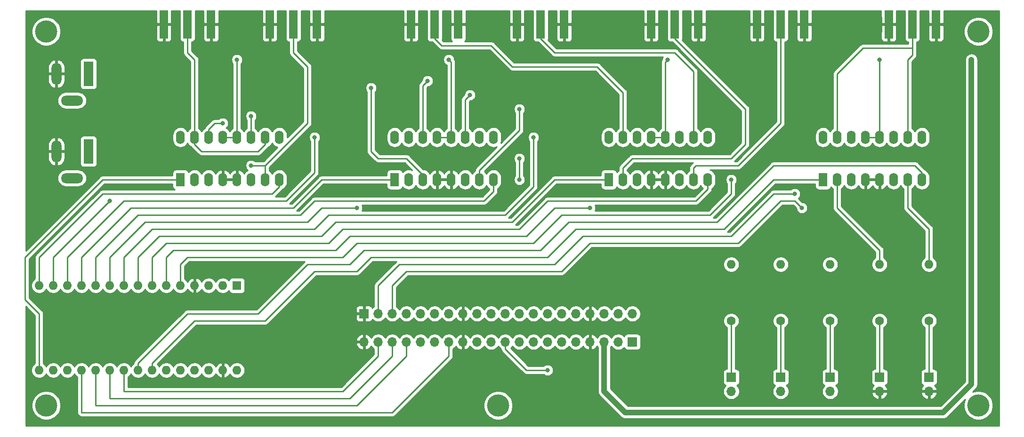
<source format=gbr>
%TF.GenerationSoftware,KiCad,Pcbnew,(5.1.9)-1*%
%TF.CreationDate,2021-03-04T15:37:01+01:00*%
%TF.ProjectId,Motherboard,4d6f7468-6572-4626-9f61-72642e6b6963,rev?*%
%TF.SameCoordinates,Original*%
%TF.FileFunction,Copper,L2,Bot*%
%TF.FilePolarity,Positive*%
%FSLAX46Y46*%
G04 Gerber Fmt 4.6, Leading zero omitted, Abs format (unit mm)*
G04 Created by KiCad (PCBNEW (5.1.9)-1) date 2021-03-04 15:37:01*
%MOMM*%
%LPD*%
G01*
G04 APERTURE LIST*
%TA.AperFunction,ComponentPad*%
%ADD10O,1.700000X1.700000*%
%TD*%
%TA.AperFunction,ComponentPad*%
%ADD11R,1.700000X1.700000*%
%TD*%
%TA.AperFunction,SMDPad,CuDef*%
%ADD12R,1.500000X5.080000*%
%TD*%
%TA.AperFunction,ComponentPad*%
%ADD13O,1.600000X1.600000*%
%TD*%
%TA.AperFunction,ComponentPad*%
%ADD14C,1.600000*%
%TD*%
%TA.AperFunction,ComponentPad*%
%ADD15O,1.600000X2.400000*%
%TD*%
%TA.AperFunction,ComponentPad*%
%ADD16R,1.600000X2.400000*%
%TD*%
%TA.AperFunction,ComponentPad*%
%ADD17R,1.600000X1.600000*%
%TD*%
%TA.AperFunction,ComponentPad*%
%ADD18R,1.800000X4.400000*%
%TD*%
%TA.AperFunction,ComponentPad*%
%ADD19O,1.800000X4.000000*%
%TD*%
%TA.AperFunction,ComponentPad*%
%ADD20O,4.000000X1.800000*%
%TD*%
%TA.AperFunction,ViaPad*%
%ADD21C,4.000000*%
%TD*%
%TA.AperFunction,ViaPad*%
%ADD22C,0.800000*%
%TD*%
%TA.AperFunction,Conductor*%
%ADD23C,0.250000*%
%TD*%
%TA.AperFunction,Conductor*%
%ADD24C,1.000000*%
%TD*%
%TA.AperFunction,Conductor*%
%ADD25C,0.254000*%
%TD*%
%TA.AperFunction,Conductor*%
%ADD26C,0.100000*%
%TD*%
G04 APERTURE END LIST*
D10*
%TO.P,J16,20*%
%TO.N,GND*%
X135890000Y-106680000D03*
%TO.P,J16,19*%
%TO.N,/U4IN2-CLK*%
X138430000Y-106680000D03*
%TO.P,J16,18*%
%TO.N,/U4IN3-DIN*%
X140970000Y-106680000D03*
%TO.P,J16,17*%
%TO.N,/_CS*%
X143510000Y-106680000D03*
%TO.P,J16,16*%
%TO.N,/RV1*%
X146050000Y-106680000D03*
%TO.P,J16,15*%
%TO.N,/RV2*%
X148590000Y-106680000D03*
%TO.P,J16,14*%
%TO.N,/_SD*%
X151130000Y-106680000D03*
%TO.P,J16,13*%
%TO.N,GND*%
X153670000Y-106680000D03*
%TO.P,J16,12*%
%TO.N,/K0*%
X156210000Y-106680000D03*
%TO.P,J16,11*%
%TO.N,/K1*%
X158750000Y-106680000D03*
%TO.P,J16,10*%
%TO.N,/K2*%
X161290000Y-106680000D03*
%TO.P,J16,9*%
%TO.N,/K3*%
X163830000Y-106680000D03*
%TO.P,J16,8*%
%TO.N,/K4*%
X166370000Y-106680000D03*
%TO.P,J16,7*%
%TO.N,/K5*%
X168910000Y-106680000D03*
%TO.P,J16,6*%
%TO.N,/RV3*%
X171450000Y-106680000D03*
%TO.P,J16,5*%
%TO.N,/RV4*%
X173990000Y-106680000D03*
%TO.P,J16,4*%
%TO.N,GND*%
X176530000Y-106680000D03*
%TO.P,J16,3*%
%TO.N,/POW1*%
X179070000Y-106680000D03*
%TO.P,J16,2*%
%TO.N,/RV5*%
X181610000Y-106680000D03*
D11*
%TO.P,J16,1*%
%TO.N,/RV6*%
X184150000Y-106680000D03*
%TD*%
D10*
%TO.P,J5,20*%
%TO.N,/RV6*%
X184150000Y-101600000D03*
%TO.P,J5,19*%
%TO.N,/RV5*%
X181610000Y-101600000D03*
%TO.P,J5,18*%
%TO.N,/POW1*%
X179070000Y-101600000D03*
%TO.P,J5,17*%
%TO.N,GND*%
X176530000Y-101600000D03*
%TO.P,J5,16*%
%TO.N,/RV4*%
X173990000Y-101600000D03*
%TO.P,J5,15*%
%TO.N,/RV3*%
X171450000Y-101600000D03*
%TO.P,J5,14*%
%TO.N,/K5*%
X168910000Y-101600000D03*
%TO.P,J5,13*%
%TO.N,/K4*%
X166370000Y-101600000D03*
%TO.P,J5,12*%
%TO.N,/K3*%
X163830000Y-101600000D03*
%TO.P,J5,11*%
%TO.N,/K2*%
X161290000Y-101600000D03*
%TO.P,J5,10*%
%TO.N,/K1*%
X158750000Y-101600000D03*
%TO.P,J5,9*%
%TO.N,/K0*%
X156210000Y-101600000D03*
%TO.P,J5,8*%
%TO.N,GND*%
X153670000Y-101600000D03*
%TO.P,J5,7*%
%TO.N,/_SD*%
X151130000Y-101600000D03*
%TO.P,J5,6*%
%TO.N,/RV2*%
X148590000Y-101600000D03*
%TO.P,J5,5*%
%TO.N,/RV1*%
X146050000Y-101600000D03*
%TO.P,J5,4*%
%TO.N,/_CS*%
X143510000Y-101600000D03*
%TO.P,J5,3*%
%TO.N,/U4IN3-DIN*%
X140970000Y-101600000D03*
%TO.P,J5,2*%
%TO.N,/U4IN2-CLK*%
X138430000Y-101600000D03*
D11*
%TO.P,J5,1*%
%TO.N,GND*%
X135890000Y-101600000D03*
%TD*%
D12*
%TO.P,J7,1*%
%TO.N,/K8*%
X148590000Y-49530000D03*
%TO.P,J7,2*%
%TO.N,GND*%
X152840000Y-49530000D03*
X144340000Y-49530000D03*
%TD*%
D13*
%TO.P,R3,2*%
%TO.N,/B1*%
X201930000Y-92710000D03*
D14*
%TO.P,R3,1*%
%TO.N,Net-(J13-Pad1)*%
X201930000Y-102870000D03*
%TD*%
D13*
%TO.P,R2,2*%
%TO.N,/KD*%
X237490000Y-92710000D03*
D14*
%TO.P,R2,1*%
%TO.N,Net-(J12-Pad1)*%
X237490000Y-102870000D03*
%TD*%
D15*
%TO.P,U4,16*%
%TO.N,/U4IN2-CLK*%
X218440000Y-69850000D03*
%TO.P,U4,8*%
%TO.N,/U4IN4*%
X236220000Y-77470000D03*
%TO.P,U4,15*%
%TO.N,/SMA3*%
X220980000Y-69850000D03*
%TO.P,U4,7*%
%TO.N,/KD*%
X233680000Y-77470000D03*
%TO.P,U4,14*%
%TO.N,/K4*%
X223520000Y-69850000D03*
%TO.P,U4,6*%
%TO.N,/K5*%
X231140000Y-77470000D03*
%TO.P,U4,13*%
%TO.N,/POW1*%
X226060000Y-69850000D03*
%TO.P,U4,5*%
%TO.N,GND*%
X228600000Y-77470000D03*
%TO.P,U4,12*%
%TO.N,/POW1*%
X228600000Y-69850000D03*
%TO.P,U4,4*%
%TO.N,GND*%
X226060000Y-77470000D03*
%TO.P,U4,11*%
%TO.N,/K5*%
X231140000Y-69850000D03*
%TO.P,U4,3*%
%TO.N,/K4*%
X223520000Y-77470000D03*
%TO.P,U4,10*%
%TO.N,/SMA3*%
X233680000Y-69850000D03*
%TO.P,U4,2*%
%TO.N,/KC*%
X220980000Y-77470000D03*
%TO.P,U4,9*%
%TO.N,/U4IN3-DIN*%
X236220000Y-69850000D03*
D16*
%TO.P,U4,1*%
%TO.N,/U4IN1*%
X218440000Y-77470000D03*
%TD*%
D15*
%TO.P,U3,16*%
%TO.N,/U3IN2*%
X179916666Y-69850000D03*
%TO.P,U3,8*%
%TO.N,/U3IN4*%
X197696666Y-77470000D03*
%TO.P,U3,15*%
%TO.N,/K8*%
X182456666Y-69850000D03*
%TO.P,U3,7*%
%TO.N,/KB*%
X195156666Y-77470000D03*
%TO.P,U3,14*%
%TO.N,/K0*%
X184996666Y-69850000D03*
%TO.P,U3,6*%
%TO.N,/K3*%
X192616666Y-77470000D03*
%TO.P,U3,13*%
%TO.N,/POW1*%
X187536666Y-69850000D03*
%TO.P,U3,5*%
%TO.N,GND*%
X190076666Y-77470000D03*
%TO.P,U3,12*%
%TO.N,/POW1*%
X190076666Y-69850000D03*
%TO.P,U3,4*%
%TO.N,GND*%
X187536666Y-77470000D03*
%TO.P,U3,11*%
%TO.N,/K1*%
X192616666Y-69850000D03*
%TO.P,U3,3*%
%TO.N,/K2*%
X184996666Y-77470000D03*
%TO.P,U3,10*%
%TO.N,/K9*%
X195156666Y-69850000D03*
%TO.P,U3,2*%
%TO.N,/KA*%
X182456666Y-77470000D03*
%TO.P,U3,9*%
%TO.N,/U3IN3*%
X197696666Y-69850000D03*
D16*
%TO.P,U3,1*%
%TO.N,/U3IN1*%
X179916666Y-77470000D03*
%TD*%
D14*
%TO.P,R4,1*%
%TO.N,Net-(J14-Pad1)*%
X210820000Y-102870000D03*
D13*
%TO.P,R4,2*%
%TO.N,/B3*%
X210820000Y-92710000D03*
%TD*%
D14*
%TO.P,R5,1*%
%TO.N,Net-(J15-Pad1)*%
X219710000Y-102870000D03*
D13*
%TO.P,R5,2*%
%TO.N,/B2*%
X219710000Y-92710000D03*
%TD*%
D15*
%TO.P,U2,16*%
%TO.N,/U2IN2*%
X141393333Y-69850000D03*
%TO.P,U2,8*%
%TO.N,/U2IN4*%
X159173333Y-77470000D03*
%TO.P,U2,15*%
%TO.N,/B1*%
X143933333Y-69850000D03*
%TO.P,U2,7*%
%TO.N,/POW2*%
X156633333Y-77470000D03*
%TO.P,U2,14*%
%TO.N,/G1*%
X146473333Y-69850000D03*
%TO.P,U2,6*%
%TO.N,/K2*%
X154093333Y-77470000D03*
%TO.P,U2,13*%
%TO.N,/POW1*%
X149013333Y-69850000D03*
%TO.P,U2,5*%
%TO.N,GND*%
X151553333Y-77470000D03*
%TO.P,U2,12*%
%TO.N,/POW1*%
X151553333Y-69850000D03*
%TO.P,U2,4*%
%TO.N,GND*%
X149013333Y-77470000D03*
%TO.P,U2,11*%
%TO.N,/G2*%
X154093333Y-69850000D03*
%TO.P,U2,3*%
%TO.N,/G3*%
X146473333Y-77470000D03*
%TO.P,U2,10*%
%TO.N,/B2*%
X156633333Y-69850000D03*
%TO.P,U2,2*%
%TO.N,/B3*%
X143933333Y-77470000D03*
%TO.P,U2,9*%
%TO.N,/U2IN3*%
X159173333Y-69850000D03*
D16*
%TO.P,U2,1*%
%TO.N,/U2IN1*%
X141393333Y-77470000D03*
%TD*%
D15*
%TO.P,U1,16*%
%TO.N,/U1IN2*%
X102870000Y-69850000D03*
%TO.P,U1,8*%
%TO.N,/U1IN4*%
X120650000Y-77470000D03*
%TO.P,U1,15*%
%TO.N,/SMA1*%
X105410000Y-69850000D03*
%TO.P,U1,7*%
%TO.N,/SMA2*%
X118110000Y-77470000D03*
%TO.P,U1,14*%
%TO.N,/K0*%
X107950000Y-69850000D03*
%TO.P,U1,6*%
%TO.N,/K5*%
X115570000Y-77470000D03*
%TO.P,U1,13*%
%TO.N,/POW1*%
X110490000Y-69850000D03*
%TO.P,U1,5*%
%TO.N,GND*%
X113030000Y-77470000D03*
%TO.P,U1,12*%
%TO.N,/POW1*%
X113030000Y-69850000D03*
%TO.P,U1,4*%
%TO.N,GND*%
X110490000Y-77470000D03*
%TO.P,U1,11*%
%TO.N,/K1*%
X115570000Y-69850000D03*
%TO.P,U1,3*%
%TO.N,/K4*%
X107950000Y-77470000D03*
%TO.P,U1,10*%
%TO.N,/SMA1*%
X118110000Y-69850000D03*
%TO.P,U1,2*%
%TO.N,/SMA2*%
X105410000Y-77470000D03*
%TO.P,U1,9*%
%TO.N,/U1IN3*%
X120650000Y-69850000D03*
D16*
%TO.P,U1,1*%
%TO.N,/U1IN1*%
X102870000Y-77470000D03*
%TD*%
D13*
%TO.P,TB1,16*%
%TO.N,/U1IN1*%
X77470000Y-111760000D03*
%TO.P,TB1,15*%
%TO.N,/U1IN4*%
X77470000Y-96520000D03*
%TO.P,TB1,30*%
%TO.N,Net-(TB1-Pad30)*%
X113030000Y-111760000D03*
%TO.P,TB1,14*%
%TO.N,/U1IN2*%
X80010000Y-96520000D03*
%TO.P,TB1,29*%
%TO.N,GND*%
X110490000Y-111760000D03*
%TO.P,TB1,13*%
%TO.N,/U1IN3*%
X82550000Y-96520000D03*
%TO.P,TB1,28*%
%TO.N,Net-(TB1-Pad28)*%
X107950000Y-111760000D03*
%TO.P,TB1,12*%
%TO.N,/U2IN1*%
X85090000Y-96520000D03*
%TO.P,TB1,27*%
%TO.N,+5V*%
X105410000Y-111760000D03*
%TO.P,TB1,11*%
%TO.N,/U2IN4*%
X87630000Y-96520000D03*
%TO.P,TB1,26*%
%TO.N,Net-(TB1-Pad26)*%
X102870000Y-111760000D03*
%TO.P,TB1,10*%
%TO.N,/U2IN2*%
X90170000Y-96520000D03*
%TO.P,TB1,25*%
%TO.N,Net-(TB1-Pad25)*%
X100330000Y-111760000D03*
%TO.P,TB1,9*%
%TO.N,/U2IN3*%
X92710000Y-96520000D03*
%TO.P,TB1,24*%
%TO.N,/U4IN1*%
X97790000Y-111760000D03*
%TO.P,TB1,8*%
%TO.N,/U3IN1*%
X95250000Y-96520000D03*
%TO.P,TB1,23*%
%TO.N,/U4IN4*%
X95250000Y-111760000D03*
%TO.P,TB1,7*%
%TO.N,/U3IN4*%
X97790000Y-96520000D03*
%TO.P,TB1,22*%
%TO.N,/U4IN2-CLK*%
X92710000Y-111760000D03*
%TO.P,TB1,6*%
%TO.N,/U3IN2*%
X100330000Y-96520000D03*
%TO.P,TB1,21*%
%TO.N,/U4IN3-DIN*%
X90170000Y-111760000D03*
%TO.P,TB1,5*%
%TO.N,/U3IN3*%
X102870000Y-96520000D03*
%TO.P,TB1,20*%
%TO.N,/_CS*%
X87630000Y-111760000D03*
%TO.P,TB1,4*%
%TO.N,GND*%
X105410000Y-96520000D03*
%TO.P,TB1,19*%
%TO.N,/_SD*%
X85090000Y-111760000D03*
%TO.P,TB1,3*%
%TO.N,Net-(TB1-Pad28)*%
X107950000Y-96520000D03*
%TO.P,TB1,18*%
%TO.N,Net-(TB1-Pad18)*%
X82550000Y-111760000D03*
%TO.P,TB1,2*%
%TO.N,Net-(TB1-Pad2)*%
X110490000Y-96520000D03*
%TO.P,TB1,17*%
%TO.N,Net-(TB1-Pad17)*%
X80010000Y-111760000D03*
D17*
%TO.P,TB1,1*%
%TO.N,Net-(TB1-Pad1)*%
X113030000Y-96520000D03*
%TD*%
D13*
%TO.P,R1,2*%
%TO.N,/KC*%
X228600000Y-92710000D03*
D14*
%TO.P,R1,1*%
%TO.N,Net-(J9-Pad1)*%
X228600000Y-102870000D03*
%TD*%
D10*
%TO.P,J15,2*%
%TO.N,/G2*%
X219710000Y-115570000D03*
D11*
%TO.P,J15,1*%
%TO.N,Net-(J15-Pad1)*%
X219710000Y-113030000D03*
%TD*%
D10*
%TO.P,J14,2*%
%TO.N,/G3*%
X210820000Y-115570000D03*
D11*
%TO.P,J14,1*%
%TO.N,Net-(J14-Pad1)*%
X210820000Y-113030000D03*
%TD*%
D10*
%TO.P,J13,2*%
%TO.N,/G1*%
X201930000Y-115570000D03*
D11*
%TO.P,J13,1*%
%TO.N,Net-(J13-Pad1)*%
X201930000Y-113030000D03*
%TD*%
D10*
%TO.P,J12,2*%
%TO.N,GND*%
X237490000Y-115570000D03*
D11*
%TO.P,J12,1*%
%TO.N,Net-(J12-Pad1)*%
X237490000Y-113030000D03*
%TD*%
D12*
%TO.P,J11,1*%
%TO.N,/KB*%
X210820000Y-49530000D03*
%TO.P,J11,2*%
%TO.N,GND*%
X215070000Y-49530000D03*
X206570000Y-49530000D03*
%TD*%
%TO.P,J10,1*%
%TO.N,/K9*%
X167640000Y-49530000D03*
%TO.P,J10,2*%
%TO.N,GND*%
X171890000Y-49530000D03*
X163390000Y-49530000D03*
%TD*%
D10*
%TO.P,J9,2*%
%TO.N,GND*%
X228600000Y-115570000D03*
D11*
%TO.P,J9,1*%
%TO.N,Net-(J9-Pad1)*%
X228600000Y-113030000D03*
%TD*%
D12*
%TO.P,J8,1*%
%TO.N,/KA*%
X191770000Y-49530000D03*
%TO.P,J8,2*%
%TO.N,GND*%
X196020000Y-49530000D03*
X187520000Y-49530000D03*
%TD*%
D18*
%TO.P,J6,1*%
%TO.N,/POW2*%
X86360000Y-72390000D03*
D19*
%TO.P,J6,2*%
%TO.N,GND*%
X80560000Y-72390000D03*
D20*
%TO.P,J6,3*%
%TO.N,N/C*%
X83360000Y-77190000D03*
%TD*%
D12*
%TO.P,J4,1*%
%TO.N,/SMA2*%
X123190000Y-49530000D03*
%TO.P,J4,2*%
%TO.N,GND*%
X127440000Y-49530000D03*
X118940000Y-49530000D03*
%TD*%
D18*
%TO.P,J3,1*%
%TO.N,/POW1*%
X86360000Y-58420000D03*
D19*
%TO.P,J3,2*%
%TO.N,GND*%
X80560000Y-58420000D03*
D20*
%TO.P,J3,3*%
%TO.N,N/C*%
X83360000Y-63220000D03*
%TD*%
D12*
%TO.P,J2,1*%
%TO.N,/SMA3*%
X234510000Y-49530000D03*
%TO.P,J2,2*%
%TO.N,GND*%
X238760000Y-49530000D03*
X230260000Y-49530000D03*
%TD*%
%TO.P,J1,1*%
%TO.N,/SMA1*%
X104140000Y-49530000D03*
%TO.P,J1,2*%
%TO.N,GND*%
X108390000Y-49530000D03*
X99890000Y-49530000D03*
%TD*%
D21*
%TO.N,*%
X78740000Y-50800000D03*
X246380000Y-50800000D03*
X246380000Y-118110000D03*
X160020000Y-118110000D03*
X78740000Y-118110000D03*
D22*
%TO.N,/POW1*%
X113030000Y-55880000D03*
X151130000Y-55880000D03*
X228600000Y-55880000D03*
X190500008Y-55880000D03*
X245110000Y-55880000D03*
%TO.N,/SMA2*%
X115570000Y-74930000D03*
%TO.N,/POW2*%
X163830000Y-64770000D03*
%TO.N,/B2*%
X163830000Y-73660000D03*
X163830000Y-77470000D03*
%TO.N,/K0*%
X110490000Y-67310000D03*
%TO.N,/K1*%
X115570000Y-66040000D03*
%TO.N,/G1*%
X147320000Y-59690000D03*
%TO.N,/K2*%
X168910000Y-111760000D03*
%TO.N,/G2*%
X154940000Y-62230000D03*
%TO.N,/G3*%
X137160000Y-60960000D03*
%TO.N,/U1IN2*%
X90170000Y-81280000D03*
%TO.N,/U1IN3*%
X127000000Y-69850000D03*
%TO.N,/U2IN2*%
X134620000Y-82550000D03*
%TO.N,/U2IN3*%
X166370000Y-69850000D03*
%TO.N,/U4IN2-CLK*%
X213360000Y-80010000D03*
%TO.N,/U3IN2*%
X176530000Y-82550000D03*
%TO.N,/U4IN3-DIN*%
X214630000Y-82550000D03*
%TO.N,/U3IN3*%
X201930000Y-77470000D03*
%TD*%
D23*
%TO.N,/SMA1*%
X105410000Y-69850000D02*
X105410000Y-55880000D01*
X104140000Y-54610000D02*
X104140000Y-49530000D01*
X105410000Y-55880000D02*
X104140000Y-54610000D01*
X118110000Y-69850000D02*
X118110000Y-71120000D01*
X118110000Y-71120000D02*
X116840000Y-72390000D01*
X116840000Y-72390000D02*
X106680000Y-72390000D01*
X105410000Y-71120000D02*
X105410000Y-69850000D01*
X106680000Y-72390000D02*
X105410000Y-71120000D01*
%TO.N,GND*%
X113030000Y-77470000D02*
X110490000Y-77470000D01*
%TO.N,/SMA3*%
X233680000Y-69850000D02*
X233680000Y-55880000D01*
X233680000Y-55880000D02*
X234510000Y-55050000D01*
X220980000Y-69850000D02*
X220980000Y-68580000D01*
X220980000Y-69850000D02*
X220980000Y-58420000D01*
X225620000Y-53780000D02*
X234510000Y-53780000D01*
X220980000Y-58420000D02*
X225620000Y-53780000D01*
X234510000Y-53780000D02*
X234510000Y-49530000D01*
X234510000Y-55050000D02*
X234510000Y-53780000D01*
%TO.N,/POW1*%
X113030000Y-69850000D02*
X110490000Y-69850000D01*
X113030000Y-69850000D02*
X113030000Y-55880000D01*
X151553333Y-69850000D02*
X149013333Y-69850000D01*
X151553333Y-69850000D02*
X151553333Y-56303333D01*
X151553333Y-56303333D02*
X151130000Y-55880000D01*
X190076666Y-69850000D02*
X187536666Y-69850000D01*
X226060000Y-69850000D02*
X228600000Y-69850000D01*
X228600000Y-69850000D02*
X228600000Y-55880000D01*
X190076666Y-69850000D02*
X190076666Y-56303342D01*
X190076666Y-56303342D02*
X190500008Y-55880000D01*
D24*
X245110000Y-114300000D02*
X245110000Y-55880000D01*
X240030000Y-119380000D02*
X245110000Y-114300000D01*
X182880000Y-119380000D02*
X240030000Y-119380000D01*
X179070000Y-115570000D02*
X182880000Y-119380000D01*
X179070000Y-106680000D02*
X179070000Y-115570000D01*
D23*
%TO.N,/SMA2*%
X118110000Y-74930000D02*
X118110000Y-77470000D01*
X118110000Y-74930000D02*
X115570000Y-74930000D01*
X123190000Y-54610000D02*
X123190000Y-49530000D01*
X125730000Y-57150000D02*
X123190000Y-54610000D01*
X125730000Y-67310000D02*
X125730000Y-57150000D01*
X118110000Y-74930000D02*
X125730000Y-67310000D01*
%TO.N,/POW2*%
X156633333Y-75776667D02*
X163830000Y-68580000D01*
X156633333Y-77470000D02*
X156633333Y-75776667D01*
X163830000Y-68580000D02*
X163830000Y-64770000D01*
%TO.N,/K8*%
X182456666Y-61806666D02*
X177800000Y-57150000D01*
X182456666Y-69850000D02*
X182456666Y-61806666D01*
X148590000Y-49530000D02*
X148590000Y-52070000D01*
X148590000Y-52070000D02*
X149860000Y-53340000D01*
X149860000Y-53340000D02*
X158750000Y-53340000D01*
X158750000Y-53340000D02*
X162560000Y-57150000D01*
X162560000Y-57150000D02*
X177800000Y-57150000D01*
%TO.N,/KA*%
X191770000Y-52070000D02*
X191770000Y-49530000D01*
X204470000Y-64770000D02*
X191770000Y-52070000D01*
X201930000Y-73660000D02*
X204470000Y-71120000D01*
X184150000Y-73660000D02*
X201930000Y-73660000D01*
X204470000Y-71120000D02*
X204470000Y-64770000D01*
X182456666Y-75353334D02*
X184150000Y-73660000D01*
X182456666Y-77470000D02*
X182456666Y-75353334D01*
%TO.N,Net-(J9-Pad1)*%
X228600000Y-113030000D02*
X228600000Y-105410000D01*
X228600000Y-105410000D02*
X228600000Y-102870000D01*
%TO.N,/K9*%
X167640000Y-52070000D02*
X167640000Y-49530000D01*
X195156666Y-69850000D02*
X195156666Y-57996666D01*
X195156666Y-57996666D02*
X191770000Y-54610000D01*
X191770000Y-54610000D02*
X170180000Y-54610000D01*
X170180000Y-54610000D02*
X167640000Y-52070000D01*
%TO.N,/KB*%
X210820000Y-67310000D02*
X210820000Y-49530000D01*
X203200000Y-74930000D02*
X210820000Y-67310000D01*
X195580000Y-74930000D02*
X203200000Y-74930000D01*
X195156666Y-75353334D02*
X195580000Y-74930000D01*
X195156666Y-77470000D02*
X195156666Y-75353334D01*
%TO.N,Net-(J12-Pad1)*%
X237490000Y-104140000D02*
X237490000Y-102870000D01*
X237490000Y-113030000D02*
X237490000Y-104140000D01*
%TO.N,Net-(J13-Pad1)*%
X201930000Y-113030000D02*
X201930000Y-105410000D01*
X201930000Y-105410000D02*
X201930000Y-102870000D01*
%TO.N,Net-(J14-Pad1)*%
X210820000Y-113030000D02*
X210820000Y-105410000D01*
X210820000Y-105410000D02*
X210820000Y-102870000D01*
%TO.N,Net-(J15-Pad1)*%
X219710000Y-113030000D02*
X219710000Y-105410000D01*
X219710000Y-105410000D02*
X219710000Y-102870000D01*
%TO.N,/_CS*%
X143510000Y-109220000D02*
X143510000Y-106680000D01*
X134620000Y-118110000D02*
X143510000Y-109220000D01*
X87630000Y-118110000D02*
X134620000Y-118110000D01*
X87630000Y-111760000D02*
X87630000Y-118110000D01*
%TO.N,/_SD*%
X151130000Y-109220000D02*
X151130000Y-106680000D01*
X140970000Y-119380000D02*
X151130000Y-109220000D01*
X85090000Y-119380000D02*
X140970000Y-119380000D01*
X85090000Y-111760000D02*
X85090000Y-119380000D01*
%TO.N,/KC*%
X220980000Y-82550000D02*
X220980000Y-77470000D01*
X228600000Y-90170000D02*
X220980000Y-82550000D01*
X228600000Y-90170000D02*
X228600000Y-92710000D01*
%TO.N,/KD*%
X233680000Y-82550000D02*
X233680000Y-77470000D01*
X237490000Y-86360000D02*
X233680000Y-82550000D01*
X237490000Y-86360000D02*
X237490000Y-92710000D01*
%TO.N,/B2*%
X163830000Y-73660000D02*
X163830000Y-77470000D01*
%TO.N,/K0*%
X107950000Y-68400000D02*
X109040000Y-67310000D01*
X107950000Y-69850000D02*
X107950000Y-68400000D01*
X109040000Y-67310000D02*
X110490000Y-67310000D01*
%TO.N,/K1*%
X115570000Y-69850000D02*
X115570000Y-66040000D01*
%TO.N,/G1*%
X146473333Y-60536667D02*
X147320000Y-59690000D01*
X146473333Y-69850000D02*
X146473333Y-60536667D01*
%TO.N,/K2*%
X161290000Y-107950000D02*
X161290000Y-106680000D01*
X165100000Y-111760000D02*
X161290000Y-107950000D01*
X168910000Y-111760000D02*
X165100000Y-111760000D01*
%TO.N,/G2*%
X154093333Y-63076667D02*
X154940000Y-62230000D01*
X154093333Y-69850000D02*
X154093333Y-63076667D01*
%TO.N,/G3*%
X138430000Y-73660000D02*
X137160000Y-72390000D01*
X137160000Y-72390000D02*
X137160000Y-60960000D01*
X143510000Y-73660000D02*
X138430000Y-73660000D01*
X146473333Y-76623333D02*
X143510000Y-73660000D01*
X146473333Y-77470000D02*
X146473333Y-76623333D01*
%TO.N,/U1IN1*%
X77470000Y-111760000D02*
X77470000Y-101600000D01*
X77470000Y-101600000D02*
X74930000Y-99060000D01*
X74930000Y-99060000D02*
X74930000Y-91440000D01*
X88900000Y-77470000D02*
X102870000Y-77470000D01*
X74930000Y-91440000D02*
X88900000Y-77470000D01*
%TO.N,/U1IN4*%
X120650000Y-78740000D02*
X120650000Y-77470000D01*
X119380000Y-80010000D02*
X120650000Y-78740000D01*
X88900000Y-80010000D02*
X119380000Y-80010000D01*
X77470000Y-91440000D02*
X88900000Y-80010000D01*
X77470000Y-96520000D02*
X77470000Y-91440000D01*
%TO.N,/U1IN2*%
X80010000Y-96520000D02*
X80010000Y-92710000D01*
X80010000Y-92710000D02*
X80010000Y-91440000D01*
X80010000Y-91440000D02*
X90170000Y-81280000D01*
%TO.N,/U1IN3*%
X92710000Y-81280000D02*
X121920000Y-81280000D01*
X82550000Y-91440000D02*
X92710000Y-81280000D01*
X121920000Y-81280000D02*
X127000000Y-76200000D01*
X82550000Y-96520000D02*
X82550000Y-91440000D01*
X127000000Y-76200000D02*
X127000000Y-69850000D01*
%TO.N,/U2IN1*%
X123190000Y-82550000D02*
X128270000Y-77470000D01*
X93980000Y-82550000D02*
X123190000Y-82550000D01*
X85090000Y-91440000D02*
X93980000Y-82550000D01*
X85090000Y-96520000D02*
X85090000Y-91440000D01*
X128270000Y-77470000D02*
X141393333Y-77470000D01*
%TO.N,/U2IN4*%
X87630000Y-96520000D02*
X87630000Y-91440000D01*
X87630000Y-91440000D02*
X95250000Y-83820000D01*
X95250000Y-83820000D02*
X124460000Y-83820000D01*
X127000000Y-81280000D02*
X157480000Y-81280000D01*
X124460000Y-83820000D02*
X127000000Y-81280000D01*
X157480000Y-81280000D02*
X159173333Y-79586667D01*
X159173333Y-79586667D02*
X159173333Y-77470000D01*
%TO.N,/U2IN2*%
X128270000Y-82550000D02*
X134620000Y-82550000D01*
X125730000Y-85090000D02*
X128270000Y-82550000D01*
X96520000Y-85090000D02*
X125730000Y-85090000D01*
X90170000Y-91440000D02*
X96520000Y-85090000D01*
X90170000Y-96520000D02*
X90170000Y-91440000D01*
%TO.N,/U2IN3*%
X92710000Y-96520000D02*
X92710000Y-91440000D01*
X92710000Y-91440000D02*
X97790000Y-86360000D01*
X97790000Y-86360000D02*
X127000000Y-86360000D01*
X127000000Y-86360000D02*
X129540000Y-83820000D01*
X129540000Y-83820000D02*
X161290000Y-83820000D01*
X166370000Y-78740000D02*
X166370000Y-72390000D01*
X161290000Y-83820000D02*
X166370000Y-78740000D01*
X166370000Y-72390000D02*
X166370000Y-69850000D01*
%TO.N,/U4IN1*%
X200660000Y-86360000D02*
X209550000Y-77470000D01*
X168910000Y-91440000D02*
X173990000Y-86360000D01*
X137160000Y-91440000D02*
X168910000Y-91440000D01*
X127000000Y-93980000D02*
X134620000Y-93980000D01*
X118110000Y-102870000D02*
X127000000Y-93980000D01*
X173990000Y-86360000D02*
X200660000Y-86360000D01*
X134620000Y-93980000D02*
X137160000Y-91440000D01*
X105410000Y-102870000D02*
X118110000Y-102870000D01*
X97790000Y-110490000D02*
X105410000Y-102870000D01*
X209550000Y-77470000D02*
X218440000Y-77470000D01*
X97790000Y-111760000D02*
X97790000Y-110490000D01*
%TO.N,/U3IN1*%
X95250000Y-96520000D02*
X95250000Y-91440000D01*
X95250000Y-91440000D02*
X99060000Y-87630000D01*
X99060000Y-87630000D02*
X128270000Y-87630000D01*
X128270000Y-87630000D02*
X130810000Y-85090000D01*
X130810000Y-85090000D02*
X162560000Y-85090000D01*
X170180000Y-77470000D02*
X179916666Y-77470000D01*
X162560000Y-85090000D02*
X170180000Y-77470000D01*
%TO.N,/U4IN4*%
X236220000Y-76200000D02*
X236220000Y-77470000D01*
X209550000Y-74930000D02*
X234950000Y-74930000D01*
X199390000Y-85090000D02*
X209550000Y-74930000D01*
X172720000Y-85090000D02*
X199390000Y-85090000D01*
X234950000Y-74930000D02*
X236220000Y-76200000D01*
X167640000Y-90170000D02*
X172720000Y-85090000D01*
X133350000Y-92710000D02*
X135890000Y-90170000D01*
X125730000Y-92710000D02*
X133350000Y-92710000D01*
X116840000Y-101600000D02*
X125730000Y-92710000D01*
X135890000Y-90170000D02*
X167640000Y-90170000D01*
X104140000Y-101600000D02*
X116840000Y-101600000D01*
X95250000Y-110490000D02*
X104140000Y-101600000D01*
X95250000Y-111760000D02*
X95250000Y-110490000D01*
%TO.N,/U3IN4*%
X195580000Y-81280000D02*
X197696666Y-79163334D01*
X168910000Y-81280000D02*
X195580000Y-81280000D01*
X197696666Y-79163334D02*
X197696666Y-77470000D01*
X163830000Y-86360000D02*
X168910000Y-81280000D01*
X129540000Y-88900000D02*
X132080000Y-86360000D01*
X100330000Y-88900000D02*
X129540000Y-88900000D01*
X132080000Y-86360000D02*
X163830000Y-86360000D01*
X97790000Y-91440000D02*
X100330000Y-88900000D01*
X97790000Y-96520000D02*
X97790000Y-91440000D01*
%TO.N,/U4IN2-CLK*%
X138430000Y-109220000D02*
X138430000Y-106680000D01*
X132080000Y-115570000D02*
X138430000Y-109220000D01*
X92710000Y-115570000D02*
X132080000Y-115570000D01*
X92710000Y-111760000D02*
X92710000Y-115570000D01*
X209550000Y-80010000D02*
X213360000Y-80010000D01*
X201930000Y-87630000D02*
X209550000Y-80010000D01*
X175260000Y-87630000D02*
X201930000Y-87630000D01*
X170180000Y-92710000D02*
X175260000Y-87630000D01*
X142240000Y-92710000D02*
X170180000Y-92710000D01*
X138430000Y-96520000D02*
X142240000Y-92710000D01*
X138430000Y-101600000D02*
X138430000Y-96520000D01*
%TO.N,/U3IN2*%
X100330000Y-96520000D02*
X100330000Y-91440000D01*
X100330000Y-91440000D02*
X101600000Y-90170000D01*
X101600000Y-90170000D02*
X129540000Y-90170000D01*
X129540000Y-90170000D02*
X130810000Y-90170000D01*
X130810000Y-90170000D02*
X133350000Y-87630000D01*
X133350000Y-87630000D02*
X152400000Y-87630000D01*
X152400000Y-87630000D02*
X162560000Y-87630000D01*
X162560000Y-87630000D02*
X165100000Y-87630000D01*
X165100000Y-87630000D02*
X170180000Y-82550000D01*
X170180000Y-82550000D02*
X176530000Y-82550000D01*
%TO.N,/U4IN3-DIN*%
X140970000Y-109220000D02*
X140970000Y-106680000D01*
X133350000Y-116840000D02*
X140970000Y-109220000D01*
X90170000Y-116840000D02*
X133350000Y-116840000D01*
X90170000Y-111760000D02*
X90170000Y-116840000D01*
X140970000Y-96520000D02*
X140970000Y-101600000D01*
X171450000Y-93980000D02*
X143510000Y-93980000D01*
X143510000Y-93980000D02*
X140970000Y-96520000D01*
X176530000Y-88900000D02*
X171450000Y-93980000D01*
X203200000Y-88900000D02*
X176530000Y-88900000D01*
X210820000Y-81280000D02*
X203200000Y-88900000D01*
X213360000Y-81280000D02*
X210820000Y-81280000D01*
X214630000Y-82550000D02*
X213360000Y-81280000D01*
%TO.N,/U3IN3*%
X102870000Y-96520000D02*
X102870000Y-92710000D01*
X102870000Y-92710000D02*
X104140000Y-91440000D01*
X104140000Y-91440000D02*
X132080000Y-91440000D01*
X132080000Y-91440000D02*
X134620000Y-88900000D01*
X134620000Y-88900000D02*
X142240000Y-88900000D01*
X142240000Y-88900000D02*
X166370000Y-88900000D01*
X166370000Y-88900000D02*
X171450000Y-83820000D01*
X171450000Y-83820000D02*
X198120000Y-83820000D01*
X198120000Y-83820000D02*
X201930000Y-80010000D01*
X201930000Y-80010000D02*
X201930000Y-77470000D01*
%TD*%
D25*
%TO.N,GND*%
X213685000Y-49244250D02*
X213843750Y-49403000D01*
X214943000Y-49403000D01*
X214943000Y-49383000D01*
X215197000Y-49383000D01*
X215197000Y-49403000D01*
X216296250Y-49403000D01*
X216455000Y-49244250D01*
X216457899Y-47117000D01*
X228872101Y-47117000D01*
X228875000Y-49244250D01*
X229033750Y-49403000D01*
X230133000Y-49403000D01*
X230133000Y-49383000D01*
X230387000Y-49383000D01*
X230387000Y-49403000D01*
X231486250Y-49403000D01*
X231645000Y-49244250D01*
X231647899Y-47117000D01*
X233121928Y-47117000D01*
X233121928Y-52070000D01*
X233134188Y-52194482D01*
X233170498Y-52314180D01*
X233229463Y-52424494D01*
X233308815Y-52521185D01*
X233405506Y-52600537D01*
X233515820Y-52659502D01*
X233635518Y-52695812D01*
X233750000Y-52707087D01*
X233750000Y-53020000D01*
X225657323Y-53020000D01*
X225620000Y-53016324D01*
X225582677Y-53020000D01*
X225582667Y-53020000D01*
X225471014Y-53030997D01*
X225327753Y-53074454D01*
X225195723Y-53145026D01*
X225139687Y-53191014D01*
X225079999Y-53239999D01*
X225056201Y-53268997D01*
X220468998Y-57856201D01*
X220440000Y-57879999D01*
X220416202Y-57908997D01*
X220416201Y-57908998D01*
X220345026Y-57995724D01*
X220274454Y-58127754D01*
X220230998Y-58271015D01*
X220216324Y-58420000D01*
X220220001Y-58457332D01*
X220220000Y-68229099D01*
X220178899Y-68251068D01*
X219960392Y-68430393D01*
X219781068Y-68648900D01*
X219710000Y-68781858D01*
X219638932Y-68648899D01*
X219459607Y-68430392D01*
X219241100Y-68251068D01*
X218991807Y-68117818D01*
X218721308Y-68035764D01*
X218440000Y-68008057D01*
X218158691Y-68035764D01*
X217888192Y-68117818D01*
X217638899Y-68251068D01*
X217420392Y-68430393D01*
X217241068Y-68648900D01*
X217107818Y-68898193D01*
X217025764Y-69168692D01*
X217005000Y-69379509D01*
X217005000Y-70320492D01*
X217025764Y-70531309D01*
X217107818Y-70801808D01*
X217241068Y-71051101D01*
X217420393Y-71269608D01*
X217638900Y-71448932D01*
X217888193Y-71582182D01*
X218158692Y-71664236D01*
X218440000Y-71691943D01*
X218721309Y-71664236D01*
X218991808Y-71582182D01*
X219241101Y-71448932D01*
X219459608Y-71269608D01*
X219638932Y-71051101D01*
X219710000Y-70918142D01*
X219781068Y-71051101D01*
X219960393Y-71269608D01*
X220178900Y-71448932D01*
X220428193Y-71582182D01*
X220698692Y-71664236D01*
X220980000Y-71691943D01*
X221261309Y-71664236D01*
X221531808Y-71582182D01*
X221781101Y-71448932D01*
X221999608Y-71269608D01*
X222178932Y-71051101D01*
X222250000Y-70918142D01*
X222321068Y-71051101D01*
X222500393Y-71269608D01*
X222718900Y-71448932D01*
X222968193Y-71582182D01*
X223238692Y-71664236D01*
X223520000Y-71691943D01*
X223801309Y-71664236D01*
X224071808Y-71582182D01*
X224321101Y-71448932D01*
X224539608Y-71269608D01*
X224718932Y-71051101D01*
X224790000Y-70918142D01*
X224861068Y-71051101D01*
X225040393Y-71269608D01*
X225258900Y-71448932D01*
X225508193Y-71582182D01*
X225778692Y-71664236D01*
X226060000Y-71691943D01*
X226341309Y-71664236D01*
X226611808Y-71582182D01*
X226861101Y-71448932D01*
X227079608Y-71269608D01*
X227258932Y-71051101D01*
X227330000Y-70918142D01*
X227401068Y-71051101D01*
X227580393Y-71269608D01*
X227798900Y-71448932D01*
X228048193Y-71582182D01*
X228318692Y-71664236D01*
X228600000Y-71691943D01*
X228881309Y-71664236D01*
X229151808Y-71582182D01*
X229401101Y-71448932D01*
X229619608Y-71269608D01*
X229798932Y-71051101D01*
X229870000Y-70918142D01*
X229941068Y-71051101D01*
X230120393Y-71269608D01*
X230338900Y-71448932D01*
X230588193Y-71582182D01*
X230858692Y-71664236D01*
X231140000Y-71691943D01*
X231421309Y-71664236D01*
X231691808Y-71582182D01*
X231941101Y-71448932D01*
X232159608Y-71269608D01*
X232338932Y-71051101D01*
X232410000Y-70918142D01*
X232481068Y-71051101D01*
X232660393Y-71269608D01*
X232878900Y-71448932D01*
X233128193Y-71582182D01*
X233398692Y-71664236D01*
X233680000Y-71691943D01*
X233961309Y-71664236D01*
X234231808Y-71582182D01*
X234481101Y-71448932D01*
X234699608Y-71269608D01*
X234878932Y-71051101D01*
X234950000Y-70918142D01*
X235021068Y-71051101D01*
X235200393Y-71269608D01*
X235418900Y-71448932D01*
X235668193Y-71582182D01*
X235938692Y-71664236D01*
X236220000Y-71691943D01*
X236501309Y-71664236D01*
X236771808Y-71582182D01*
X237021101Y-71448932D01*
X237239608Y-71269608D01*
X237418932Y-71051101D01*
X237552182Y-70801808D01*
X237634236Y-70531309D01*
X237655000Y-70320491D01*
X237655000Y-69379508D01*
X237634236Y-69168691D01*
X237552182Y-68898192D01*
X237418932Y-68648899D01*
X237239607Y-68430392D01*
X237021100Y-68251068D01*
X236771807Y-68117818D01*
X236501308Y-68035764D01*
X236220000Y-68008057D01*
X235938691Y-68035764D01*
X235668192Y-68117818D01*
X235418899Y-68251068D01*
X235200392Y-68430393D01*
X235021068Y-68648900D01*
X234950000Y-68781858D01*
X234878932Y-68648899D01*
X234699607Y-68430392D01*
X234481100Y-68251068D01*
X234440000Y-68229100D01*
X234440000Y-56194801D01*
X235021004Y-55613798D01*
X235050001Y-55590001D01*
X235144974Y-55474276D01*
X235215546Y-55342247D01*
X235259003Y-55198986D01*
X235270000Y-55087333D01*
X235270000Y-55087324D01*
X235273676Y-55050001D01*
X235270000Y-55012678D01*
X235270000Y-53817332D01*
X235273677Y-53780000D01*
X235270000Y-53742667D01*
X235270000Y-52707087D01*
X235384482Y-52695812D01*
X235504180Y-52659502D01*
X235614494Y-52600537D01*
X235711185Y-52521185D01*
X235790537Y-52424494D01*
X235849502Y-52314180D01*
X235885812Y-52194482D01*
X235898072Y-52070000D01*
X237371928Y-52070000D01*
X237384188Y-52194482D01*
X237420498Y-52314180D01*
X237479463Y-52424494D01*
X237558815Y-52521185D01*
X237655506Y-52600537D01*
X237765820Y-52659502D01*
X237885518Y-52695812D01*
X238010000Y-52708072D01*
X238474250Y-52705000D01*
X238633000Y-52546250D01*
X238633000Y-49657000D01*
X238887000Y-49657000D01*
X238887000Y-52546250D01*
X239045750Y-52705000D01*
X239510000Y-52708072D01*
X239634482Y-52695812D01*
X239754180Y-52659502D01*
X239864494Y-52600537D01*
X239961185Y-52521185D01*
X240040537Y-52424494D01*
X240099502Y-52314180D01*
X240135812Y-52194482D01*
X240148072Y-52070000D01*
X240145988Y-50540475D01*
X243745000Y-50540475D01*
X243745000Y-51059525D01*
X243846261Y-51568601D01*
X244044893Y-52048141D01*
X244333262Y-52479715D01*
X244700285Y-52846738D01*
X245131859Y-53135107D01*
X245611399Y-53333739D01*
X246120475Y-53435000D01*
X246639525Y-53435000D01*
X247148601Y-53333739D01*
X247628141Y-53135107D01*
X248059715Y-52846738D01*
X248426738Y-52479715D01*
X248715107Y-52048141D01*
X248913739Y-51568601D01*
X249015000Y-51059525D01*
X249015000Y-50540475D01*
X248913739Y-50031399D01*
X248715107Y-49551859D01*
X248426738Y-49120285D01*
X248059715Y-48753262D01*
X247628141Y-48464893D01*
X247148601Y-48266261D01*
X246639525Y-48165000D01*
X246120475Y-48165000D01*
X245611399Y-48266261D01*
X245131859Y-48464893D01*
X244700285Y-48753262D01*
X244333262Y-49120285D01*
X244044893Y-49551859D01*
X243846261Y-50031399D01*
X243745000Y-50540475D01*
X240145988Y-50540475D01*
X240145000Y-49815750D01*
X239986250Y-49657000D01*
X238887000Y-49657000D01*
X238633000Y-49657000D01*
X237533750Y-49657000D01*
X237375000Y-49815750D01*
X237371928Y-52070000D01*
X235898072Y-52070000D01*
X235898072Y-47117000D01*
X237372101Y-47117000D01*
X237375000Y-49244250D01*
X237533750Y-49403000D01*
X238633000Y-49403000D01*
X238633000Y-49383000D01*
X238887000Y-49383000D01*
X238887000Y-49403000D01*
X239986250Y-49403000D01*
X240145000Y-49244250D01*
X240147899Y-47117000D01*
X250063000Y-47117000D01*
X250063000Y-121793000D01*
X75057000Y-121793000D01*
X75057000Y-117850475D01*
X76105000Y-117850475D01*
X76105000Y-118369525D01*
X76206261Y-118878601D01*
X76404893Y-119358141D01*
X76693262Y-119789715D01*
X77060285Y-120156738D01*
X77491859Y-120445107D01*
X77971399Y-120643739D01*
X78480475Y-120745000D01*
X78999525Y-120745000D01*
X79508601Y-120643739D01*
X79988141Y-120445107D01*
X80419715Y-120156738D01*
X80786738Y-119789715D01*
X81075107Y-119358141D01*
X81273739Y-118878601D01*
X81375000Y-118369525D01*
X81375000Y-117850475D01*
X81273739Y-117341399D01*
X81075107Y-116861859D01*
X80786738Y-116430285D01*
X80419715Y-116063262D01*
X79988141Y-115774893D01*
X79508601Y-115576261D01*
X78999525Y-115475000D01*
X78480475Y-115475000D01*
X77971399Y-115576261D01*
X77491859Y-115774893D01*
X77060285Y-116063262D01*
X76693262Y-116430285D01*
X76404893Y-116861859D01*
X76206261Y-117341399D01*
X76105000Y-117850475D01*
X75057000Y-117850475D01*
X75057000Y-100261802D01*
X76710001Y-101914804D01*
X76710000Y-110541956D01*
X76555241Y-110645363D01*
X76355363Y-110845241D01*
X76198320Y-111080273D01*
X76090147Y-111341426D01*
X76035000Y-111618665D01*
X76035000Y-111901335D01*
X76090147Y-112178574D01*
X76198320Y-112439727D01*
X76355363Y-112674759D01*
X76555241Y-112874637D01*
X76790273Y-113031680D01*
X77051426Y-113139853D01*
X77328665Y-113195000D01*
X77611335Y-113195000D01*
X77888574Y-113139853D01*
X78149727Y-113031680D01*
X78384759Y-112874637D01*
X78584637Y-112674759D01*
X78740000Y-112442241D01*
X78895363Y-112674759D01*
X79095241Y-112874637D01*
X79330273Y-113031680D01*
X79591426Y-113139853D01*
X79868665Y-113195000D01*
X80151335Y-113195000D01*
X80428574Y-113139853D01*
X80689727Y-113031680D01*
X80924759Y-112874637D01*
X81124637Y-112674759D01*
X81280000Y-112442241D01*
X81435363Y-112674759D01*
X81635241Y-112874637D01*
X81870273Y-113031680D01*
X82131426Y-113139853D01*
X82408665Y-113195000D01*
X82691335Y-113195000D01*
X82968574Y-113139853D01*
X83229727Y-113031680D01*
X83464759Y-112874637D01*
X83664637Y-112674759D01*
X83820000Y-112442241D01*
X83975363Y-112674759D01*
X84175241Y-112874637D01*
X84330000Y-112978044D01*
X84330001Y-119342657D01*
X84326323Y-119380000D01*
X84340997Y-119528986D01*
X84384454Y-119672247D01*
X84455026Y-119804276D01*
X84549999Y-119920001D01*
X84665724Y-120014974D01*
X84797753Y-120085546D01*
X84941014Y-120129003D01*
X85052667Y-120140000D01*
X85090000Y-120143677D01*
X85127333Y-120140000D01*
X140932678Y-120140000D01*
X140970000Y-120143676D01*
X141007322Y-120140000D01*
X141007333Y-120140000D01*
X141118986Y-120129003D01*
X141262247Y-120085546D01*
X141394276Y-120014974D01*
X141510001Y-119920001D01*
X141533804Y-119890997D01*
X143574326Y-117850475D01*
X157385000Y-117850475D01*
X157385000Y-118369525D01*
X157486261Y-118878601D01*
X157684893Y-119358141D01*
X157973262Y-119789715D01*
X158340285Y-120156738D01*
X158771859Y-120445107D01*
X159251399Y-120643739D01*
X159760475Y-120745000D01*
X160279525Y-120745000D01*
X160788601Y-120643739D01*
X161268141Y-120445107D01*
X161699715Y-120156738D01*
X162066738Y-119789715D01*
X162355107Y-119358141D01*
X162553739Y-118878601D01*
X162655000Y-118369525D01*
X162655000Y-117850475D01*
X162553739Y-117341399D01*
X162355107Y-116861859D01*
X162066738Y-116430285D01*
X161699715Y-116063262D01*
X161268141Y-115774893D01*
X160788601Y-115576261D01*
X160279525Y-115475000D01*
X159760475Y-115475000D01*
X159251399Y-115576261D01*
X158771859Y-115774893D01*
X158340285Y-116063262D01*
X157973262Y-116430285D01*
X157684893Y-116861859D01*
X157486261Y-117341399D01*
X157385000Y-117850475D01*
X143574326Y-117850475D01*
X151641004Y-109783798D01*
X151670001Y-109760001D01*
X151764974Y-109644276D01*
X151835546Y-109512247D01*
X151879003Y-109368986D01*
X151890000Y-109257333D01*
X151890000Y-109257325D01*
X151893676Y-109220000D01*
X151890000Y-109182675D01*
X151890000Y-107958178D01*
X152076632Y-107833475D01*
X152283475Y-107626632D01*
X152405195Y-107444466D01*
X152474822Y-107561355D01*
X152669731Y-107777588D01*
X152903080Y-107951641D01*
X153165901Y-108076825D01*
X153313110Y-108121476D01*
X153543000Y-108000155D01*
X153543000Y-106807000D01*
X153523000Y-106807000D01*
X153523000Y-106553000D01*
X153543000Y-106553000D01*
X153543000Y-105359845D01*
X153797000Y-105359845D01*
X153797000Y-106553000D01*
X153817000Y-106553000D01*
X153817000Y-106807000D01*
X153797000Y-106807000D01*
X153797000Y-108000155D01*
X154026890Y-108121476D01*
X154174099Y-108076825D01*
X154436920Y-107951641D01*
X154670269Y-107777588D01*
X154865178Y-107561355D01*
X154934805Y-107444466D01*
X155056525Y-107626632D01*
X155263368Y-107833475D01*
X155506589Y-107995990D01*
X155776842Y-108107932D01*
X156063740Y-108165000D01*
X156356260Y-108165000D01*
X156643158Y-108107932D01*
X156913411Y-107995990D01*
X157156632Y-107833475D01*
X157363475Y-107626632D01*
X157480000Y-107452240D01*
X157596525Y-107626632D01*
X157803368Y-107833475D01*
X158046589Y-107995990D01*
X158316842Y-108107932D01*
X158603740Y-108165000D01*
X158896260Y-108165000D01*
X159183158Y-108107932D01*
X159453411Y-107995990D01*
X159696632Y-107833475D01*
X159903475Y-107626632D01*
X160020000Y-107452240D01*
X160136525Y-107626632D01*
X160343368Y-107833475D01*
X160526927Y-107956125D01*
X160530000Y-107987322D01*
X160530000Y-107987332D01*
X160540997Y-108098985D01*
X160561954Y-108168072D01*
X160584454Y-108242246D01*
X160655026Y-108374276D01*
X160694871Y-108422826D01*
X160749999Y-108490001D01*
X160779003Y-108513804D01*
X164536201Y-112271003D01*
X164559999Y-112300001D01*
X164675724Y-112394974D01*
X164807753Y-112465546D01*
X164951014Y-112509003D01*
X165062667Y-112520000D01*
X165062675Y-112520000D01*
X165100000Y-112523676D01*
X165137325Y-112520000D01*
X168206289Y-112520000D01*
X168250226Y-112563937D01*
X168419744Y-112677205D01*
X168608102Y-112755226D01*
X168808061Y-112795000D01*
X169011939Y-112795000D01*
X169211898Y-112755226D01*
X169400256Y-112677205D01*
X169569774Y-112563937D01*
X169713937Y-112419774D01*
X169827205Y-112250256D01*
X169905226Y-112061898D01*
X169945000Y-111861939D01*
X169945000Y-111658061D01*
X169905226Y-111458102D01*
X169827205Y-111269744D01*
X169713937Y-111100226D01*
X169569774Y-110956063D01*
X169400256Y-110842795D01*
X169211898Y-110764774D01*
X169011939Y-110725000D01*
X168808061Y-110725000D01*
X168608102Y-110764774D01*
X168419744Y-110842795D01*
X168250226Y-110956063D01*
X168206289Y-111000000D01*
X165414802Y-111000000D01*
X162242454Y-107827653D01*
X162443475Y-107626632D01*
X162560000Y-107452240D01*
X162676525Y-107626632D01*
X162883368Y-107833475D01*
X163126589Y-107995990D01*
X163396842Y-108107932D01*
X163683740Y-108165000D01*
X163976260Y-108165000D01*
X164263158Y-108107932D01*
X164533411Y-107995990D01*
X164776632Y-107833475D01*
X164983475Y-107626632D01*
X165100000Y-107452240D01*
X165216525Y-107626632D01*
X165423368Y-107833475D01*
X165666589Y-107995990D01*
X165936842Y-108107932D01*
X166223740Y-108165000D01*
X166516260Y-108165000D01*
X166803158Y-108107932D01*
X167073411Y-107995990D01*
X167316632Y-107833475D01*
X167523475Y-107626632D01*
X167640000Y-107452240D01*
X167756525Y-107626632D01*
X167963368Y-107833475D01*
X168206589Y-107995990D01*
X168476842Y-108107932D01*
X168763740Y-108165000D01*
X169056260Y-108165000D01*
X169343158Y-108107932D01*
X169613411Y-107995990D01*
X169856632Y-107833475D01*
X170063475Y-107626632D01*
X170180000Y-107452240D01*
X170296525Y-107626632D01*
X170503368Y-107833475D01*
X170746589Y-107995990D01*
X171016842Y-108107932D01*
X171303740Y-108165000D01*
X171596260Y-108165000D01*
X171883158Y-108107932D01*
X172153411Y-107995990D01*
X172396632Y-107833475D01*
X172603475Y-107626632D01*
X172720000Y-107452240D01*
X172836525Y-107626632D01*
X173043368Y-107833475D01*
X173286589Y-107995990D01*
X173556842Y-108107932D01*
X173843740Y-108165000D01*
X174136260Y-108165000D01*
X174423158Y-108107932D01*
X174693411Y-107995990D01*
X174936632Y-107833475D01*
X175143475Y-107626632D01*
X175265195Y-107444466D01*
X175334822Y-107561355D01*
X175529731Y-107777588D01*
X175763080Y-107951641D01*
X176025901Y-108076825D01*
X176173110Y-108121476D01*
X176403000Y-108000155D01*
X176403000Y-106807000D01*
X176383000Y-106807000D01*
X176383000Y-106553000D01*
X176403000Y-106553000D01*
X176403000Y-105359845D01*
X176657000Y-105359845D01*
X176657000Y-106553000D01*
X176677000Y-106553000D01*
X176677000Y-106807000D01*
X176657000Y-106807000D01*
X176657000Y-108000155D01*
X176886890Y-108121476D01*
X177034099Y-108076825D01*
X177296920Y-107951641D01*
X177530269Y-107777588D01*
X177725178Y-107561355D01*
X177794805Y-107444466D01*
X177916525Y-107626632D01*
X177935000Y-107645107D01*
X177935001Y-115514239D01*
X177929509Y-115570000D01*
X177951423Y-115792498D01*
X178016324Y-116006446D01*
X178016325Y-116006447D01*
X178121717Y-116203623D01*
X178263552Y-116376449D01*
X178306860Y-116411991D01*
X182038013Y-120143146D01*
X182073551Y-120186449D01*
X182116854Y-120221987D01*
X182116856Y-120221989D01*
X182246377Y-120328284D01*
X182443553Y-120433676D01*
X182657501Y-120498577D01*
X182880000Y-120520491D01*
X182935752Y-120515000D01*
X239974249Y-120515000D01*
X240030000Y-120520491D01*
X240085751Y-120515000D01*
X240085752Y-120515000D01*
X240252499Y-120498577D01*
X240466447Y-120433676D01*
X240663623Y-120328284D01*
X240836449Y-120186449D01*
X240871996Y-120143135D01*
X243968257Y-117046875D01*
X243846261Y-117341399D01*
X243745000Y-117850475D01*
X243745000Y-118369525D01*
X243846261Y-118878601D01*
X244044893Y-119358141D01*
X244333262Y-119789715D01*
X244700285Y-120156738D01*
X245131859Y-120445107D01*
X245611399Y-120643739D01*
X246120475Y-120745000D01*
X246639525Y-120745000D01*
X247148601Y-120643739D01*
X247628141Y-120445107D01*
X248059715Y-120156738D01*
X248426738Y-119789715D01*
X248715107Y-119358141D01*
X248913739Y-118878601D01*
X249015000Y-118369525D01*
X249015000Y-117850475D01*
X248913739Y-117341399D01*
X248715107Y-116861859D01*
X248426738Y-116430285D01*
X248059715Y-116063262D01*
X247628141Y-115774893D01*
X247148601Y-115576261D01*
X246639525Y-115475000D01*
X246120475Y-115475000D01*
X245611399Y-115576261D01*
X245316875Y-115698257D01*
X245873141Y-115141991D01*
X245916449Y-115106449D01*
X246058284Y-114933623D01*
X246163676Y-114736447D01*
X246228577Y-114522499D01*
X246245000Y-114355752D01*
X246245000Y-114355751D01*
X246250491Y-114300000D01*
X246245000Y-114244249D01*
X246245000Y-55824248D01*
X246228577Y-55657501D01*
X246163676Y-55443553D01*
X246058284Y-55246377D01*
X245916449Y-55073551D01*
X245743623Y-54931716D01*
X245546447Y-54826324D01*
X245332499Y-54761423D01*
X245110000Y-54739509D01*
X244887502Y-54761423D01*
X244673554Y-54826324D01*
X244476378Y-54931716D01*
X244303552Y-55073551D01*
X244161717Y-55246377D01*
X244056325Y-55443553D01*
X243991424Y-55657501D01*
X243975001Y-55824248D01*
X243975000Y-113829868D01*
X239559869Y-118245000D01*
X183350133Y-118245000D01*
X180205000Y-115099869D01*
X180205000Y-112180000D01*
X200441928Y-112180000D01*
X200441928Y-113880000D01*
X200454188Y-114004482D01*
X200490498Y-114124180D01*
X200549463Y-114234494D01*
X200628815Y-114331185D01*
X200725506Y-114410537D01*
X200835820Y-114469502D01*
X200908380Y-114491513D01*
X200776525Y-114623368D01*
X200614010Y-114866589D01*
X200502068Y-115136842D01*
X200445000Y-115423740D01*
X200445000Y-115716260D01*
X200502068Y-116003158D01*
X200614010Y-116273411D01*
X200776525Y-116516632D01*
X200983368Y-116723475D01*
X201226589Y-116885990D01*
X201496842Y-116997932D01*
X201783740Y-117055000D01*
X202076260Y-117055000D01*
X202363158Y-116997932D01*
X202633411Y-116885990D01*
X202876632Y-116723475D01*
X203083475Y-116516632D01*
X203245990Y-116273411D01*
X203357932Y-116003158D01*
X203415000Y-115716260D01*
X203415000Y-115423740D01*
X203357932Y-115136842D01*
X203245990Y-114866589D01*
X203083475Y-114623368D01*
X202951620Y-114491513D01*
X203024180Y-114469502D01*
X203134494Y-114410537D01*
X203231185Y-114331185D01*
X203310537Y-114234494D01*
X203369502Y-114124180D01*
X203405812Y-114004482D01*
X203418072Y-113880000D01*
X203418072Y-112180000D01*
X209331928Y-112180000D01*
X209331928Y-113880000D01*
X209344188Y-114004482D01*
X209380498Y-114124180D01*
X209439463Y-114234494D01*
X209518815Y-114331185D01*
X209615506Y-114410537D01*
X209725820Y-114469502D01*
X209798380Y-114491513D01*
X209666525Y-114623368D01*
X209504010Y-114866589D01*
X209392068Y-115136842D01*
X209335000Y-115423740D01*
X209335000Y-115716260D01*
X209392068Y-116003158D01*
X209504010Y-116273411D01*
X209666525Y-116516632D01*
X209873368Y-116723475D01*
X210116589Y-116885990D01*
X210386842Y-116997932D01*
X210673740Y-117055000D01*
X210966260Y-117055000D01*
X211253158Y-116997932D01*
X211523411Y-116885990D01*
X211766632Y-116723475D01*
X211973475Y-116516632D01*
X212135990Y-116273411D01*
X212247932Y-116003158D01*
X212305000Y-115716260D01*
X212305000Y-115423740D01*
X212247932Y-115136842D01*
X212135990Y-114866589D01*
X211973475Y-114623368D01*
X211841620Y-114491513D01*
X211914180Y-114469502D01*
X212024494Y-114410537D01*
X212121185Y-114331185D01*
X212200537Y-114234494D01*
X212259502Y-114124180D01*
X212295812Y-114004482D01*
X212308072Y-113880000D01*
X212308072Y-112180000D01*
X218221928Y-112180000D01*
X218221928Y-113880000D01*
X218234188Y-114004482D01*
X218270498Y-114124180D01*
X218329463Y-114234494D01*
X218408815Y-114331185D01*
X218505506Y-114410537D01*
X218615820Y-114469502D01*
X218688380Y-114491513D01*
X218556525Y-114623368D01*
X218394010Y-114866589D01*
X218282068Y-115136842D01*
X218225000Y-115423740D01*
X218225000Y-115716260D01*
X218282068Y-116003158D01*
X218394010Y-116273411D01*
X218556525Y-116516632D01*
X218763368Y-116723475D01*
X219006589Y-116885990D01*
X219276842Y-116997932D01*
X219563740Y-117055000D01*
X219856260Y-117055000D01*
X220143158Y-116997932D01*
X220413411Y-116885990D01*
X220656632Y-116723475D01*
X220863475Y-116516632D01*
X221025990Y-116273411D01*
X221137932Y-116003158D01*
X221153102Y-115926890D01*
X227158524Y-115926890D01*
X227203175Y-116074099D01*
X227328359Y-116336920D01*
X227502412Y-116570269D01*
X227718645Y-116765178D01*
X227968748Y-116914157D01*
X228243109Y-117011481D01*
X228473000Y-116890814D01*
X228473000Y-115697000D01*
X228727000Y-115697000D01*
X228727000Y-116890814D01*
X228956891Y-117011481D01*
X229231252Y-116914157D01*
X229481355Y-116765178D01*
X229697588Y-116570269D01*
X229871641Y-116336920D01*
X229996825Y-116074099D01*
X230041476Y-115926890D01*
X236048524Y-115926890D01*
X236093175Y-116074099D01*
X236218359Y-116336920D01*
X236392412Y-116570269D01*
X236608645Y-116765178D01*
X236858748Y-116914157D01*
X237133109Y-117011481D01*
X237363000Y-116890814D01*
X237363000Y-115697000D01*
X237617000Y-115697000D01*
X237617000Y-116890814D01*
X237846891Y-117011481D01*
X238121252Y-116914157D01*
X238371355Y-116765178D01*
X238587588Y-116570269D01*
X238761641Y-116336920D01*
X238886825Y-116074099D01*
X238931476Y-115926890D01*
X238810155Y-115697000D01*
X237617000Y-115697000D01*
X237363000Y-115697000D01*
X236169845Y-115697000D01*
X236048524Y-115926890D01*
X230041476Y-115926890D01*
X229920155Y-115697000D01*
X228727000Y-115697000D01*
X228473000Y-115697000D01*
X227279845Y-115697000D01*
X227158524Y-115926890D01*
X221153102Y-115926890D01*
X221195000Y-115716260D01*
X221195000Y-115423740D01*
X221137932Y-115136842D01*
X221025990Y-114866589D01*
X220863475Y-114623368D01*
X220731620Y-114491513D01*
X220804180Y-114469502D01*
X220914494Y-114410537D01*
X221011185Y-114331185D01*
X221090537Y-114234494D01*
X221149502Y-114124180D01*
X221185812Y-114004482D01*
X221198072Y-113880000D01*
X221198072Y-112180000D01*
X227111928Y-112180000D01*
X227111928Y-113880000D01*
X227124188Y-114004482D01*
X227160498Y-114124180D01*
X227219463Y-114234494D01*
X227298815Y-114331185D01*
X227395506Y-114410537D01*
X227505820Y-114469502D01*
X227586466Y-114493966D01*
X227502412Y-114569731D01*
X227328359Y-114803080D01*
X227203175Y-115065901D01*
X227158524Y-115213110D01*
X227279845Y-115443000D01*
X228473000Y-115443000D01*
X228473000Y-115423000D01*
X228727000Y-115423000D01*
X228727000Y-115443000D01*
X229920155Y-115443000D01*
X230041476Y-115213110D01*
X229996825Y-115065901D01*
X229871641Y-114803080D01*
X229697588Y-114569731D01*
X229613534Y-114493966D01*
X229694180Y-114469502D01*
X229804494Y-114410537D01*
X229901185Y-114331185D01*
X229980537Y-114234494D01*
X230039502Y-114124180D01*
X230075812Y-114004482D01*
X230088072Y-113880000D01*
X230088072Y-112180000D01*
X236001928Y-112180000D01*
X236001928Y-113880000D01*
X236014188Y-114004482D01*
X236050498Y-114124180D01*
X236109463Y-114234494D01*
X236188815Y-114331185D01*
X236285506Y-114410537D01*
X236395820Y-114469502D01*
X236476466Y-114493966D01*
X236392412Y-114569731D01*
X236218359Y-114803080D01*
X236093175Y-115065901D01*
X236048524Y-115213110D01*
X236169845Y-115443000D01*
X237363000Y-115443000D01*
X237363000Y-115423000D01*
X237617000Y-115423000D01*
X237617000Y-115443000D01*
X238810155Y-115443000D01*
X238931476Y-115213110D01*
X238886825Y-115065901D01*
X238761641Y-114803080D01*
X238587588Y-114569731D01*
X238503534Y-114493966D01*
X238584180Y-114469502D01*
X238694494Y-114410537D01*
X238791185Y-114331185D01*
X238870537Y-114234494D01*
X238929502Y-114124180D01*
X238965812Y-114004482D01*
X238978072Y-113880000D01*
X238978072Y-112180000D01*
X238965812Y-112055518D01*
X238929502Y-111935820D01*
X238870537Y-111825506D01*
X238791185Y-111728815D01*
X238694494Y-111649463D01*
X238584180Y-111590498D01*
X238464482Y-111554188D01*
X238340000Y-111541928D01*
X238250000Y-111541928D01*
X238250000Y-104088043D01*
X238404759Y-103984637D01*
X238604637Y-103784759D01*
X238761680Y-103549727D01*
X238869853Y-103288574D01*
X238925000Y-103011335D01*
X238925000Y-102728665D01*
X238869853Y-102451426D01*
X238761680Y-102190273D01*
X238604637Y-101955241D01*
X238404759Y-101755363D01*
X238169727Y-101598320D01*
X237908574Y-101490147D01*
X237631335Y-101435000D01*
X237348665Y-101435000D01*
X237071426Y-101490147D01*
X236810273Y-101598320D01*
X236575241Y-101755363D01*
X236375363Y-101955241D01*
X236218320Y-102190273D01*
X236110147Y-102451426D01*
X236055000Y-102728665D01*
X236055000Y-103011335D01*
X236110147Y-103288574D01*
X236218320Y-103549727D01*
X236375363Y-103784759D01*
X236575241Y-103984637D01*
X236730000Y-104088043D01*
X236730000Y-104177332D01*
X236730001Y-104177342D01*
X236730000Y-111541928D01*
X236640000Y-111541928D01*
X236515518Y-111554188D01*
X236395820Y-111590498D01*
X236285506Y-111649463D01*
X236188815Y-111728815D01*
X236109463Y-111825506D01*
X236050498Y-111935820D01*
X236014188Y-112055518D01*
X236001928Y-112180000D01*
X230088072Y-112180000D01*
X230075812Y-112055518D01*
X230039502Y-111935820D01*
X229980537Y-111825506D01*
X229901185Y-111728815D01*
X229804494Y-111649463D01*
X229694180Y-111590498D01*
X229574482Y-111554188D01*
X229450000Y-111541928D01*
X229360000Y-111541928D01*
X229360000Y-104088043D01*
X229514759Y-103984637D01*
X229714637Y-103784759D01*
X229871680Y-103549727D01*
X229979853Y-103288574D01*
X230035000Y-103011335D01*
X230035000Y-102728665D01*
X229979853Y-102451426D01*
X229871680Y-102190273D01*
X229714637Y-101955241D01*
X229514759Y-101755363D01*
X229279727Y-101598320D01*
X229018574Y-101490147D01*
X228741335Y-101435000D01*
X228458665Y-101435000D01*
X228181426Y-101490147D01*
X227920273Y-101598320D01*
X227685241Y-101755363D01*
X227485363Y-101955241D01*
X227328320Y-102190273D01*
X227220147Y-102451426D01*
X227165000Y-102728665D01*
X227165000Y-103011335D01*
X227220147Y-103288574D01*
X227328320Y-103549727D01*
X227485363Y-103784759D01*
X227685241Y-103984637D01*
X227840001Y-104088044D01*
X227840000Y-105447332D01*
X227840001Y-105447342D01*
X227840000Y-111541928D01*
X227750000Y-111541928D01*
X227625518Y-111554188D01*
X227505820Y-111590498D01*
X227395506Y-111649463D01*
X227298815Y-111728815D01*
X227219463Y-111825506D01*
X227160498Y-111935820D01*
X227124188Y-112055518D01*
X227111928Y-112180000D01*
X221198072Y-112180000D01*
X221185812Y-112055518D01*
X221149502Y-111935820D01*
X221090537Y-111825506D01*
X221011185Y-111728815D01*
X220914494Y-111649463D01*
X220804180Y-111590498D01*
X220684482Y-111554188D01*
X220560000Y-111541928D01*
X220470000Y-111541928D01*
X220470000Y-104088043D01*
X220624759Y-103984637D01*
X220824637Y-103784759D01*
X220981680Y-103549727D01*
X221089853Y-103288574D01*
X221145000Y-103011335D01*
X221145000Y-102728665D01*
X221089853Y-102451426D01*
X220981680Y-102190273D01*
X220824637Y-101955241D01*
X220624759Y-101755363D01*
X220389727Y-101598320D01*
X220128574Y-101490147D01*
X219851335Y-101435000D01*
X219568665Y-101435000D01*
X219291426Y-101490147D01*
X219030273Y-101598320D01*
X218795241Y-101755363D01*
X218595363Y-101955241D01*
X218438320Y-102190273D01*
X218330147Y-102451426D01*
X218275000Y-102728665D01*
X218275000Y-103011335D01*
X218330147Y-103288574D01*
X218438320Y-103549727D01*
X218595363Y-103784759D01*
X218795241Y-103984637D01*
X218950001Y-104088044D01*
X218950000Y-105447332D01*
X218950001Y-105447342D01*
X218950000Y-111541928D01*
X218860000Y-111541928D01*
X218735518Y-111554188D01*
X218615820Y-111590498D01*
X218505506Y-111649463D01*
X218408815Y-111728815D01*
X218329463Y-111825506D01*
X218270498Y-111935820D01*
X218234188Y-112055518D01*
X218221928Y-112180000D01*
X212308072Y-112180000D01*
X212295812Y-112055518D01*
X212259502Y-111935820D01*
X212200537Y-111825506D01*
X212121185Y-111728815D01*
X212024494Y-111649463D01*
X211914180Y-111590498D01*
X211794482Y-111554188D01*
X211670000Y-111541928D01*
X211580000Y-111541928D01*
X211580000Y-104088043D01*
X211734759Y-103984637D01*
X211934637Y-103784759D01*
X212091680Y-103549727D01*
X212199853Y-103288574D01*
X212255000Y-103011335D01*
X212255000Y-102728665D01*
X212199853Y-102451426D01*
X212091680Y-102190273D01*
X211934637Y-101955241D01*
X211734759Y-101755363D01*
X211499727Y-101598320D01*
X211238574Y-101490147D01*
X210961335Y-101435000D01*
X210678665Y-101435000D01*
X210401426Y-101490147D01*
X210140273Y-101598320D01*
X209905241Y-101755363D01*
X209705363Y-101955241D01*
X209548320Y-102190273D01*
X209440147Y-102451426D01*
X209385000Y-102728665D01*
X209385000Y-103011335D01*
X209440147Y-103288574D01*
X209548320Y-103549727D01*
X209705363Y-103784759D01*
X209905241Y-103984637D01*
X210060001Y-104088044D01*
X210060000Y-105447332D01*
X210060001Y-105447342D01*
X210060000Y-111541928D01*
X209970000Y-111541928D01*
X209845518Y-111554188D01*
X209725820Y-111590498D01*
X209615506Y-111649463D01*
X209518815Y-111728815D01*
X209439463Y-111825506D01*
X209380498Y-111935820D01*
X209344188Y-112055518D01*
X209331928Y-112180000D01*
X203418072Y-112180000D01*
X203405812Y-112055518D01*
X203369502Y-111935820D01*
X203310537Y-111825506D01*
X203231185Y-111728815D01*
X203134494Y-111649463D01*
X203024180Y-111590498D01*
X202904482Y-111554188D01*
X202780000Y-111541928D01*
X202690000Y-111541928D01*
X202690000Y-104088043D01*
X202844759Y-103984637D01*
X203044637Y-103784759D01*
X203201680Y-103549727D01*
X203309853Y-103288574D01*
X203365000Y-103011335D01*
X203365000Y-102728665D01*
X203309853Y-102451426D01*
X203201680Y-102190273D01*
X203044637Y-101955241D01*
X202844759Y-101755363D01*
X202609727Y-101598320D01*
X202348574Y-101490147D01*
X202071335Y-101435000D01*
X201788665Y-101435000D01*
X201511426Y-101490147D01*
X201250273Y-101598320D01*
X201015241Y-101755363D01*
X200815363Y-101955241D01*
X200658320Y-102190273D01*
X200550147Y-102451426D01*
X200495000Y-102728665D01*
X200495000Y-103011335D01*
X200550147Y-103288574D01*
X200658320Y-103549727D01*
X200815363Y-103784759D01*
X201015241Y-103984637D01*
X201170001Y-104088044D01*
X201170000Y-105447332D01*
X201170001Y-105447342D01*
X201170000Y-111541928D01*
X201080000Y-111541928D01*
X200955518Y-111554188D01*
X200835820Y-111590498D01*
X200725506Y-111649463D01*
X200628815Y-111728815D01*
X200549463Y-111825506D01*
X200490498Y-111935820D01*
X200454188Y-112055518D01*
X200441928Y-112180000D01*
X180205000Y-112180000D01*
X180205000Y-107645107D01*
X180223475Y-107626632D01*
X180340000Y-107452240D01*
X180456525Y-107626632D01*
X180663368Y-107833475D01*
X180906589Y-107995990D01*
X181176842Y-108107932D01*
X181463740Y-108165000D01*
X181756260Y-108165000D01*
X182043158Y-108107932D01*
X182313411Y-107995990D01*
X182556632Y-107833475D01*
X182688487Y-107701620D01*
X182710498Y-107774180D01*
X182769463Y-107884494D01*
X182848815Y-107981185D01*
X182945506Y-108060537D01*
X183055820Y-108119502D01*
X183175518Y-108155812D01*
X183300000Y-108168072D01*
X185000000Y-108168072D01*
X185124482Y-108155812D01*
X185244180Y-108119502D01*
X185354494Y-108060537D01*
X185451185Y-107981185D01*
X185530537Y-107884494D01*
X185589502Y-107774180D01*
X185625812Y-107654482D01*
X185638072Y-107530000D01*
X185638072Y-105830000D01*
X185625812Y-105705518D01*
X185589502Y-105585820D01*
X185530537Y-105475506D01*
X185451185Y-105378815D01*
X185354494Y-105299463D01*
X185244180Y-105240498D01*
X185124482Y-105204188D01*
X185000000Y-105191928D01*
X183300000Y-105191928D01*
X183175518Y-105204188D01*
X183055820Y-105240498D01*
X182945506Y-105299463D01*
X182848815Y-105378815D01*
X182769463Y-105475506D01*
X182710498Y-105585820D01*
X182688487Y-105658380D01*
X182556632Y-105526525D01*
X182313411Y-105364010D01*
X182043158Y-105252068D01*
X181756260Y-105195000D01*
X181463740Y-105195000D01*
X181176842Y-105252068D01*
X180906589Y-105364010D01*
X180663368Y-105526525D01*
X180456525Y-105733368D01*
X180340000Y-105907760D01*
X180223475Y-105733368D01*
X180016632Y-105526525D01*
X179773411Y-105364010D01*
X179503158Y-105252068D01*
X179216260Y-105195000D01*
X178923740Y-105195000D01*
X178636842Y-105252068D01*
X178366589Y-105364010D01*
X178123368Y-105526525D01*
X177916525Y-105733368D01*
X177794805Y-105915534D01*
X177725178Y-105798645D01*
X177530269Y-105582412D01*
X177296920Y-105408359D01*
X177034099Y-105283175D01*
X176886890Y-105238524D01*
X176657000Y-105359845D01*
X176403000Y-105359845D01*
X176173110Y-105238524D01*
X176025901Y-105283175D01*
X175763080Y-105408359D01*
X175529731Y-105582412D01*
X175334822Y-105798645D01*
X175265195Y-105915534D01*
X175143475Y-105733368D01*
X174936632Y-105526525D01*
X174693411Y-105364010D01*
X174423158Y-105252068D01*
X174136260Y-105195000D01*
X173843740Y-105195000D01*
X173556842Y-105252068D01*
X173286589Y-105364010D01*
X173043368Y-105526525D01*
X172836525Y-105733368D01*
X172720000Y-105907760D01*
X172603475Y-105733368D01*
X172396632Y-105526525D01*
X172153411Y-105364010D01*
X171883158Y-105252068D01*
X171596260Y-105195000D01*
X171303740Y-105195000D01*
X171016842Y-105252068D01*
X170746589Y-105364010D01*
X170503368Y-105526525D01*
X170296525Y-105733368D01*
X170180000Y-105907760D01*
X170063475Y-105733368D01*
X169856632Y-105526525D01*
X169613411Y-105364010D01*
X169343158Y-105252068D01*
X169056260Y-105195000D01*
X168763740Y-105195000D01*
X168476842Y-105252068D01*
X168206589Y-105364010D01*
X167963368Y-105526525D01*
X167756525Y-105733368D01*
X167640000Y-105907760D01*
X167523475Y-105733368D01*
X167316632Y-105526525D01*
X167073411Y-105364010D01*
X166803158Y-105252068D01*
X166516260Y-105195000D01*
X166223740Y-105195000D01*
X165936842Y-105252068D01*
X165666589Y-105364010D01*
X165423368Y-105526525D01*
X165216525Y-105733368D01*
X165100000Y-105907760D01*
X164983475Y-105733368D01*
X164776632Y-105526525D01*
X164533411Y-105364010D01*
X164263158Y-105252068D01*
X163976260Y-105195000D01*
X163683740Y-105195000D01*
X163396842Y-105252068D01*
X163126589Y-105364010D01*
X162883368Y-105526525D01*
X162676525Y-105733368D01*
X162560000Y-105907760D01*
X162443475Y-105733368D01*
X162236632Y-105526525D01*
X161993411Y-105364010D01*
X161723158Y-105252068D01*
X161436260Y-105195000D01*
X161143740Y-105195000D01*
X160856842Y-105252068D01*
X160586589Y-105364010D01*
X160343368Y-105526525D01*
X160136525Y-105733368D01*
X160020000Y-105907760D01*
X159903475Y-105733368D01*
X159696632Y-105526525D01*
X159453411Y-105364010D01*
X159183158Y-105252068D01*
X158896260Y-105195000D01*
X158603740Y-105195000D01*
X158316842Y-105252068D01*
X158046589Y-105364010D01*
X157803368Y-105526525D01*
X157596525Y-105733368D01*
X157480000Y-105907760D01*
X157363475Y-105733368D01*
X157156632Y-105526525D01*
X156913411Y-105364010D01*
X156643158Y-105252068D01*
X156356260Y-105195000D01*
X156063740Y-105195000D01*
X155776842Y-105252068D01*
X155506589Y-105364010D01*
X155263368Y-105526525D01*
X155056525Y-105733368D01*
X154934805Y-105915534D01*
X154865178Y-105798645D01*
X154670269Y-105582412D01*
X154436920Y-105408359D01*
X154174099Y-105283175D01*
X154026890Y-105238524D01*
X153797000Y-105359845D01*
X153543000Y-105359845D01*
X153313110Y-105238524D01*
X153165901Y-105283175D01*
X152903080Y-105408359D01*
X152669731Y-105582412D01*
X152474822Y-105798645D01*
X152405195Y-105915534D01*
X152283475Y-105733368D01*
X152076632Y-105526525D01*
X151833411Y-105364010D01*
X151563158Y-105252068D01*
X151276260Y-105195000D01*
X150983740Y-105195000D01*
X150696842Y-105252068D01*
X150426589Y-105364010D01*
X150183368Y-105526525D01*
X149976525Y-105733368D01*
X149860000Y-105907760D01*
X149743475Y-105733368D01*
X149536632Y-105526525D01*
X149293411Y-105364010D01*
X149023158Y-105252068D01*
X148736260Y-105195000D01*
X148443740Y-105195000D01*
X148156842Y-105252068D01*
X147886589Y-105364010D01*
X147643368Y-105526525D01*
X147436525Y-105733368D01*
X147320000Y-105907760D01*
X147203475Y-105733368D01*
X146996632Y-105526525D01*
X146753411Y-105364010D01*
X146483158Y-105252068D01*
X146196260Y-105195000D01*
X145903740Y-105195000D01*
X145616842Y-105252068D01*
X145346589Y-105364010D01*
X145103368Y-105526525D01*
X144896525Y-105733368D01*
X144780000Y-105907760D01*
X144663475Y-105733368D01*
X144456632Y-105526525D01*
X144213411Y-105364010D01*
X143943158Y-105252068D01*
X143656260Y-105195000D01*
X143363740Y-105195000D01*
X143076842Y-105252068D01*
X142806589Y-105364010D01*
X142563368Y-105526525D01*
X142356525Y-105733368D01*
X142240000Y-105907760D01*
X142123475Y-105733368D01*
X141916632Y-105526525D01*
X141673411Y-105364010D01*
X141403158Y-105252068D01*
X141116260Y-105195000D01*
X140823740Y-105195000D01*
X140536842Y-105252068D01*
X140266589Y-105364010D01*
X140023368Y-105526525D01*
X139816525Y-105733368D01*
X139700000Y-105907760D01*
X139583475Y-105733368D01*
X139376632Y-105526525D01*
X139133411Y-105364010D01*
X138863158Y-105252068D01*
X138576260Y-105195000D01*
X138283740Y-105195000D01*
X137996842Y-105252068D01*
X137726589Y-105364010D01*
X137483368Y-105526525D01*
X137276525Y-105733368D01*
X137154805Y-105915534D01*
X137085178Y-105798645D01*
X136890269Y-105582412D01*
X136656920Y-105408359D01*
X136394099Y-105283175D01*
X136246890Y-105238524D01*
X136017000Y-105359845D01*
X136017000Y-106553000D01*
X136037000Y-106553000D01*
X136037000Y-106807000D01*
X136017000Y-106807000D01*
X136017000Y-108000155D01*
X136246890Y-108121476D01*
X136394099Y-108076825D01*
X136656920Y-107951641D01*
X136890269Y-107777588D01*
X137085178Y-107561355D01*
X137154805Y-107444466D01*
X137276525Y-107626632D01*
X137483368Y-107833475D01*
X137670000Y-107958179D01*
X137670000Y-108905198D01*
X131765199Y-114810000D01*
X93470000Y-114810000D01*
X93470000Y-112978043D01*
X93624759Y-112874637D01*
X93824637Y-112674759D01*
X93980000Y-112442241D01*
X94135363Y-112674759D01*
X94335241Y-112874637D01*
X94570273Y-113031680D01*
X94831426Y-113139853D01*
X95108665Y-113195000D01*
X95391335Y-113195000D01*
X95668574Y-113139853D01*
X95929727Y-113031680D01*
X96164759Y-112874637D01*
X96364637Y-112674759D01*
X96520000Y-112442241D01*
X96675363Y-112674759D01*
X96875241Y-112874637D01*
X97110273Y-113031680D01*
X97371426Y-113139853D01*
X97648665Y-113195000D01*
X97931335Y-113195000D01*
X98208574Y-113139853D01*
X98469727Y-113031680D01*
X98704759Y-112874637D01*
X98904637Y-112674759D01*
X99060000Y-112442241D01*
X99215363Y-112674759D01*
X99415241Y-112874637D01*
X99650273Y-113031680D01*
X99911426Y-113139853D01*
X100188665Y-113195000D01*
X100471335Y-113195000D01*
X100748574Y-113139853D01*
X101009727Y-113031680D01*
X101244759Y-112874637D01*
X101444637Y-112674759D01*
X101600000Y-112442241D01*
X101755363Y-112674759D01*
X101955241Y-112874637D01*
X102190273Y-113031680D01*
X102451426Y-113139853D01*
X102728665Y-113195000D01*
X103011335Y-113195000D01*
X103288574Y-113139853D01*
X103549727Y-113031680D01*
X103784759Y-112874637D01*
X103984637Y-112674759D01*
X104140000Y-112442241D01*
X104295363Y-112674759D01*
X104495241Y-112874637D01*
X104730273Y-113031680D01*
X104991426Y-113139853D01*
X105268665Y-113195000D01*
X105551335Y-113195000D01*
X105828574Y-113139853D01*
X106089727Y-113031680D01*
X106324759Y-112874637D01*
X106524637Y-112674759D01*
X106680000Y-112442241D01*
X106835363Y-112674759D01*
X107035241Y-112874637D01*
X107270273Y-113031680D01*
X107531426Y-113139853D01*
X107808665Y-113195000D01*
X108091335Y-113195000D01*
X108368574Y-113139853D01*
X108629727Y-113031680D01*
X108864759Y-112874637D01*
X109064637Y-112674759D01*
X109221680Y-112439727D01*
X109226067Y-112429135D01*
X109337615Y-112615131D01*
X109526586Y-112823519D01*
X109752580Y-112991037D01*
X110006913Y-113111246D01*
X110140961Y-113151904D01*
X110363000Y-113029915D01*
X110363000Y-111887000D01*
X110343000Y-111887000D01*
X110343000Y-111633000D01*
X110363000Y-111633000D01*
X110363000Y-110490085D01*
X110617000Y-110490085D01*
X110617000Y-111633000D01*
X110637000Y-111633000D01*
X110637000Y-111887000D01*
X110617000Y-111887000D01*
X110617000Y-113029915D01*
X110839039Y-113151904D01*
X110973087Y-113111246D01*
X111227420Y-112991037D01*
X111453414Y-112823519D01*
X111642385Y-112615131D01*
X111753933Y-112429135D01*
X111758320Y-112439727D01*
X111915363Y-112674759D01*
X112115241Y-112874637D01*
X112350273Y-113031680D01*
X112611426Y-113139853D01*
X112888665Y-113195000D01*
X113171335Y-113195000D01*
X113448574Y-113139853D01*
X113709727Y-113031680D01*
X113944759Y-112874637D01*
X114144637Y-112674759D01*
X114301680Y-112439727D01*
X114409853Y-112178574D01*
X114465000Y-111901335D01*
X114465000Y-111618665D01*
X114409853Y-111341426D01*
X114301680Y-111080273D01*
X114144637Y-110845241D01*
X113944759Y-110645363D01*
X113709727Y-110488320D01*
X113448574Y-110380147D01*
X113171335Y-110325000D01*
X112888665Y-110325000D01*
X112611426Y-110380147D01*
X112350273Y-110488320D01*
X112115241Y-110645363D01*
X111915363Y-110845241D01*
X111758320Y-111080273D01*
X111753933Y-111090865D01*
X111642385Y-110904869D01*
X111453414Y-110696481D01*
X111227420Y-110528963D01*
X110973087Y-110408754D01*
X110839039Y-110368096D01*
X110617000Y-110490085D01*
X110363000Y-110490085D01*
X110140961Y-110368096D01*
X110006913Y-110408754D01*
X109752580Y-110528963D01*
X109526586Y-110696481D01*
X109337615Y-110904869D01*
X109226067Y-111090865D01*
X109221680Y-111080273D01*
X109064637Y-110845241D01*
X108864759Y-110645363D01*
X108629727Y-110488320D01*
X108368574Y-110380147D01*
X108091335Y-110325000D01*
X107808665Y-110325000D01*
X107531426Y-110380147D01*
X107270273Y-110488320D01*
X107035241Y-110645363D01*
X106835363Y-110845241D01*
X106680000Y-111077759D01*
X106524637Y-110845241D01*
X106324759Y-110645363D01*
X106089727Y-110488320D01*
X105828574Y-110380147D01*
X105551335Y-110325000D01*
X105268665Y-110325000D01*
X104991426Y-110380147D01*
X104730273Y-110488320D01*
X104495241Y-110645363D01*
X104295363Y-110845241D01*
X104140000Y-111077759D01*
X103984637Y-110845241D01*
X103784759Y-110645363D01*
X103549727Y-110488320D01*
X103288574Y-110380147D01*
X103011335Y-110325000D01*
X102728665Y-110325000D01*
X102451426Y-110380147D01*
X102190273Y-110488320D01*
X101955241Y-110645363D01*
X101755363Y-110845241D01*
X101600000Y-111077759D01*
X101444637Y-110845241D01*
X101244759Y-110645363D01*
X101009727Y-110488320D01*
X100748574Y-110380147D01*
X100471335Y-110325000D01*
X100188665Y-110325000D01*
X99911426Y-110380147D01*
X99650273Y-110488320D01*
X99415241Y-110645363D01*
X99215363Y-110845241D01*
X99060000Y-111077759D01*
X98904637Y-110845241D01*
X98707099Y-110647703D01*
X102317911Y-107036891D01*
X134448519Y-107036891D01*
X134545843Y-107311252D01*
X134694822Y-107561355D01*
X134889731Y-107777588D01*
X135123080Y-107951641D01*
X135385901Y-108076825D01*
X135533110Y-108121476D01*
X135763000Y-108000155D01*
X135763000Y-106807000D01*
X134569186Y-106807000D01*
X134448519Y-107036891D01*
X102317911Y-107036891D01*
X103031693Y-106323109D01*
X134448519Y-106323109D01*
X134569186Y-106553000D01*
X135763000Y-106553000D01*
X135763000Y-105359845D01*
X135533110Y-105238524D01*
X135385901Y-105283175D01*
X135123080Y-105408359D01*
X134889731Y-105582412D01*
X134694822Y-105798645D01*
X134545843Y-106048748D01*
X134448519Y-106323109D01*
X103031693Y-106323109D01*
X105724802Y-103630000D01*
X118072678Y-103630000D01*
X118110000Y-103633676D01*
X118147322Y-103630000D01*
X118147333Y-103630000D01*
X118258986Y-103619003D01*
X118402247Y-103575546D01*
X118534276Y-103504974D01*
X118650001Y-103410001D01*
X118673804Y-103380997D01*
X119604801Y-102450000D01*
X134401928Y-102450000D01*
X134414188Y-102574482D01*
X134450498Y-102694180D01*
X134509463Y-102804494D01*
X134588815Y-102901185D01*
X134685506Y-102980537D01*
X134795820Y-103039502D01*
X134915518Y-103075812D01*
X135040000Y-103088072D01*
X135604250Y-103085000D01*
X135763000Y-102926250D01*
X135763000Y-101727000D01*
X134563750Y-101727000D01*
X134405000Y-101885750D01*
X134401928Y-102450000D01*
X119604801Y-102450000D01*
X121304801Y-100750000D01*
X134401928Y-100750000D01*
X134405000Y-101314250D01*
X134563750Y-101473000D01*
X135763000Y-101473000D01*
X135763000Y-100273750D01*
X135604250Y-100115000D01*
X135040000Y-100111928D01*
X134915518Y-100124188D01*
X134795820Y-100160498D01*
X134685506Y-100219463D01*
X134588815Y-100298815D01*
X134509463Y-100395506D01*
X134450498Y-100505820D01*
X134414188Y-100625518D01*
X134401928Y-100750000D01*
X121304801Y-100750000D01*
X127314802Y-94740000D01*
X134582678Y-94740000D01*
X134620000Y-94743676D01*
X134657322Y-94740000D01*
X134657333Y-94740000D01*
X134768986Y-94729003D01*
X134912247Y-94685546D01*
X135044276Y-94614974D01*
X135160001Y-94520001D01*
X135183804Y-94490997D01*
X137474803Y-92200000D01*
X141675198Y-92200000D01*
X137918998Y-95956201D01*
X137890000Y-95979999D01*
X137866202Y-96008997D01*
X137866201Y-96008998D01*
X137795026Y-96095724D01*
X137724454Y-96227754D01*
X137694180Y-96327558D01*
X137680998Y-96371014D01*
X137678833Y-96393000D01*
X137666324Y-96520000D01*
X137670001Y-96557332D01*
X137670000Y-100321821D01*
X137483368Y-100446525D01*
X137351513Y-100578380D01*
X137329502Y-100505820D01*
X137270537Y-100395506D01*
X137191185Y-100298815D01*
X137094494Y-100219463D01*
X136984180Y-100160498D01*
X136864482Y-100124188D01*
X136740000Y-100111928D01*
X136175750Y-100115000D01*
X136017000Y-100273750D01*
X136017000Y-101473000D01*
X136037000Y-101473000D01*
X136037000Y-101727000D01*
X136017000Y-101727000D01*
X136017000Y-102926250D01*
X136175750Y-103085000D01*
X136740000Y-103088072D01*
X136864482Y-103075812D01*
X136984180Y-103039502D01*
X137094494Y-102980537D01*
X137191185Y-102901185D01*
X137270537Y-102804494D01*
X137329502Y-102694180D01*
X137351513Y-102621620D01*
X137483368Y-102753475D01*
X137726589Y-102915990D01*
X137996842Y-103027932D01*
X138283740Y-103085000D01*
X138576260Y-103085000D01*
X138863158Y-103027932D01*
X139133411Y-102915990D01*
X139376632Y-102753475D01*
X139583475Y-102546632D01*
X139700000Y-102372240D01*
X139816525Y-102546632D01*
X140023368Y-102753475D01*
X140266589Y-102915990D01*
X140536842Y-103027932D01*
X140823740Y-103085000D01*
X141116260Y-103085000D01*
X141403158Y-103027932D01*
X141673411Y-102915990D01*
X141916632Y-102753475D01*
X142123475Y-102546632D01*
X142240000Y-102372240D01*
X142356525Y-102546632D01*
X142563368Y-102753475D01*
X142806589Y-102915990D01*
X143076842Y-103027932D01*
X143363740Y-103085000D01*
X143656260Y-103085000D01*
X143943158Y-103027932D01*
X144213411Y-102915990D01*
X144456632Y-102753475D01*
X144663475Y-102546632D01*
X144780000Y-102372240D01*
X144896525Y-102546632D01*
X145103368Y-102753475D01*
X145346589Y-102915990D01*
X145616842Y-103027932D01*
X145903740Y-103085000D01*
X146196260Y-103085000D01*
X146483158Y-103027932D01*
X146753411Y-102915990D01*
X146996632Y-102753475D01*
X147203475Y-102546632D01*
X147320000Y-102372240D01*
X147436525Y-102546632D01*
X147643368Y-102753475D01*
X147886589Y-102915990D01*
X148156842Y-103027932D01*
X148443740Y-103085000D01*
X148736260Y-103085000D01*
X149023158Y-103027932D01*
X149293411Y-102915990D01*
X149536632Y-102753475D01*
X149743475Y-102546632D01*
X149860000Y-102372240D01*
X149976525Y-102546632D01*
X150183368Y-102753475D01*
X150426589Y-102915990D01*
X150696842Y-103027932D01*
X150983740Y-103085000D01*
X151276260Y-103085000D01*
X151563158Y-103027932D01*
X151833411Y-102915990D01*
X152076632Y-102753475D01*
X152283475Y-102546632D01*
X152405195Y-102364466D01*
X152474822Y-102481355D01*
X152669731Y-102697588D01*
X152903080Y-102871641D01*
X153165901Y-102996825D01*
X153313110Y-103041476D01*
X153543000Y-102920155D01*
X153543000Y-101727000D01*
X153523000Y-101727000D01*
X153523000Y-101473000D01*
X153543000Y-101473000D01*
X153543000Y-100279845D01*
X153797000Y-100279845D01*
X153797000Y-101473000D01*
X153817000Y-101473000D01*
X153817000Y-101727000D01*
X153797000Y-101727000D01*
X153797000Y-102920155D01*
X154026890Y-103041476D01*
X154174099Y-102996825D01*
X154436920Y-102871641D01*
X154670269Y-102697588D01*
X154865178Y-102481355D01*
X154934805Y-102364466D01*
X155056525Y-102546632D01*
X155263368Y-102753475D01*
X155506589Y-102915990D01*
X155776842Y-103027932D01*
X156063740Y-103085000D01*
X156356260Y-103085000D01*
X156643158Y-103027932D01*
X156913411Y-102915990D01*
X157156632Y-102753475D01*
X157363475Y-102546632D01*
X157480000Y-102372240D01*
X157596525Y-102546632D01*
X157803368Y-102753475D01*
X158046589Y-102915990D01*
X158316842Y-103027932D01*
X158603740Y-103085000D01*
X158896260Y-103085000D01*
X159183158Y-103027932D01*
X159453411Y-102915990D01*
X159696632Y-102753475D01*
X159903475Y-102546632D01*
X160020000Y-102372240D01*
X160136525Y-102546632D01*
X160343368Y-102753475D01*
X160586589Y-102915990D01*
X160856842Y-103027932D01*
X161143740Y-103085000D01*
X161436260Y-103085000D01*
X161723158Y-103027932D01*
X161993411Y-102915990D01*
X162236632Y-102753475D01*
X162443475Y-102546632D01*
X162560000Y-102372240D01*
X162676525Y-102546632D01*
X162883368Y-102753475D01*
X163126589Y-102915990D01*
X163396842Y-103027932D01*
X163683740Y-103085000D01*
X163976260Y-103085000D01*
X164263158Y-103027932D01*
X164533411Y-102915990D01*
X164776632Y-102753475D01*
X164983475Y-102546632D01*
X165100000Y-102372240D01*
X165216525Y-102546632D01*
X165423368Y-102753475D01*
X165666589Y-102915990D01*
X165936842Y-103027932D01*
X166223740Y-103085000D01*
X166516260Y-103085000D01*
X166803158Y-103027932D01*
X167073411Y-102915990D01*
X167316632Y-102753475D01*
X167523475Y-102546632D01*
X167640000Y-102372240D01*
X167756525Y-102546632D01*
X167963368Y-102753475D01*
X168206589Y-102915990D01*
X168476842Y-103027932D01*
X168763740Y-103085000D01*
X169056260Y-103085000D01*
X169343158Y-103027932D01*
X169613411Y-102915990D01*
X169856632Y-102753475D01*
X170063475Y-102546632D01*
X170180000Y-102372240D01*
X170296525Y-102546632D01*
X170503368Y-102753475D01*
X170746589Y-102915990D01*
X171016842Y-103027932D01*
X171303740Y-103085000D01*
X171596260Y-103085000D01*
X171883158Y-103027932D01*
X172153411Y-102915990D01*
X172396632Y-102753475D01*
X172603475Y-102546632D01*
X172720000Y-102372240D01*
X172836525Y-102546632D01*
X173043368Y-102753475D01*
X173286589Y-102915990D01*
X173556842Y-103027932D01*
X173843740Y-103085000D01*
X174136260Y-103085000D01*
X174423158Y-103027932D01*
X174693411Y-102915990D01*
X174936632Y-102753475D01*
X175143475Y-102546632D01*
X175265195Y-102364466D01*
X175334822Y-102481355D01*
X175529731Y-102697588D01*
X175763080Y-102871641D01*
X176025901Y-102996825D01*
X176173110Y-103041476D01*
X176403000Y-102920155D01*
X176403000Y-101727000D01*
X176383000Y-101727000D01*
X176383000Y-101473000D01*
X176403000Y-101473000D01*
X176403000Y-100279845D01*
X176657000Y-100279845D01*
X176657000Y-101473000D01*
X176677000Y-101473000D01*
X176677000Y-101727000D01*
X176657000Y-101727000D01*
X176657000Y-102920155D01*
X176886890Y-103041476D01*
X177034099Y-102996825D01*
X177296920Y-102871641D01*
X177530269Y-102697588D01*
X177725178Y-102481355D01*
X177794805Y-102364466D01*
X177916525Y-102546632D01*
X178123368Y-102753475D01*
X178366589Y-102915990D01*
X178636842Y-103027932D01*
X178923740Y-103085000D01*
X179216260Y-103085000D01*
X179503158Y-103027932D01*
X179773411Y-102915990D01*
X180016632Y-102753475D01*
X180223475Y-102546632D01*
X180340000Y-102372240D01*
X180456525Y-102546632D01*
X180663368Y-102753475D01*
X180906589Y-102915990D01*
X181176842Y-103027932D01*
X181463740Y-103085000D01*
X181756260Y-103085000D01*
X182043158Y-103027932D01*
X182313411Y-102915990D01*
X182556632Y-102753475D01*
X182763475Y-102546632D01*
X182880000Y-102372240D01*
X182996525Y-102546632D01*
X183203368Y-102753475D01*
X183446589Y-102915990D01*
X183716842Y-103027932D01*
X184003740Y-103085000D01*
X184296260Y-103085000D01*
X184583158Y-103027932D01*
X184853411Y-102915990D01*
X185096632Y-102753475D01*
X185303475Y-102546632D01*
X185465990Y-102303411D01*
X185577932Y-102033158D01*
X185635000Y-101746260D01*
X185635000Y-101453740D01*
X185577932Y-101166842D01*
X185465990Y-100896589D01*
X185303475Y-100653368D01*
X185096632Y-100446525D01*
X184853411Y-100284010D01*
X184583158Y-100172068D01*
X184296260Y-100115000D01*
X184003740Y-100115000D01*
X183716842Y-100172068D01*
X183446589Y-100284010D01*
X183203368Y-100446525D01*
X182996525Y-100653368D01*
X182880000Y-100827760D01*
X182763475Y-100653368D01*
X182556632Y-100446525D01*
X182313411Y-100284010D01*
X182043158Y-100172068D01*
X181756260Y-100115000D01*
X181463740Y-100115000D01*
X181176842Y-100172068D01*
X180906589Y-100284010D01*
X180663368Y-100446525D01*
X180456525Y-100653368D01*
X180340000Y-100827760D01*
X180223475Y-100653368D01*
X180016632Y-100446525D01*
X179773411Y-100284010D01*
X179503158Y-100172068D01*
X179216260Y-100115000D01*
X178923740Y-100115000D01*
X178636842Y-100172068D01*
X178366589Y-100284010D01*
X178123368Y-100446525D01*
X177916525Y-100653368D01*
X177794805Y-100835534D01*
X177725178Y-100718645D01*
X177530269Y-100502412D01*
X177296920Y-100328359D01*
X177034099Y-100203175D01*
X176886890Y-100158524D01*
X176657000Y-100279845D01*
X176403000Y-100279845D01*
X176173110Y-100158524D01*
X176025901Y-100203175D01*
X175763080Y-100328359D01*
X175529731Y-100502412D01*
X175334822Y-100718645D01*
X175265195Y-100835534D01*
X175143475Y-100653368D01*
X174936632Y-100446525D01*
X174693411Y-100284010D01*
X174423158Y-100172068D01*
X174136260Y-100115000D01*
X173843740Y-100115000D01*
X173556842Y-100172068D01*
X173286589Y-100284010D01*
X173043368Y-100446525D01*
X172836525Y-100653368D01*
X172720000Y-100827760D01*
X172603475Y-100653368D01*
X172396632Y-100446525D01*
X172153411Y-100284010D01*
X171883158Y-100172068D01*
X171596260Y-100115000D01*
X171303740Y-100115000D01*
X171016842Y-100172068D01*
X170746589Y-100284010D01*
X170503368Y-100446525D01*
X170296525Y-100653368D01*
X170180000Y-100827760D01*
X170063475Y-100653368D01*
X169856632Y-100446525D01*
X169613411Y-100284010D01*
X169343158Y-100172068D01*
X169056260Y-100115000D01*
X168763740Y-100115000D01*
X168476842Y-100172068D01*
X168206589Y-100284010D01*
X167963368Y-100446525D01*
X167756525Y-100653368D01*
X167640000Y-100827760D01*
X167523475Y-100653368D01*
X167316632Y-100446525D01*
X167073411Y-100284010D01*
X166803158Y-100172068D01*
X166516260Y-100115000D01*
X166223740Y-100115000D01*
X165936842Y-100172068D01*
X165666589Y-100284010D01*
X165423368Y-100446525D01*
X165216525Y-100653368D01*
X165100000Y-100827760D01*
X164983475Y-100653368D01*
X164776632Y-100446525D01*
X164533411Y-100284010D01*
X164263158Y-100172068D01*
X163976260Y-100115000D01*
X163683740Y-100115000D01*
X163396842Y-100172068D01*
X163126589Y-100284010D01*
X162883368Y-100446525D01*
X162676525Y-100653368D01*
X162560000Y-100827760D01*
X162443475Y-100653368D01*
X162236632Y-100446525D01*
X161993411Y-100284010D01*
X161723158Y-100172068D01*
X161436260Y-100115000D01*
X161143740Y-100115000D01*
X160856842Y-100172068D01*
X160586589Y-100284010D01*
X160343368Y-100446525D01*
X160136525Y-100653368D01*
X160020000Y-100827760D01*
X159903475Y-100653368D01*
X159696632Y-100446525D01*
X159453411Y-100284010D01*
X159183158Y-100172068D01*
X158896260Y-100115000D01*
X158603740Y-100115000D01*
X158316842Y-100172068D01*
X158046589Y-100284010D01*
X157803368Y-100446525D01*
X157596525Y-100653368D01*
X157480000Y-100827760D01*
X157363475Y-100653368D01*
X157156632Y-100446525D01*
X156913411Y-100284010D01*
X156643158Y-100172068D01*
X156356260Y-100115000D01*
X156063740Y-100115000D01*
X155776842Y-100172068D01*
X155506589Y-100284010D01*
X155263368Y-100446525D01*
X155056525Y-100653368D01*
X154934805Y-100835534D01*
X154865178Y-100718645D01*
X154670269Y-100502412D01*
X154436920Y-100328359D01*
X154174099Y-100203175D01*
X154026890Y-100158524D01*
X153797000Y-100279845D01*
X153543000Y-100279845D01*
X153313110Y-100158524D01*
X153165901Y-100203175D01*
X152903080Y-100328359D01*
X152669731Y-100502412D01*
X152474822Y-100718645D01*
X152405195Y-100835534D01*
X152283475Y-100653368D01*
X152076632Y-100446525D01*
X151833411Y-100284010D01*
X151563158Y-100172068D01*
X151276260Y-100115000D01*
X150983740Y-100115000D01*
X150696842Y-100172068D01*
X150426589Y-100284010D01*
X150183368Y-100446525D01*
X149976525Y-100653368D01*
X149860000Y-100827760D01*
X149743475Y-100653368D01*
X149536632Y-100446525D01*
X149293411Y-100284010D01*
X149023158Y-100172068D01*
X148736260Y-100115000D01*
X148443740Y-100115000D01*
X148156842Y-100172068D01*
X147886589Y-100284010D01*
X147643368Y-100446525D01*
X147436525Y-100653368D01*
X147320000Y-100827760D01*
X147203475Y-100653368D01*
X146996632Y-100446525D01*
X146753411Y-100284010D01*
X146483158Y-100172068D01*
X146196260Y-100115000D01*
X145903740Y-100115000D01*
X145616842Y-100172068D01*
X145346589Y-100284010D01*
X145103368Y-100446525D01*
X144896525Y-100653368D01*
X144780000Y-100827760D01*
X144663475Y-100653368D01*
X144456632Y-100446525D01*
X144213411Y-100284010D01*
X143943158Y-100172068D01*
X143656260Y-100115000D01*
X143363740Y-100115000D01*
X143076842Y-100172068D01*
X142806589Y-100284010D01*
X142563368Y-100446525D01*
X142356525Y-100653368D01*
X142240000Y-100827760D01*
X142123475Y-100653368D01*
X141916632Y-100446525D01*
X141730000Y-100321822D01*
X141730000Y-96834801D01*
X143824803Y-94740000D01*
X171412678Y-94740000D01*
X171450000Y-94743676D01*
X171487322Y-94740000D01*
X171487333Y-94740000D01*
X171598986Y-94729003D01*
X171742247Y-94685546D01*
X171874276Y-94614974D01*
X171990001Y-94520001D01*
X172013804Y-94490997D01*
X173936136Y-92568665D01*
X200495000Y-92568665D01*
X200495000Y-92851335D01*
X200550147Y-93128574D01*
X200658320Y-93389727D01*
X200815363Y-93624759D01*
X201015241Y-93824637D01*
X201250273Y-93981680D01*
X201511426Y-94089853D01*
X201788665Y-94145000D01*
X202071335Y-94145000D01*
X202348574Y-94089853D01*
X202609727Y-93981680D01*
X202844759Y-93824637D01*
X203044637Y-93624759D01*
X203201680Y-93389727D01*
X203309853Y-93128574D01*
X203365000Y-92851335D01*
X203365000Y-92568665D01*
X209385000Y-92568665D01*
X209385000Y-92851335D01*
X209440147Y-93128574D01*
X209548320Y-93389727D01*
X209705363Y-93624759D01*
X209905241Y-93824637D01*
X210140273Y-93981680D01*
X210401426Y-94089853D01*
X210678665Y-94145000D01*
X210961335Y-94145000D01*
X211238574Y-94089853D01*
X211499727Y-93981680D01*
X211734759Y-93824637D01*
X211934637Y-93624759D01*
X212091680Y-93389727D01*
X212199853Y-93128574D01*
X212255000Y-92851335D01*
X212255000Y-92568665D01*
X218275000Y-92568665D01*
X218275000Y-92851335D01*
X218330147Y-93128574D01*
X218438320Y-93389727D01*
X218595363Y-93624759D01*
X218795241Y-93824637D01*
X219030273Y-93981680D01*
X219291426Y-94089853D01*
X219568665Y-94145000D01*
X219851335Y-94145000D01*
X220128574Y-94089853D01*
X220389727Y-93981680D01*
X220624759Y-93824637D01*
X220824637Y-93624759D01*
X220981680Y-93389727D01*
X221089853Y-93128574D01*
X221145000Y-92851335D01*
X221145000Y-92568665D01*
X221089853Y-92291426D01*
X220981680Y-92030273D01*
X220824637Y-91795241D01*
X220624759Y-91595363D01*
X220389727Y-91438320D01*
X220128574Y-91330147D01*
X219851335Y-91275000D01*
X219568665Y-91275000D01*
X219291426Y-91330147D01*
X219030273Y-91438320D01*
X218795241Y-91595363D01*
X218595363Y-91795241D01*
X218438320Y-92030273D01*
X218330147Y-92291426D01*
X218275000Y-92568665D01*
X212255000Y-92568665D01*
X212199853Y-92291426D01*
X212091680Y-92030273D01*
X211934637Y-91795241D01*
X211734759Y-91595363D01*
X211499727Y-91438320D01*
X211238574Y-91330147D01*
X210961335Y-91275000D01*
X210678665Y-91275000D01*
X210401426Y-91330147D01*
X210140273Y-91438320D01*
X209905241Y-91595363D01*
X209705363Y-91795241D01*
X209548320Y-92030273D01*
X209440147Y-92291426D01*
X209385000Y-92568665D01*
X203365000Y-92568665D01*
X203309853Y-92291426D01*
X203201680Y-92030273D01*
X203044637Y-91795241D01*
X202844759Y-91595363D01*
X202609727Y-91438320D01*
X202348574Y-91330147D01*
X202071335Y-91275000D01*
X201788665Y-91275000D01*
X201511426Y-91330147D01*
X201250273Y-91438320D01*
X201015241Y-91595363D01*
X200815363Y-91795241D01*
X200658320Y-92030273D01*
X200550147Y-92291426D01*
X200495000Y-92568665D01*
X173936136Y-92568665D01*
X176844802Y-89660000D01*
X203162678Y-89660000D01*
X203200000Y-89663676D01*
X203237322Y-89660000D01*
X203237333Y-89660000D01*
X203348986Y-89649003D01*
X203492247Y-89605546D01*
X203624276Y-89534974D01*
X203740001Y-89440001D01*
X203763804Y-89410997D01*
X211134802Y-82040000D01*
X213045199Y-82040000D01*
X213595000Y-82589802D01*
X213595000Y-82651939D01*
X213634774Y-82851898D01*
X213712795Y-83040256D01*
X213826063Y-83209774D01*
X213970226Y-83353937D01*
X214139744Y-83467205D01*
X214328102Y-83545226D01*
X214528061Y-83585000D01*
X214731939Y-83585000D01*
X214931898Y-83545226D01*
X215120256Y-83467205D01*
X215289774Y-83353937D01*
X215433937Y-83209774D01*
X215547205Y-83040256D01*
X215625226Y-82851898D01*
X215665000Y-82651939D01*
X215665000Y-82448061D01*
X215625226Y-82248102D01*
X215547205Y-82059744D01*
X215433937Y-81890226D01*
X215289774Y-81746063D01*
X215120256Y-81632795D01*
X214931898Y-81554774D01*
X214731939Y-81515000D01*
X214669802Y-81515000D01*
X213989180Y-80834379D01*
X214019774Y-80813937D01*
X214163937Y-80669774D01*
X214277205Y-80500256D01*
X214355226Y-80311898D01*
X214395000Y-80111939D01*
X214395000Y-79908061D01*
X214355226Y-79708102D01*
X214277205Y-79519744D01*
X214163937Y-79350226D01*
X214019774Y-79206063D01*
X213850256Y-79092795D01*
X213661898Y-79014774D01*
X213461939Y-78975000D01*
X213258061Y-78975000D01*
X213058102Y-79014774D01*
X212869744Y-79092795D01*
X212700226Y-79206063D01*
X212656289Y-79250000D01*
X209587322Y-79250000D01*
X209549999Y-79246324D01*
X209512676Y-79250000D01*
X209512667Y-79250000D01*
X209401014Y-79260997D01*
X209257753Y-79304454D01*
X209125724Y-79375026D01*
X209009999Y-79469999D01*
X208986201Y-79498997D01*
X201615199Y-86870000D01*
X201224801Y-86870000D01*
X209864802Y-78230000D01*
X217001928Y-78230000D01*
X217001928Y-78670000D01*
X217014188Y-78794482D01*
X217050498Y-78914180D01*
X217109463Y-79024494D01*
X217188815Y-79121185D01*
X217285506Y-79200537D01*
X217395820Y-79259502D01*
X217515518Y-79295812D01*
X217640000Y-79308072D01*
X219240000Y-79308072D01*
X219364482Y-79295812D01*
X219484180Y-79259502D01*
X219594494Y-79200537D01*
X219691185Y-79121185D01*
X219770537Y-79024494D01*
X219829502Y-78914180D01*
X219865812Y-78794482D01*
X219867581Y-78776517D01*
X219960393Y-78889608D01*
X220178900Y-79068932D01*
X220220001Y-79090901D01*
X220220000Y-82512677D01*
X220216324Y-82550000D01*
X220220000Y-82587322D01*
X220220000Y-82587332D01*
X220230997Y-82698985D01*
X220274454Y-82842246D01*
X220345026Y-82974276D01*
X220384871Y-83022826D01*
X220439999Y-83090001D01*
X220469003Y-83113804D01*
X227840000Y-90484802D01*
X227840001Y-91491956D01*
X227685241Y-91595363D01*
X227485363Y-91795241D01*
X227328320Y-92030273D01*
X227220147Y-92291426D01*
X227165000Y-92568665D01*
X227165000Y-92851335D01*
X227220147Y-93128574D01*
X227328320Y-93389727D01*
X227485363Y-93624759D01*
X227685241Y-93824637D01*
X227920273Y-93981680D01*
X228181426Y-94089853D01*
X228458665Y-94145000D01*
X228741335Y-94145000D01*
X229018574Y-94089853D01*
X229279727Y-93981680D01*
X229514759Y-93824637D01*
X229714637Y-93624759D01*
X229871680Y-93389727D01*
X229979853Y-93128574D01*
X230035000Y-92851335D01*
X230035000Y-92568665D01*
X229979853Y-92291426D01*
X229871680Y-92030273D01*
X229714637Y-91795241D01*
X229514759Y-91595363D01*
X229360000Y-91491957D01*
X229360000Y-90207322D01*
X229363676Y-90169999D01*
X229360000Y-90132676D01*
X229360000Y-90132667D01*
X229349003Y-90021014D01*
X229305546Y-89877753D01*
X229234974Y-89745724D01*
X229140001Y-89629999D01*
X229111003Y-89606201D01*
X221740000Y-82235199D01*
X221740000Y-79090901D01*
X221781101Y-79068932D01*
X221999608Y-78889608D01*
X222178932Y-78671101D01*
X222250000Y-78538142D01*
X222321068Y-78671101D01*
X222500393Y-78889608D01*
X222718900Y-79068932D01*
X222968193Y-79202182D01*
X223238692Y-79284236D01*
X223520000Y-79311943D01*
X223801309Y-79284236D01*
X224071808Y-79202182D01*
X224321101Y-79068932D01*
X224539608Y-78889608D01*
X224718932Y-78671101D01*
X224787265Y-78543259D01*
X224937399Y-78772839D01*
X225135105Y-78974500D01*
X225368354Y-79133715D01*
X225628182Y-79244367D01*
X225710961Y-79261904D01*
X225933000Y-79139915D01*
X225933000Y-77597000D01*
X226187000Y-77597000D01*
X226187000Y-79139915D01*
X226409039Y-79261904D01*
X226491818Y-79244367D01*
X226751646Y-79133715D01*
X226984895Y-78974500D01*
X227182601Y-78772839D01*
X227330000Y-78547441D01*
X227477399Y-78772839D01*
X227675105Y-78974500D01*
X227908354Y-79133715D01*
X228168182Y-79244367D01*
X228250961Y-79261904D01*
X228473000Y-79139915D01*
X228473000Y-77597000D01*
X226187000Y-77597000D01*
X225933000Y-77597000D01*
X225913000Y-77597000D01*
X225913000Y-77343000D01*
X225933000Y-77343000D01*
X225933000Y-77323000D01*
X226187000Y-77323000D01*
X226187000Y-77343000D01*
X228473000Y-77343000D01*
X228473000Y-77323000D01*
X228727000Y-77323000D01*
X228727000Y-77343000D01*
X228747000Y-77343000D01*
X228747000Y-77597000D01*
X228727000Y-77597000D01*
X228727000Y-79139915D01*
X228949039Y-79261904D01*
X229031818Y-79244367D01*
X229291646Y-79133715D01*
X229524895Y-78974500D01*
X229722601Y-78772839D01*
X229872735Y-78543259D01*
X229941068Y-78671101D01*
X230120393Y-78889608D01*
X230338900Y-79068932D01*
X230588193Y-79202182D01*
X230858692Y-79284236D01*
X231140000Y-79311943D01*
X231421309Y-79284236D01*
X231691808Y-79202182D01*
X231941101Y-79068932D01*
X232159608Y-78889608D01*
X232338932Y-78671101D01*
X232410000Y-78538142D01*
X232481068Y-78671101D01*
X232660393Y-78889608D01*
X232878900Y-79068932D01*
X232920001Y-79090901D01*
X232920000Y-82512677D01*
X232916324Y-82550000D01*
X232920000Y-82587322D01*
X232920000Y-82587332D01*
X232930997Y-82698985D01*
X232974454Y-82842246D01*
X233045026Y-82974276D01*
X233084871Y-83022826D01*
X233139999Y-83090001D01*
X233169003Y-83113804D01*
X236730000Y-86674802D01*
X236730001Y-91491956D01*
X236575241Y-91595363D01*
X236375363Y-91795241D01*
X236218320Y-92030273D01*
X236110147Y-92291426D01*
X236055000Y-92568665D01*
X236055000Y-92851335D01*
X236110147Y-93128574D01*
X236218320Y-93389727D01*
X236375363Y-93624759D01*
X236575241Y-93824637D01*
X236810273Y-93981680D01*
X237071426Y-94089853D01*
X237348665Y-94145000D01*
X237631335Y-94145000D01*
X237908574Y-94089853D01*
X238169727Y-93981680D01*
X238404759Y-93824637D01*
X238604637Y-93624759D01*
X238761680Y-93389727D01*
X238869853Y-93128574D01*
X238925000Y-92851335D01*
X238925000Y-92568665D01*
X238869853Y-92291426D01*
X238761680Y-92030273D01*
X238604637Y-91795241D01*
X238404759Y-91595363D01*
X238250000Y-91491957D01*
X238250000Y-86397325D01*
X238253676Y-86360000D01*
X238250000Y-86322675D01*
X238250000Y-86322667D01*
X238239003Y-86211014D01*
X238195546Y-86067753D01*
X238124974Y-85935724D01*
X238030001Y-85819999D01*
X238001003Y-85796201D01*
X234440000Y-82235199D01*
X234440000Y-79090901D01*
X234481101Y-79068932D01*
X234699608Y-78889608D01*
X234878932Y-78671101D01*
X234950000Y-78538142D01*
X235021068Y-78671101D01*
X235200393Y-78889608D01*
X235418900Y-79068932D01*
X235668193Y-79202182D01*
X235938692Y-79284236D01*
X236220000Y-79311943D01*
X236501309Y-79284236D01*
X236771808Y-79202182D01*
X237021101Y-79068932D01*
X237239608Y-78889608D01*
X237418932Y-78671101D01*
X237552182Y-78421808D01*
X237634236Y-78151309D01*
X237655000Y-77940491D01*
X237655000Y-76999508D01*
X237634236Y-76788691D01*
X237552182Y-76518192D01*
X237418932Y-76268899D01*
X237239607Y-76050392D01*
X237021100Y-75871068D01*
X236859874Y-75784891D01*
X236854974Y-75775724D01*
X236760001Y-75659999D01*
X236731003Y-75636201D01*
X235513804Y-74419003D01*
X235490001Y-74389999D01*
X235374276Y-74295026D01*
X235242247Y-74224454D01*
X235098986Y-74180997D01*
X234987333Y-74170000D01*
X234987322Y-74170000D01*
X234950000Y-74166324D01*
X234912678Y-74170000D01*
X209587325Y-74170000D01*
X209550000Y-74166324D01*
X209512675Y-74170000D01*
X209512667Y-74170000D01*
X209401014Y-74180997D01*
X209257753Y-74224454D01*
X209125724Y-74295026D01*
X209009999Y-74389999D01*
X208986201Y-74418997D01*
X199075199Y-84330000D01*
X198684801Y-84330000D01*
X202441004Y-80573798D01*
X202470001Y-80550001D01*
X202564974Y-80434276D01*
X202635546Y-80302247D01*
X202679003Y-80158986D01*
X202690000Y-80047333D01*
X202690000Y-80047325D01*
X202693676Y-80010000D01*
X202690000Y-79972675D01*
X202690000Y-78173711D01*
X202733937Y-78129774D01*
X202847205Y-77960256D01*
X202925226Y-77771898D01*
X202965000Y-77571939D01*
X202965000Y-77368061D01*
X202925226Y-77168102D01*
X202847205Y-76979744D01*
X202733937Y-76810226D01*
X202589774Y-76666063D01*
X202420256Y-76552795D01*
X202231898Y-76474774D01*
X202031939Y-76435000D01*
X201828061Y-76435000D01*
X201628102Y-76474774D01*
X201439744Y-76552795D01*
X201270226Y-76666063D01*
X201126063Y-76810226D01*
X201012795Y-76979744D01*
X200934774Y-77168102D01*
X200895000Y-77368061D01*
X200895000Y-77571939D01*
X200934774Y-77771898D01*
X201012795Y-77960256D01*
X201126063Y-78129774D01*
X201170001Y-78173712D01*
X201170000Y-79695198D01*
X197805199Y-83060000D01*
X177434013Y-83060000D01*
X177447205Y-83040256D01*
X177525226Y-82851898D01*
X177565000Y-82651939D01*
X177565000Y-82448061D01*
X177525226Y-82248102D01*
X177447205Y-82059744D01*
X177434013Y-82040000D01*
X195542678Y-82040000D01*
X195580000Y-82043676D01*
X195617322Y-82040000D01*
X195617333Y-82040000D01*
X195728986Y-82029003D01*
X195872247Y-81985546D01*
X196004276Y-81914974D01*
X196120001Y-81820001D01*
X196143804Y-81790997D01*
X198207670Y-79727132D01*
X198236667Y-79703335D01*
X198331640Y-79587610D01*
X198402212Y-79455581D01*
X198445669Y-79312320D01*
X198456666Y-79200667D01*
X198456666Y-79200659D01*
X198460342Y-79163334D01*
X198456666Y-79126009D01*
X198456666Y-79090901D01*
X198497767Y-79068932D01*
X198716274Y-78889608D01*
X198895598Y-78671101D01*
X199028848Y-78421808D01*
X199110902Y-78151309D01*
X199131666Y-77940491D01*
X199131666Y-76999508D01*
X199110902Y-76788691D01*
X199028848Y-76518192D01*
X198895598Y-76268899D01*
X198716273Y-76050392D01*
X198497766Y-75871068D01*
X198248473Y-75737818D01*
X198090836Y-75690000D01*
X203162678Y-75690000D01*
X203200000Y-75693676D01*
X203237322Y-75690000D01*
X203237333Y-75690000D01*
X203348986Y-75679003D01*
X203492247Y-75635546D01*
X203624276Y-75564974D01*
X203740001Y-75470001D01*
X203763804Y-75440997D01*
X211331004Y-67873798D01*
X211360001Y-67850001D01*
X211454974Y-67734276D01*
X211525546Y-67602247D01*
X211569003Y-67458986D01*
X211580000Y-67347333D01*
X211580000Y-67347324D01*
X211583676Y-67310001D01*
X211580000Y-67272678D01*
X211580000Y-52707087D01*
X211694482Y-52695812D01*
X211814180Y-52659502D01*
X211924494Y-52600537D01*
X212021185Y-52521185D01*
X212100537Y-52424494D01*
X212159502Y-52314180D01*
X212195812Y-52194482D01*
X212208072Y-52070000D01*
X213681928Y-52070000D01*
X213694188Y-52194482D01*
X213730498Y-52314180D01*
X213789463Y-52424494D01*
X213868815Y-52521185D01*
X213965506Y-52600537D01*
X214075820Y-52659502D01*
X214195518Y-52695812D01*
X214320000Y-52708072D01*
X214784250Y-52705000D01*
X214943000Y-52546250D01*
X214943000Y-49657000D01*
X215197000Y-49657000D01*
X215197000Y-52546250D01*
X215355750Y-52705000D01*
X215820000Y-52708072D01*
X215944482Y-52695812D01*
X216064180Y-52659502D01*
X216174494Y-52600537D01*
X216271185Y-52521185D01*
X216350537Y-52424494D01*
X216409502Y-52314180D01*
X216445812Y-52194482D01*
X216458072Y-52070000D01*
X228871928Y-52070000D01*
X228884188Y-52194482D01*
X228920498Y-52314180D01*
X228979463Y-52424494D01*
X229058815Y-52521185D01*
X229155506Y-52600537D01*
X229265820Y-52659502D01*
X229385518Y-52695812D01*
X229510000Y-52708072D01*
X229974250Y-52705000D01*
X230133000Y-52546250D01*
X230133000Y-49657000D01*
X230387000Y-49657000D01*
X230387000Y-52546250D01*
X230545750Y-52705000D01*
X231010000Y-52708072D01*
X231134482Y-52695812D01*
X231254180Y-52659502D01*
X231364494Y-52600537D01*
X231461185Y-52521185D01*
X231540537Y-52424494D01*
X231599502Y-52314180D01*
X231635812Y-52194482D01*
X231648072Y-52070000D01*
X231645000Y-49815750D01*
X231486250Y-49657000D01*
X230387000Y-49657000D01*
X230133000Y-49657000D01*
X229033750Y-49657000D01*
X228875000Y-49815750D01*
X228871928Y-52070000D01*
X216458072Y-52070000D01*
X216455000Y-49815750D01*
X216296250Y-49657000D01*
X215197000Y-49657000D01*
X214943000Y-49657000D01*
X213843750Y-49657000D01*
X213685000Y-49815750D01*
X213681928Y-52070000D01*
X212208072Y-52070000D01*
X212208072Y-47117000D01*
X213682101Y-47117000D01*
X213685000Y-49244250D01*
%TA.AperFunction,Conductor*%
D26*
G36*
X213685000Y-49244250D02*
G01*
X213843750Y-49403000D01*
X214943000Y-49403000D01*
X214943000Y-49383000D01*
X215197000Y-49383000D01*
X215197000Y-49403000D01*
X216296250Y-49403000D01*
X216455000Y-49244250D01*
X216457899Y-47117000D01*
X228872101Y-47117000D01*
X228875000Y-49244250D01*
X229033750Y-49403000D01*
X230133000Y-49403000D01*
X230133000Y-49383000D01*
X230387000Y-49383000D01*
X230387000Y-49403000D01*
X231486250Y-49403000D01*
X231645000Y-49244250D01*
X231647899Y-47117000D01*
X233121928Y-47117000D01*
X233121928Y-52070000D01*
X233134188Y-52194482D01*
X233170498Y-52314180D01*
X233229463Y-52424494D01*
X233308815Y-52521185D01*
X233405506Y-52600537D01*
X233515820Y-52659502D01*
X233635518Y-52695812D01*
X233750000Y-52707087D01*
X233750000Y-53020000D01*
X225657323Y-53020000D01*
X225620000Y-53016324D01*
X225582677Y-53020000D01*
X225582667Y-53020000D01*
X225471014Y-53030997D01*
X225327753Y-53074454D01*
X225195723Y-53145026D01*
X225139687Y-53191014D01*
X225079999Y-53239999D01*
X225056201Y-53268997D01*
X220468998Y-57856201D01*
X220440000Y-57879999D01*
X220416202Y-57908997D01*
X220416201Y-57908998D01*
X220345026Y-57995724D01*
X220274454Y-58127754D01*
X220230998Y-58271015D01*
X220216324Y-58420000D01*
X220220001Y-58457332D01*
X220220000Y-68229099D01*
X220178899Y-68251068D01*
X219960392Y-68430393D01*
X219781068Y-68648900D01*
X219710000Y-68781858D01*
X219638932Y-68648899D01*
X219459607Y-68430392D01*
X219241100Y-68251068D01*
X218991807Y-68117818D01*
X218721308Y-68035764D01*
X218440000Y-68008057D01*
X218158691Y-68035764D01*
X217888192Y-68117818D01*
X217638899Y-68251068D01*
X217420392Y-68430393D01*
X217241068Y-68648900D01*
X217107818Y-68898193D01*
X217025764Y-69168692D01*
X217005000Y-69379509D01*
X217005000Y-70320492D01*
X217025764Y-70531309D01*
X217107818Y-70801808D01*
X217241068Y-71051101D01*
X217420393Y-71269608D01*
X217638900Y-71448932D01*
X217888193Y-71582182D01*
X218158692Y-71664236D01*
X218440000Y-71691943D01*
X218721309Y-71664236D01*
X218991808Y-71582182D01*
X219241101Y-71448932D01*
X219459608Y-71269608D01*
X219638932Y-71051101D01*
X219710000Y-70918142D01*
X219781068Y-71051101D01*
X219960393Y-71269608D01*
X220178900Y-71448932D01*
X220428193Y-71582182D01*
X220698692Y-71664236D01*
X220980000Y-71691943D01*
X221261309Y-71664236D01*
X221531808Y-71582182D01*
X221781101Y-71448932D01*
X221999608Y-71269608D01*
X222178932Y-71051101D01*
X222250000Y-70918142D01*
X222321068Y-71051101D01*
X222500393Y-71269608D01*
X222718900Y-71448932D01*
X222968193Y-71582182D01*
X223238692Y-71664236D01*
X223520000Y-71691943D01*
X223801309Y-71664236D01*
X224071808Y-71582182D01*
X224321101Y-71448932D01*
X224539608Y-71269608D01*
X224718932Y-71051101D01*
X224790000Y-70918142D01*
X224861068Y-71051101D01*
X225040393Y-71269608D01*
X225258900Y-71448932D01*
X225508193Y-71582182D01*
X225778692Y-71664236D01*
X226060000Y-71691943D01*
X226341309Y-71664236D01*
X226611808Y-71582182D01*
X226861101Y-71448932D01*
X227079608Y-71269608D01*
X227258932Y-71051101D01*
X227330000Y-70918142D01*
X227401068Y-71051101D01*
X227580393Y-71269608D01*
X227798900Y-71448932D01*
X228048193Y-71582182D01*
X228318692Y-71664236D01*
X228600000Y-71691943D01*
X228881309Y-71664236D01*
X229151808Y-71582182D01*
X229401101Y-71448932D01*
X229619608Y-71269608D01*
X229798932Y-71051101D01*
X229870000Y-70918142D01*
X229941068Y-71051101D01*
X230120393Y-71269608D01*
X230338900Y-71448932D01*
X230588193Y-71582182D01*
X230858692Y-71664236D01*
X231140000Y-71691943D01*
X231421309Y-71664236D01*
X231691808Y-71582182D01*
X231941101Y-71448932D01*
X232159608Y-71269608D01*
X232338932Y-71051101D01*
X232410000Y-70918142D01*
X232481068Y-71051101D01*
X232660393Y-71269608D01*
X232878900Y-71448932D01*
X233128193Y-71582182D01*
X233398692Y-71664236D01*
X233680000Y-71691943D01*
X233961309Y-71664236D01*
X234231808Y-71582182D01*
X234481101Y-71448932D01*
X234699608Y-71269608D01*
X234878932Y-71051101D01*
X234950000Y-70918142D01*
X235021068Y-71051101D01*
X235200393Y-71269608D01*
X235418900Y-71448932D01*
X235668193Y-71582182D01*
X235938692Y-71664236D01*
X236220000Y-71691943D01*
X236501309Y-71664236D01*
X236771808Y-71582182D01*
X237021101Y-71448932D01*
X237239608Y-71269608D01*
X237418932Y-71051101D01*
X237552182Y-70801808D01*
X237634236Y-70531309D01*
X237655000Y-70320491D01*
X237655000Y-69379508D01*
X237634236Y-69168691D01*
X237552182Y-68898192D01*
X237418932Y-68648899D01*
X237239607Y-68430392D01*
X237021100Y-68251068D01*
X236771807Y-68117818D01*
X236501308Y-68035764D01*
X236220000Y-68008057D01*
X235938691Y-68035764D01*
X235668192Y-68117818D01*
X235418899Y-68251068D01*
X235200392Y-68430393D01*
X235021068Y-68648900D01*
X234950000Y-68781858D01*
X234878932Y-68648899D01*
X234699607Y-68430392D01*
X234481100Y-68251068D01*
X234440000Y-68229100D01*
X234440000Y-56194801D01*
X235021004Y-55613798D01*
X235050001Y-55590001D01*
X235144974Y-55474276D01*
X235215546Y-55342247D01*
X235259003Y-55198986D01*
X235270000Y-55087333D01*
X235270000Y-55087324D01*
X235273676Y-55050001D01*
X235270000Y-55012678D01*
X235270000Y-53817332D01*
X235273677Y-53780000D01*
X235270000Y-53742667D01*
X235270000Y-52707087D01*
X235384482Y-52695812D01*
X235504180Y-52659502D01*
X235614494Y-52600537D01*
X235711185Y-52521185D01*
X235790537Y-52424494D01*
X235849502Y-52314180D01*
X235885812Y-52194482D01*
X235898072Y-52070000D01*
X237371928Y-52070000D01*
X237384188Y-52194482D01*
X237420498Y-52314180D01*
X237479463Y-52424494D01*
X237558815Y-52521185D01*
X237655506Y-52600537D01*
X237765820Y-52659502D01*
X237885518Y-52695812D01*
X238010000Y-52708072D01*
X238474250Y-52705000D01*
X238633000Y-52546250D01*
X238633000Y-49657000D01*
X238887000Y-49657000D01*
X238887000Y-52546250D01*
X239045750Y-52705000D01*
X239510000Y-52708072D01*
X239634482Y-52695812D01*
X239754180Y-52659502D01*
X239864494Y-52600537D01*
X239961185Y-52521185D01*
X240040537Y-52424494D01*
X240099502Y-52314180D01*
X240135812Y-52194482D01*
X240148072Y-52070000D01*
X240145988Y-50540475D01*
X243745000Y-50540475D01*
X243745000Y-51059525D01*
X243846261Y-51568601D01*
X244044893Y-52048141D01*
X244333262Y-52479715D01*
X244700285Y-52846738D01*
X245131859Y-53135107D01*
X245611399Y-53333739D01*
X246120475Y-53435000D01*
X246639525Y-53435000D01*
X247148601Y-53333739D01*
X247628141Y-53135107D01*
X248059715Y-52846738D01*
X248426738Y-52479715D01*
X248715107Y-52048141D01*
X248913739Y-51568601D01*
X249015000Y-51059525D01*
X249015000Y-50540475D01*
X248913739Y-50031399D01*
X248715107Y-49551859D01*
X248426738Y-49120285D01*
X248059715Y-48753262D01*
X247628141Y-48464893D01*
X247148601Y-48266261D01*
X246639525Y-48165000D01*
X246120475Y-48165000D01*
X245611399Y-48266261D01*
X245131859Y-48464893D01*
X244700285Y-48753262D01*
X244333262Y-49120285D01*
X244044893Y-49551859D01*
X243846261Y-50031399D01*
X243745000Y-50540475D01*
X240145988Y-50540475D01*
X240145000Y-49815750D01*
X239986250Y-49657000D01*
X238887000Y-49657000D01*
X238633000Y-49657000D01*
X237533750Y-49657000D01*
X237375000Y-49815750D01*
X237371928Y-52070000D01*
X235898072Y-52070000D01*
X235898072Y-47117000D01*
X237372101Y-47117000D01*
X237375000Y-49244250D01*
X237533750Y-49403000D01*
X238633000Y-49403000D01*
X238633000Y-49383000D01*
X238887000Y-49383000D01*
X238887000Y-49403000D01*
X239986250Y-49403000D01*
X240145000Y-49244250D01*
X240147899Y-47117000D01*
X250063000Y-47117000D01*
X250063000Y-121793000D01*
X75057000Y-121793000D01*
X75057000Y-117850475D01*
X76105000Y-117850475D01*
X76105000Y-118369525D01*
X76206261Y-118878601D01*
X76404893Y-119358141D01*
X76693262Y-119789715D01*
X77060285Y-120156738D01*
X77491859Y-120445107D01*
X77971399Y-120643739D01*
X78480475Y-120745000D01*
X78999525Y-120745000D01*
X79508601Y-120643739D01*
X79988141Y-120445107D01*
X80419715Y-120156738D01*
X80786738Y-119789715D01*
X81075107Y-119358141D01*
X81273739Y-118878601D01*
X81375000Y-118369525D01*
X81375000Y-117850475D01*
X81273739Y-117341399D01*
X81075107Y-116861859D01*
X80786738Y-116430285D01*
X80419715Y-116063262D01*
X79988141Y-115774893D01*
X79508601Y-115576261D01*
X78999525Y-115475000D01*
X78480475Y-115475000D01*
X77971399Y-115576261D01*
X77491859Y-115774893D01*
X77060285Y-116063262D01*
X76693262Y-116430285D01*
X76404893Y-116861859D01*
X76206261Y-117341399D01*
X76105000Y-117850475D01*
X75057000Y-117850475D01*
X75057000Y-100261802D01*
X76710001Y-101914804D01*
X76710000Y-110541956D01*
X76555241Y-110645363D01*
X76355363Y-110845241D01*
X76198320Y-111080273D01*
X76090147Y-111341426D01*
X76035000Y-111618665D01*
X76035000Y-111901335D01*
X76090147Y-112178574D01*
X76198320Y-112439727D01*
X76355363Y-112674759D01*
X76555241Y-112874637D01*
X76790273Y-113031680D01*
X77051426Y-113139853D01*
X77328665Y-113195000D01*
X77611335Y-113195000D01*
X77888574Y-113139853D01*
X78149727Y-113031680D01*
X78384759Y-112874637D01*
X78584637Y-112674759D01*
X78740000Y-112442241D01*
X78895363Y-112674759D01*
X79095241Y-112874637D01*
X79330273Y-113031680D01*
X79591426Y-113139853D01*
X79868665Y-113195000D01*
X80151335Y-113195000D01*
X80428574Y-113139853D01*
X80689727Y-113031680D01*
X80924759Y-112874637D01*
X81124637Y-112674759D01*
X81280000Y-112442241D01*
X81435363Y-112674759D01*
X81635241Y-112874637D01*
X81870273Y-113031680D01*
X82131426Y-113139853D01*
X82408665Y-113195000D01*
X82691335Y-113195000D01*
X82968574Y-113139853D01*
X83229727Y-113031680D01*
X83464759Y-112874637D01*
X83664637Y-112674759D01*
X83820000Y-112442241D01*
X83975363Y-112674759D01*
X84175241Y-112874637D01*
X84330000Y-112978044D01*
X84330001Y-119342657D01*
X84326323Y-119380000D01*
X84340997Y-119528986D01*
X84384454Y-119672247D01*
X84455026Y-119804276D01*
X84549999Y-119920001D01*
X84665724Y-120014974D01*
X84797753Y-120085546D01*
X84941014Y-120129003D01*
X85052667Y-120140000D01*
X85090000Y-120143677D01*
X85127333Y-120140000D01*
X140932678Y-120140000D01*
X140970000Y-120143676D01*
X141007322Y-120140000D01*
X141007333Y-120140000D01*
X141118986Y-120129003D01*
X141262247Y-120085546D01*
X141394276Y-120014974D01*
X141510001Y-119920001D01*
X141533804Y-119890997D01*
X143574326Y-117850475D01*
X157385000Y-117850475D01*
X157385000Y-118369525D01*
X157486261Y-118878601D01*
X157684893Y-119358141D01*
X157973262Y-119789715D01*
X158340285Y-120156738D01*
X158771859Y-120445107D01*
X159251399Y-120643739D01*
X159760475Y-120745000D01*
X160279525Y-120745000D01*
X160788601Y-120643739D01*
X161268141Y-120445107D01*
X161699715Y-120156738D01*
X162066738Y-119789715D01*
X162355107Y-119358141D01*
X162553739Y-118878601D01*
X162655000Y-118369525D01*
X162655000Y-117850475D01*
X162553739Y-117341399D01*
X162355107Y-116861859D01*
X162066738Y-116430285D01*
X161699715Y-116063262D01*
X161268141Y-115774893D01*
X160788601Y-115576261D01*
X160279525Y-115475000D01*
X159760475Y-115475000D01*
X159251399Y-115576261D01*
X158771859Y-115774893D01*
X158340285Y-116063262D01*
X157973262Y-116430285D01*
X157684893Y-116861859D01*
X157486261Y-117341399D01*
X157385000Y-117850475D01*
X143574326Y-117850475D01*
X151641004Y-109783798D01*
X151670001Y-109760001D01*
X151764974Y-109644276D01*
X151835546Y-109512247D01*
X151879003Y-109368986D01*
X151890000Y-109257333D01*
X151890000Y-109257325D01*
X151893676Y-109220000D01*
X151890000Y-109182675D01*
X151890000Y-107958178D01*
X152076632Y-107833475D01*
X152283475Y-107626632D01*
X152405195Y-107444466D01*
X152474822Y-107561355D01*
X152669731Y-107777588D01*
X152903080Y-107951641D01*
X153165901Y-108076825D01*
X153313110Y-108121476D01*
X153543000Y-108000155D01*
X153543000Y-106807000D01*
X153523000Y-106807000D01*
X153523000Y-106553000D01*
X153543000Y-106553000D01*
X153543000Y-105359845D01*
X153797000Y-105359845D01*
X153797000Y-106553000D01*
X153817000Y-106553000D01*
X153817000Y-106807000D01*
X153797000Y-106807000D01*
X153797000Y-108000155D01*
X154026890Y-108121476D01*
X154174099Y-108076825D01*
X154436920Y-107951641D01*
X154670269Y-107777588D01*
X154865178Y-107561355D01*
X154934805Y-107444466D01*
X155056525Y-107626632D01*
X155263368Y-107833475D01*
X155506589Y-107995990D01*
X155776842Y-108107932D01*
X156063740Y-108165000D01*
X156356260Y-108165000D01*
X156643158Y-108107932D01*
X156913411Y-107995990D01*
X157156632Y-107833475D01*
X157363475Y-107626632D01*
X157480000Y-107452240D01*
X157596525Y-107626632D01*
X157803368Y-107833475D01*
X158046589Y-107995990D01*
X158316842Y-108107932D01*
X158603740Y-108165000D01*
X158896260Y-108165000D01*
X159183158Y-108107932D01*
X159453411Y-107995990D01*
X159696632Y-107833475D01*
X159903475Y-107626632D01*
X160020000Y-107452240D01*
X160136525Y-107626632D01*
X160343368Y-107833475D01*
X160526927Y-107956125D01*
X160530000Y-107987322D01*
X160530000Y-107987332D01*
X160540997Y-108098985D01*
X160561954Y-108168072D01*
X160584454Y-108242246D01*
X160655026Y-108374276D01*
X160694871Y-108422826D01*
X160749999Y-108490001D01*
X160779003Y-108513804D01*
X164536201Y-112271003D01*
X164559999Y-112300001D01*
X164675724Y-112394974D01*
X164807753Y-112465546D01*
X164951014Y-112509003D01*
X165062667Y-112520000D01*
X165062675Y-112520000D01*
X165100000Y-112523676D01*
X165137325Y-112520000D01*
X168206289Y-112520000D01*
X168250226Y-112563937D01*
X168419744Y-112677205D01*
X168608102Y-112755226D01*
X168808061Y-112795000D01*
X169011939Y-112795000D01*
X169211898Y-112755226D01*
X169400256Y-112677205D01*
X169569774Y-112563937D01*
X169713937Y-112419774D01*
X169827205Y-112250256D01*
X169905226Y-112061898D01*
X169945000Y-111861939D01*
X169945000Y-111658061D01*
X169905226Y-111458102D01*
X169827205Y-111269744D01*
X169713937Y-111100226D01*
X169569774Y-110956063D01*
X169400256Y-110842795D01*
X169211898Y-110764774D01*
X169011939Y-110725000D01*
X168808061Y-110725000D01*
X168608102Y-110764774D01*
X168419744Y-110842795D01*
X168250226Y-110956063D01*
X168206289Y-111000000D01*
X165414802Y-111000000D01*
X162242454Y-107827653D01*
X162443475Y-107626632D01*
X162560000Y-107452240D01*
X162676525Y-107626632D01*
X162883368Y-107833475D01*
X163126589Y-107995990D01*
X163396842Y-108107932D01*
X163683740Y-108165000D01*
X163976260Y-108165000D01*
X164263158Y-108107932D01*
X164533411Y-107995990D01*
X164776632Y-107833475D01*
X164983475Y-107626632D01*
X165100000Y-107452240D01*
X165216525Y-107626632D01*
X165423368Y-107833475D01*
X165666589Y-107995990D01*
X165936842Y-108107932D01*
X166223740Y-108165000D01*
X166516260Y-108165000D01*
X166803158Y-108107932D01*
X167073411Y-107995990D01*
X167316632Y-107833475D01*
X167523475Y-107626632D01*
X167640000Y-107452240D01*
X167756525Y-107626632D01*
X167963368Y-107833475D01*
X168206589Y-107995990D01*
X168476842Y-108107932D01*
X168763740Y-108165000D01*
X169056260Y-108165000D01*
X169343158Y-108107932D01*
X169613411Y-107995990D01*
X169856632Y-107833475D01*
X170063475Y-107626632D01*
X170180000Y-107452240D01*
X170296525Y-107626632D01*
X170503368Y-107833475D01*
X170746589Y-107995990D01*
X171016842Y-108107932D01*
X171303740Y-108165000D01*
X171596260Y-108165000D01*
X171883158Y-108107932D01*
X172153411Y-107995990D01*
X172396632Y-107833475D01*
X172603475Y-107626632D01*
X172720000Y-107452240D01*
X172836525Y-107626632D01*
X173043368Y-107833475D01*
X173286589Y-107995990D01*
X173556842Y-108107932D01*
X173843740Y-108165000D01*
X174136260Y-108165000D01*
X174423158Y-108107932D01*
X174693411Y-107995990D01*
X174936632Y-107833475D01*
X175143475Y-107626632D01*
X175265195Y-107444466D01*
X175334822Y-107561355D01*
X175529731Y-107777588D01*
X175763080Y-107951641D01*
X176025901Y-108076825D01*
X176173110Y-108121476D01*
X176403000Y-108000155D01*
X176403000Y-106807000D01*
X176383000Y-106807000D01*
X176383000Y-106553000D01*
X176403000Y-106553000D01*
X176403000Y-105359845D01*
X176657000Y-105359845D01*
X176657000Y-106553000D01*
X176677000Y-106553000D01*
X176677000Y-106807000D01*
X176657000Y-106807000D01*
X176657000Y-108000155D01*
X176886890Y-108121476D01*
X177034099Y-108076825D01*
X177296920Y-107951641D01*
X177530269Y-107777588D01*
X177725178Y-107561355D01*
X177794805Y-107444466D01*
X177916525Y-107626632D01*
X177935000Y-107645107D01*
X177935001Y-115514239D01*
X177929509Y-115570000D01*
X177951423Y-115792498D01*
X178016324Y-116006446D01*
X178016325Y-116006447D01*
X178121717Y-116203623D01*
X178263552Y-116376449D01*
X178306860Y-116411991D01*
X182038013Y-120143146D01*
X182073551Y-120186449D01*
X182116854Y-120221987D01*
X182116856Y-120221989D01*
X182246377Y-120328284D01*
X182443553Y-120433676D01*
X182657501Y-120498577D01*
X182880000Y-120520491D01*
X182935752Y-120515000D01*
X239974249Y-120515000D01*
X240030000Y-120520491D01*
X240085751Y-120515000D01*
X240085752Y-120515000D01*
X240252499Y-120498577D01*
X240466447Y-120433676D01*
X240663623Y-120328284D01*
X240836449Y-120186449D01*
X240871996Y-120143135D01*
X243968257Y-117046875D01*
X243846261Y-117341399D01*
X243745000Y-117850475D01*
X243745000Y-118369525D01*
X243846261Y-118878601D01*
X244044893Y-119358141D01*
X244333262Y-119789715D01*
X244700285Y-120156738D01*
X245131859Y-120445107D01*
X245611399Y-120643739D01*
X246120475Y-120745000D01*
X246639525Y-120745000D01*
X247148601Y-120643739D01*
X247628141Y-120445107D01*
X248059715Y-120156738D01*
X248426738Y-119789715D01*
X248715107Y-119358141D01*
X248913739Y-118878601D01*
X249015000Y-118369525D01*
X249015000Y-117850475D01*
X248913739Y-117341399D01*
X248715107Y-116861859D01*
X248426738Y-116430285D01*
X248059715Y-116063262D01*
X247628141Y-115774893D01*
X247148601Y-115576261D01*
X246639525Y-115475000D01*
X246120475Y-115475000D01*
X245611399Y-115576261D01*
X245316875Y-115698257D01*
X245873141Y-115141991D01*
X245916449Y-115106449D01*
X246058284Y-114933623D01*
X246163676Y-114736447D01*
X246228577Y-114522499D01*
X246245000Y-114355752D01*
X246245000Y-114355751D01*
X246250491Y-114300000D01*
X246245000Y-114244249D01*
X246245000Y-55824248D01*
X246228577Y-55657501D01*
X246163676Y-55443553D01*
X246058284Y-55246377D01*
X245916449Y-55073551D01*
X245743623Y-54931716D01*
X245546447Y-54826324D01*
X245332499Y-54761423D01*
X245110000Y-54739509D01*
X244887502Y-54761423D01*
X244673554Y-54826324D01*
X244476378Y-54931716D01*
X244303552Y-55073551D01*
X244161717Y-55246377D01*
X244056325Y-55443553D01*
X243991424Y-55657501D01*
X243975001Y-55824248D01*
X243975000Y-113829868D01*
X239559869Y-118245000D01*
X183350133Y-118245000D01*
X180205000Y-115099869D01*
X180205000Y-112180000D01*
X200441928Y-112180000D01*
X200441928Y-113880000D01*
X200454188Y-114004482D01*
X200490498Y-114124180D01*
X200549463Y-114234494D01*
X200628815Y-114331185D01*
X200725506Y-114410537D01*
X200835820Y-114469502D01*
X200908380Y-114491513D01*
X200776525Y-114623368D01*
X200614010Y-114866589D01*
X200502068Y-115136842D01*
X200445000Y-115423740D01*
X200445000Y-115716260D01*
X200502068Y-116003158D01*
X200614010Y-116273411D01*
X200776525Y-116516632D01*
X200983368Y-116723475D01*
X201226589Y-116885990D01*
X201496842Y-116997932D01*
X201783740Y-117055000D01*
X202076260Y-117055000D01*
X202363158Y-116997932D01*
X202633411Y-116885990D01*
X202876632Y-116723475D01*
X203083475Y-116516632D01*
X203245990Y-116273411D01*
X203357932Y-116003158D01*
X203415000Y-115716260D01*
X203415000Y-115423740D01*
X203357932Y-115136842D01*
X203245990Y-114866589D01*
X203083475Y-114623368D01*
X202951620Y-114491513D01*
X203024180Y-114469502D01*
X203134494Y-114410537D01*
X203231185Y-114331185D01*
X203310537Y-114234494D01*
X203369502Y-114124180D01*
X203405812Y-114004482D01*
X203418072Y-113880000D01*
X203418072Y-112180000D01*
X209331928Y-112180000D01*
X209331928Y-113880000D01*
X209344188Y-114004482D01*
X209380498Y-114124180D01*
X209439463Y-114234494D01*
X209518815Y-114331185D01*
X209615506Y-114410537D01*
X209725820Y-114469502D01*
X209798380Y-114491513D01*
X209666525Y-114623368D01*
X209504010Y-114866589D01*
X209392068Y-115136842D01*
X209335000Y-115423740D01*
X209335000Y-115716260D01*
X209392068Y-116003158D01*
X209504010Y-116273411D01*
X209666525Y-116516632D01*
X209873368Y-116723475D01*
X210116589Y-116885990D01*
X210386842Y-116997932D01*
X210673740Y-117055000D01*
X210966260Y-117055000D01*
X211253158Y-116997932D01*
X211523411Y-116885990D01*
X211766632Y-116723475D01*
X211973475Y-116516632D01*
X212135990Y-116273411D01*
X212247932Y-116003158D01*
X212305000Y-115716260D01*
X212305000Y-115423740D01*
X212247932Y-115136842D01*
X212135990Y-114866589D01*
X211973475Y-114623368D01*
X211841620Y-114491513D01*
X211914180Y-114469502D01*
X212024494Y-114410537D01*
X212121185Y-114331185D01*
X212200537Y-114234494D01*
X212259502Y-114124180D01*
X212295812Y-114004482D01*
X212308072Y-113880000D01*
X212308072Y-112180000D01*
X218221928Y-112180000D01*
X218221928Y-113880000D01*
X218234188Y-114004482D01*
X218270498Y-114124180D01*
X218329463Y-114234494D01*
X218408815Y-114331185D01*
X218505506Y-114410537D01*
X218615820Y-114469502D01*
X218688380Y-114491513D01*
X218556525Y-114623368D01*
X218394010Y-114866589D01*
X218282068Y-115136842D01*
X218225000Y-115423740D01*
X218225000Y-115716260D01*
X218282068Y-116003158D01*
X218394010Y-116273411D01*
X218556525Y-116516632D01*
X218763368Y-116723475D01*
X219006589Y-116885990D01*
X219276842Y-116997932D01*
X219563740Y-117055000D01*
X219856260Y-117055000D01*
X220143158Y-116997932D01*
X220413411Y-116885990D01*
X220656632Y-116723475D01*
X220863475Y-116516632D01*
X221025990Y-116273411D01*
X221137932Y-116003158D01*
X221153102Y-115926890D01*
X227158524Y-115926890D01*
X227203175Y-116074099D01*
X227328359Y-116336920D01*
X227502412Y-116570269D01*
X227718645Y-116765178D01*
X227968748Y-116914157D01*
X228243109Y-117011481D01*
X228473000Y-116890814D01*
X228473000Y-115697000D01*
X228727000Y-115697000D01*
X228727000Y-116890814D01*
X228956891Y-117011481D01*
X229231252Y-116914157D01*
X229481355Y-116765178D01*
X229697588Y-116570269D01*
X229871641Y-116336920D01*
X229996825Y-116074099D01*
X230041476Y-115926890D01*
X236048524Y-115926890D01*
X236093175Y-116074099D01*
X236218359Y-116336920D01*
X236392412Y-116570269D01*
X236608645Y-116765178D01*
X236858748Y-116914157D01*
X237133109Y-117011481D01*
X237363000Y-116890814D01*
X237363000Y-115697000D01*
X237617000Y-115697000D01*
X237617000Y-116890814D01*
X237846891Y-117011481D01*
X238121252Y-116914157D01*
X238371355Y-116765178D01*
X238587588Y-116570269D01*
X238761641Y-116336920D01*
X238886825Y-116074099D01*
X238931476Y-115926890D01*
X238810155Y-115697000D01*
X237617000Y-115697000D01*
X237363000Y-115697000D01*
X236169845Y-115697000D01*
X236048524Y-115926890D01*
X230041476Y-115926890D01*
X229920155Y-115697000D01*
X228727000Y-115697000D01*
X228473000Y-115697000D01*
X227279845Y-115697000D01*
X227158524Y-115926890D01*
X221153102Y-115926890D01*
X221195000Y-115716260D01*
X221195000Y-115423740D01*
X221137932Y-115136842D01*
X221025990Y-114866589D01*
X220863475Y-114623368D01*
X220731620Y-114491513D01*
X220804180Y-114469502D01*
X220914494Y-114410537D01*
X221011185Y-114331185D01*
X221090537Y-114234494D01*
X221149502Y-114124180D01*
X221185812Y-114004482D01*
X221198072Y-113880000D01*
X221198072Y-112180000D01*
X227111928Y-112180000D01*
X227111928Y-113880000D01*
X227124188Y-114004482D01*
X227160498Y-114124180D01*
X227219463Y-114234494D01*
X227298815Y-114331185D01*
X227395506Y-114410537D01*
X227505820Y-114469502D01*
X227586466Y-114493966D01*
X227502412Y-114569731D01*
X227328359Y-114803080D01*
X227203175Y-115065901D01*
X227158524Y-115213110D01*
X227279845Y-115443000D01*
X228473000Y-115443000D01*
X228473000Y-115423000D01*
X228727000Y-115423000D01*
X228727000Y-115443000D01*
X229920155Y-115443000D01*
X230041476Y-115213110D01*
X229996825Y-115065901D01*
X229871641Y-114803080D01*
X229697588Y-114569731D01*
X229613534Y-114493966D01*
X229694180Y-114469502D01*
X229804494Y-114410537D01*
X229901185Y-114331185D01*
X229980537Y-114234494D01*
X230039502Y-114124180D01*
X230075812Y-114004482D01*
X230088072Y-113880000D01*
X230088072Y-112180000D01*
X236001928Y-112180000D01*
X236001928Y-113880000D01*
X236014188Y-114004482D01*
X236050498Y-114124180D01*
X236109463Y-114234494D01*
X236188815Y-114331185D01*
X236285506Y-114410537D01*
X236395820Y-114469502D01*
X236476466Y-114493966D01*
X236392412Y-114569731D01*
X236218359Y-114803080D01*
X236093175Y-115065901D01*
X236048524Y-115213110D01*
X236169845Y-115443000D01*
X237363000Y-115443000D01*
X237363000Y-115423000D01*
X237617000Y-115423000D01*
X237617000Y-115443000D01*
X238810155Y-115443000D01*
X238931476Y-115213110D01*
X238886825Y-115065901D01*
X238761641Y-114803080D01*
X238587588Y-114569731D01*
X238503534Y-114493966D01*
X238584180Y-114469502D01*
X238694494Y-114410537D01*
X238791185Y-114331185D01*
X238870537Y-114234494D01*
X238929502Y-114124180D01*
X238965812Y-114004482D01*
X238978072Y-113880000D01*
X238978072Y-112180000D01*
X238965812Y-112055518D01*
X238929502Y-111935820D01*
X238870537Y-111825506D01*
X238791185Y-111728815D01*
X238694494Y-111649463D01*
X238584180Y-111590498D01*
X238464482Y-111554188D01*
X238340000Y-111541928D01*
X238250000Y-111541928D01*
X238250000Y-104088043D01*
X238404759Y-103984637D01*
X238604637Y-103784759D01*
X238761680Y-103549727D01*
X238869853Y-103288574D01*
X238925000Y-103011335D01*
X238925000Y-102728665D01*
X238869853Y-102451426D01*
X238761680Y-102190273D01*
X238604637Y-101955241D01*
X238404759Y-101755363D01*
X238169727Y-101598320D01*
X237908574Y-101490147D01*
X237631335Y-101435000D01*
X237348665Y-101435000D01*
X237071426Y-101490147D01*
X236810273Y-101598320D01*
X236575241Y-101755363D01*
X236375363Y-101955241D01*
X236218320Y-102190273D01*
X236110147Y-102451426D01*
X236055000Y-102728665D01*
X236055000Y-103011335D01*
X236110147Y-103288574D01*
X236218320Y-103549727D01*
X236375363Y-103784759D01*
X236575241Y-103984637D01*
X236730000Y-104088043D01*
X236730000Y-104177332D01*
X236730001Y-104177342D01*
X236730000Y-111541928D01*
X236640000Y-111541928D01*
X236515518Y-111554188D01*
X236395820Y-111590498D01*
X236285506Y-111649463D01*
X236188815Y-111728815D01*
X236109463Y-111825506D01*
X236050498Y-111935820D01*
X236014188Y-112055518D01*
X236001928Y-112180000D01*
X230088072Y-112180000D01*
X230075812Y-112055518D01*
X230039502Y-111935820D01*
X229980537Y-111825506D01*
X229901185Y-111728815D01*
X229804494Y-111649463D01*
X229694180Y-111590498D01*
X229574482Y-111554188D01*
X229450000Y-111541928D01*
X229360000Y-111541928D01*
X229360000Y-104088043D01*
X229514759Y-103984637D01*
X229714637Y-103784759D01*
X229871680Y-103549727D01*
X229979853Y-103288574D01*
X230035000Y-103011335D01*
X230035000Y-102728665D01*
X229979853Y-102451426D01*
X229871680Y-102190273D01*
X229714637Y-101955241D01*
X229514759Y-101755363D01*
X229279727Y-101598320D01*
X229018574Y-101490147D01*
X228741335Y-101435000D01*
X228458665Y-101435000D01*
X228181426Y-101490147D01*
X227920273Y-101598320D01*
X227685241Y-101755363D01*
X227485363Y-101955241D01*
X227328320Y-102190273D01*
X227220147Y-102451426D01*
X227165000Y-102728665D01*
X227165000Y-103011335D01*
X227220147Y-103288574D01*
X227328320Y-103549727D01*
X227485363Y-103784759D01*
X227685241Y-103984637D01*
X227840001Y-104088044D01*
X227840000Y-105447332D01*
X227840001Y-105447342D01*
X227840000Y-111541928D01*
X227750000Y-111541928D01*
X227625518Y-111554188D01*
X227505820Y-111590498D01*
X227395506Y-111649463D01*
X227298815Y-111728815D01*
X227219463Y-111825506D01*
X227160498Y-111935820D01*
X227124188Y-112055518D01*
X227111928Y-112180000D01*
X221198072Y-112180000D01*
X221185812Y-112055518D01*
X221149502Y-111935820D01*
X221090537Y-111825506D01*
X221011185Y-111728815D01*
X220914494Y-111649463D01*
X220804180Y-111590498D01*
X220684482Y-111554188D01*
X220560000Y-111541928D01*
X220470000Y-111541928D01*
X220470000Y-104088043D01*
X220624759Y-103984637D01*
X220824637Y-103784759D01*
X220981680Y-103549727D01*
X221089853Y-103288574D01*
X221145000Y-103011335D01*
X221145000Y-102728665D01*
X221089853Y-102451426D01*
X220981680Y-102190273D01*
X220824637Y-101955241D01*
X220624759Y-101755363D01*
X220389727Y-101598320D01*
X220128574Y-101490147D01*
X219851335Y-101435000D01*
X219568665Y-101435000D01*
X219291426Y-101490147D01*
X219030273Y-101598320D01*
X218795241Y-101755363D01*
X218595363Y-101955241D01*
X218438320Y-102190273D01*
X218330147Y-102451426D01*
X218275000Y-102728665D01*
X218275000Y-103011335D01*
X218330147Y-103288574D01*
X218438320Y-103549727D01*
X218595363Y-103784759D01*
X218795241Y-103984637D01*
X218950001Y-104088044D01*
X218950000Y-105447332D01*
X218950001Y-105447342D01*
X218950000Y-111541928D01*
X218860000Y-111541928D01*
X218735518Y-111554188D01*
X218615820Y-111590498D01*
X218505506Y-111649463D01*
X218408815Y-111728815D01*
X218329463Y-111825506D01*
X218270498Y-111935820D01*
X218234188Y-112055518D01*
X218221928Y-112180000D01*
X212308072Y-112180000D01*
X212295812Y-112055518D01*
X212259502Y-111935820D01*
X212200537Y-111825506D01*
X212121185Y-111728815D01*
X212024494Y-111649463D01*
X211914180Y-111590498D01*
X211794482Y-111554188D01*
X211670000Y-111541928D01*
X211580000Y-111541928D01*
X211580000Y-104088043D01*
X211734759Y-103984637D01*
X211934637Y-103784759D01*
X212091680Y-103549727D01*
X212199853Y-103288574D01*
X212255000Y-103011335D01*
X212255000Y-102728665D01*
X212199853Y-102451426D01*
X212091680Y-102190273D01*
X211934637Y-101955241D01*
X211734759Y-101755363D01*
X211499727Y-101598320D01*
X211238574Y-101490147D01*
X210961335Y-101435000D01*
X210678665Y-101435000D01*
X210401426Y-101490147D01*
X210140273Y-101598320D01*
X209905241Y-101755363D01*
X209705363Y-101955241D01*
X209548320Y-102190273D01*
X209440147Y-102451426D01*
X209385000Y-102728665D01*
X209385000Y-103011335D01*
X209440147Y-103288574D01*
X209548320Y-103549727D01*
X209705363Y-103784759D01*
X209905241Y-103984637D01*
X210060001Y-104088044D01*
X210060000Y-105447332D01*
X210060001Y-105447342D01*
X210060000Y-111541928D01*
X209970000Y-111541928D01*
X209845518Y-111554188D01*
X209725820Y-111590498D01*
X209615506Y-111649463D01*
X209518815Y-111728815D01*
X209439463Y-111825506D01*
X209380498Y-111935820D01*
X209344188Y-112055518D01*
X209331928Y-112180000D01*
X203418072Y-112180000D01*
X203405812Y-112055518D01*
X203369502Y-111935820D01*
X203310537Y-111825506D01*
X203231185Y-111728815D01*
X203134494Y-111649463D01*
X203024180Y-111590498D01*
X202904482Y-111554188D01*
X202780000Y-111541928D01*
X202690000Y-111541928D01*
X202690000Y-104088043D01*
X202844759Y-103984637D01*
X203044637Y-103784759D01*
X203201680Y-103549727D01*
X203309853Y-103288574D01*
X203365000Y-103011335D01*
X203365000Y-102728665D01*
X203309853Y-102451426D01*
X203201680Y-102190273D01*
X203044637Y-101955241D01*
X202844759Y-101755363D01*
X202609727Y-101598320D01*
X202348574Y-101490147D01*
X202071335Y-101435000D01*
X201788665Y-101435000D01*
X201511426Y-101490147D01*
X201250273Y-101598320D01*
X201015241Y-101755363D01*
X200815363Y-101955241D01*
X200658320Y-102190273D01*
X200550147Y-102451426D01*
X200495000Y-102728665D01*
X200495000Y-103011335D01*
X200550147Y-103288574D01*
X200658320Y-103549727D01*
X200815363Y-103784759D01*
X201015241Y-103984637D01*
X201170001Y-104088044D01*
X201170000Y-105447332D01*
X201170001Y-105447342D01*
X201170000Y-111541928D01*
X201080000Y-111541928D01*
X200955518Y-111554188D01*
X200835820Y-111590498D01*
X200725506Y-111649463D01*
X200628815Y-111728815D01*
X200549463Y-111825506D01*
X200490498Y-111935820D01*
X200454188Y-112055518D01*
X200441928Y-112180000D01*
X180205000Y-112180000D01*
X180205000Y-107645107D01*
X180223475Y-107626632D01*
X180340000Y-107452240D01*
X180456525Y-107626632D01*
X180663368Y-107833475D01*
X180906589Y-107995990D01*
X181176842Y-108107932D01*
X181463740Y-108165000D01*
X181756260Y-108165000D01*
X182043158Y-108107932D01*
X182313411Y-107995990D01*
X182556632Y-107833475D01*
X182688487Y-107701620D01*
X182710498Y-107774180D01*
X182769463Y-107884494D01*
X182848815Y-107981185D01*
X182945506Y-108060537D01*
X183055820Y-108119502D01*
X183175518Y-108155812D01*
X183300000Y-108168072D01*
X185000000Y-108168072D01*
X185124482Y-108155812D01*
X185244180Y-108119502D01*
X185354494Y-108060537D01*
X185451185Y-107981185D01*
X185530537Y-107884494D01*
X185589502Y-107774180D01*
X185625812Y-107654482D01*
X185638072Y-107530000D01*
X185638072Y-105830000D01*
X185625812Y-105705518D01*
X185589502Y-105585820D01*
X185530537Y-105475506D01*
X185451185Y-105378815D01*
X185354494Y-105299463D01*
X185244180Y-105240498D01*
X185124482Y-105204188D01*
X185000000Y-105191928D01*
X183300000Y-105191928D01*
X183175518Y-105204188D01*
X183055820Y-105240498D01*
X182945506Y-105299463D01*
X182848815Y-105378815D01*
X182769463Y-105475506D01*
X182710498Y-105585820D01*
X182688487Y-105658380D01*
X182556632Y-105526525D01*
X182313411Y-105364010D01*
X182043158Y-105252068D01*
X181756260Y-105195000D01*
X181463740Y-105195000D01*
X181176842Y-105252068D01*
X180906589Y-105364010D01*
X180663368Y-105526525D01*
X180456525Y-105733368D01*
X180340000Y-105907760D01*
X180223475Y-105733368D01*
X180016632Y-105526525D01*
X179773411Y-105364010D01*
X179503158Y-105252068D01*
X179216260Y-105195000D01*
X178923740Y-105195000D01*
X178636842Y-105252068D01*
X178366589Y-105364010D01*
X178123368Y-105526525D01*
X177916525Y-105733368D01*
X177794805Y-105915534D01*
X177725178Y-105798645D01*
X177530269Y-105582412D01*
X177296920Y-105408359D01*
X177034099Y-105283175D01*
X176886890Y-105238524D01*
X176657000Y-105359845D01*
X176403000Y-105359845D01*
X176173110Y-105238524D01*
X176025901Y-105283175D01*
X175763080Y-105408359D01*
X175529731Y-105582412D01*
X175334822Y-105798645D01*
X175265195Y-105915534D01*
X175143475Y-105733368D01*
X174936632Y-105526525D01*
X174693411Y-105364010D01*
X174423158Y-105252068D01*
X174136260Y-105195000D01*
X173843740Y-105195000D01*
X173556842Y-105252068D01*
X173286589Y-105364010D01*
X173043368Y-105526525D01*
X172836525Y-105733368D01*
X172720000Y-105907760D01*
X172603475Y-105733368D01*
X172396632Y-105526525D01*
X172153411Y-105364010D01*
X171883158Y-105252068D01*
X171596260Y-105195000D01*
X171303740Y-105195000D01*
X171016842Y-105252068D01*
X170746589Y-105364010D01*
X170503368Y-105526525D01*
X170296525Y-105733368D01*
X170180000Y-105907760D01*
X170063475Y-105733368D01*
X169856632Y-105526525D01*
X169613411Y-105364010D01*
X169343158Y-105252068D01*
X169056260Y-105195000D01*
X168763740Y-105195000D01*
X168476842Y-105252068D01*
X168206589Y-105364010D01*
X167963368Y-105526525D01*
X167756525Y-105733368D01*
X167640000Y-105907760D01*
X167523475Y-105733368D01*
X167316632Y-105526525D01*
X167073411Y-105364010D01*
X166803158Y-105252068D01*
X166516260Y-105195000D01*
X166223740Y-105195000D01*
X165936842Y-105252068D01*
X165666589Y-105364010D01*
X165423368Y-105526525D01*
X165216525Y-105733368D01*
X165100000Y-105907760D01*
X164983475Y-105733368D01*
X164776632Y-105526525D01*
X164533411Y-105364010D01*
X164263158Y-105252068D01*
X163976260Y-105195000D01*
X163683740Y-105195000D01*
X163396842Y-105252068D01*
X163126589Y-105364010D01*
X162883368Y-105526525D01*
X162676525Y-105733368D01*
X162560000Y-105907760D01*
X162443475Y-105733368D01*
X162236632Y-105526525D01*
X161993411Y-105364010D01*
X161723158Y-105252068D01*
X161436260Y-105195000D01*
X161143740Y-105195000D01*
X160856842Y-105252068D01*
X160586589Y-105364010D01*
X160343368Y-105526525D01*
X160136525Y-105733368D01*
X160020000Y-105907760D01*
X159903475Y-105733368D01*
X159696632Y-105526525D01*
X159453411Y-105364010D01*
X159183158Y-105252068D01*
X158896260Y-105195000D01*
X158603740Y-105195000D01*
X158316842Y-105252068D01*
X158046589Y-105364010D01*
X157803368Y-105526525D01*
X157596525Y-105733368D01*
X157480000Y-105907760D01*
X157363475Y-105733368D01*
X157156632Y-105526525D01*
X156913411Y-105364010D01*
X156643158Y-105252068D01*
X156356260Y-105195000D01*
X156063740Y-105195000D01*
X155776842Y-105252068D01*
X155506589Y-105364010D01*
X155263368Y-105526525D01*
X155056525Y-105733368D01*
X154934805Y-105915534D01*
X154865178Y-105798645D01*
X154670269Y-105582412D01*
X154436920Y-105408359D01*
X154174099Y-105283175D01*
X154026890Y-105238524D01*
X153797000Y-105359845D01*
X153543000Y-105359845D01*
X153313110Y-105238524D01*
X153165901Y-105283175D01*
X152903080Y-105408359D01*
X152669731Y-105582412D01*
X152474822Y-105798645D01*
X152405195Y-105915534D01*
X152283475Y-105733368D01*
X152076632Y-105526525D01*
X151833411Y-105364010D01*
X151563158Y-105252068D01*
X151276260Y-105195000D01*
X150983740Y-105195000D01*
X150696842Y-105252068D01*
X150426589Y-105364010D01*
X150183368Y-105526525D01*
X149976525Y-105733368D01*
X149860000Y-105907760D01*
X149743475Y-105733368D01*
X149536632Y-105526525D01*
X149293411Y-105364010D01*
X149023158Y-105252068D01*
X148736260Y-105195000D01*
X148443740Y-105195000D01*
X148156842Y-105252068D01*
X147886589Y-105364010D01*
X147643368Y-105526525D01*
X147436525Y-105733368D01*
X147320000Y-105907760D01*
X147203475Y-105733368D01*
X146996632Y-105526525D01*
X146753411Y-105364010D01*
X146483158Y-105252068D01*
X146196260Y-105195000D01*
X145903740Y-105195000D01*
X145616842Y-105252068D01*
X145346589Y-105364010D01*
X145103368Y-105526525D01*
X144896525Y-105733368D01*
X144780000Y-105907760D01*
X144663475Y-105733368D01*
X144456632Y-105526525D01*
X144213411Y-105364010D01*
X143943158Y-105252068D01*
X143656260Y-105195000D01*
X143363740Y-105195000D01*
X143076842Y-105252068D01*
X142806589Y-105364010D01*
X142563368Y-105526525D01*
X142356525Y-105733368D01*
X142240000Y-105907760D01*
X142123475Y-105733368D01*
X141916632Y-105526525D01*
X141673411Y-105364010D01*
X141403158Y-105252068D01*
X141116260Y-105195000D01*
X140823740Y-105195000D01*
X140536842Y-105252068D01*
X140266589Y-105364010D01*
X140023368Y-105526525D01*
X139816525Y-105733368D01*
X139700000Y-105907760D01*
X139583475Y-105733368D01*
X139376632Y-105526525D01*
X139133411Y-105364010D01*
X138863158Y-105252068D01*
X138576260Y-105195000D01*
X138283740Y-105195000D01*
X137996842Y-105252068D01*
X137726589Y-105364010D01*
X137483368Y-105526525D01*
X137276525Y-105733368D01*
X137154805Y-105915534D01*
X137085178Y-105798645D01*
X136890269Y-105582412D01*
X136656920Y-105408359D01*
X136394099Y-105283175D01*
X136246890Y-105238524D01*
X136017000Y-105359845D01*
X136017000Y-106553000D01*
X136037000Y-106553000D01*
X136037000Y-106807000D01*
X136017000Y-106807000D01*
X136017000Y-108000155D01*
X136246890Y-108121476D01*
X136394099Y-108076825D01*
X136656920Y-107951641D01*
X136890269Y-107777588D01*
X137085178Y-107561355D01*
X137154805Y-107444466D01*
X137276525Y-107626632D01*
X137483368Y-107833475D01*
X137670000Y-107958179D01*
X137670000Y-108905198D01*
X131765199Y-114810000D01*
X93470000Y-114810000D01*
X93470000Y-112978043D01*
X93624759Y-112874637D01*
X93824637Y-112674759D01*
X93980000Y-112442241D01*
X94135363Y-112674759D01*
X94335241Y-112874637D01*
X94570273Y-113031680D01*
X94831426Y-113139853D01*
X95108665Y-113195000D01*
X95391335Y-113195000D01*
X95668574Y-113139853D01*
X95929727Y-113031680D01*
X96164759Y-112874637D01*
X96364637Y-112674759D01*
X96520000Y-112442241D01*
X96675363Y-112674759D01*
X96875241Y-112874637D01*
X97110273Y-113031680D01*
X97371426Y-113139853D01*
X97648665Y-113195000D01*
X97931335Y-113195000D01*
X98208574Y-113139853D01*
X98469727Y-113031680D01*
X98704759Y-112874637D01*
X98904637Y-112674759D01*
X99060000Y-112442241D01*
X99215363Y-112674759D01*
X99415241Y-112874637D01*
X99650273Y-113031680D01*
X99911426Y-113139853D01*
X100188665Y-113195000D01*
X100471335Y-113195000D01*
X100748574Y-113139853D01*
X101009727Y-113031680D01*
X101244759Y-112874637D01*
X101444637Y-112674759D01*
X101600000Y-112442241D01*
X101755363Y-112674759D01*
X101955241Y-112874637D01*
X102190273Y-113031680D01*
X102451426Y-113139853D01*
X102728665Y-113195000D01*
X103011335Y-113195000D01*
X103288574Y-113139853D01*
X103549727Y-113031680D01*
X103784759Y-112874637D01*
X103984637Y-112674759D01*
X104140000Y-112442241D01*
X104295363Y-112674759D01*
X104495241Y-112874637D01*
X104730273Y-113031680D01*
X104991426Y-113139853D01*
X105268665Y-113195000D01*
X105551335Y-113195000D01*
X105828574Y-113139853D01*
X106089727Y-113031680D01*
X106324759Y-112874637D01*
X106524637Y-112674759D01*
X106680000Y-112442241D01*
X106835363Y-112674759D01*
X107035241Y-112874637D01*
X107270273Y-113031680D01*
X107531426Y-113139853D01*
X107808665Y-113195000D01*
X108091335Y-113195000D01*
X108368574Y-113139853D01*
X108629727Y-113031680D01*
X108864759Y-112874637D01*
X109064637Y-112674759D01*
X109221680Y-112439727D01*
X109226067Y-112429135D01*
X109337615Y-112615131D01*
X109526586Y-112823519D01*
X109752580Y-112991037D01*
X110006913Y-113111246D01*
X110140961Y-113151904D01*
X110363000Y-113029915D01*
X110363000Y-111887000D01*
X110343000Y-111887000D01*
X110343000Y-111633000D01*
X110363000Y-111633000D01*
X110363000Y-110490085D01*
X110617000Y-110490085D01*
X110617000Y-111633000D01*
X110637000Y-111633000D01*
X110637000Y-111887000D01*
X110617000Y-111887000D01*
X110617000Y-113029915D01*
X110839039Y-113151904D01*
X110973087Y-113111246D01*
X111227420Y-112991037D01*
X111453414Y-112823519D01*
X111642385Y-112615131D01*
X111753933Y-112429135D01*
X111758320Y-112439727D01*
X111915363Y-112674759D01*
X112115241Y-112874637D01*
X112350273Y-113031680D01*
X112611426Y-113139853D01*
X112888665Y-113195000D01*
X113171335Y-113195000D01*
X113448574Y-113139853D01*
X113709727Y-113031680D01*
X113944759Y-112874637D01*
X114144637Y-112674759D01*
X114301680Y-112439727D01*
X114409853Y-112178574D01*
X114465000Y-111901335D01*
X114465000Y-111618665D01*
X114409853Y-111341426D01*
X114301680Y-111080273D01*
X114144637Y-110845241D01*
X113944759Y-110645363D01*
X113709727Y-110488320D01*
X113448574Y-110380147D01*
X113171335Y-110325000D01*
X112888665Y-110325000D01*
X112611426Y-110380147D01*
X112350273Y-110488320D01*
X112115241Y-110645363D01*
X111915363Y-110845241D01*
X111758320Y-111080273D01*
X111753933Y-111090865D01*
X111642385Y-110904869D01*
X111453414Y-110696481D01*
X111227420Y-110528963D01*
X110973087Y-110408754D01*
X110839039Y-110368096D01*
X110617000Y-110490085D01*
X110363000Y-110490085D01*
X110140961Y-110368096D01*
X110006913Y-110408754D01*
X109752580Y-110528963D01*
X109526586Y-110696481D01*
X109337615Y-110904869D01*
X109226067Y-111090865D01*
X109221680Y-111080273D01*
X109064637Y-110845241D01*
X108864759Y-110645363D01*
X108629727Y-110488320D01*
X108368574Y-110380147D01*
X108091335Y-110325000D01*
X107808665Y-110325000D01*
X107531426Y-110380147D01*
X107270273Y-110488320D01*
X107035241Y-110645363D01*
X106835363Y-110845241D01*
X106680000Y-111077759D01*
X106524637Y-110845241D01*
X106324759Y-110645363D01*
X106089727Y-110488320D01*
X105828574Y-110380147D01*
X105551335Y-110325000D01*
X105268665Y-110325000D01*
X104991426Y-110380147D01*
X104730273Y-110488320D01*
X104495241Y-110645363D01*
X104295363Y-110845241D01*
X104140000Y-111077759D01*
X103984637Y-110845241D01*
X103784759Y-110645363D01*
X103549727Y-110488320D01*
X103288574Y-110380147D01*
X103011335Y-110325000D01*
X102728665Y-110325000D01*
X102451426Y-110380147D01*
X102190273Y-110488320D01*
X101955241Y-110645363D01*
X101755363Y-110845241D01*
X101600000Y-111077759D01*
X101444637Y-110845241D01*
X101244759Y-110645363D01*
X101009727Y-110488320D01*
X100748574Y-110380147D01*
X100471335Y-110325000D01*
X100188665Y-110325000D01*
X99911426Y-110380147D01*
X99650273Y-110488320D01*
X99415241Y-110645363D01*
X99215363Y-110845241D01*
X99060000Y-111077759D01*
X98904637Y-110845241D01*
X98707099Y-110647703D01*
X102317911Y-107036891D01*
X134448519Y-107036891D01*
X134545843Y-107311252D01*
X134694822Y-107561355D01*
X134889731Y-107777588D01*
X135123080Y-107951641D01*
X135385901Y-108076825D01*
X135533110Y-108121476D01*
X135763000Y-108000155D01*
X135763000Y-106807000D01*
X134569186Y-106807000D01*
X134448519Y-107036891D01*
X102317911Y-107036891D01*
X103031693Y-106323109D01*
X134448519Y-106323109D01*
X134569186Y-106553000D01*
X135763000Y-106553000D01*
X135763000Y-105359845D01*
X135533110Y-105238524D01*
X135385901Y-105283175D01*
X135123080Y-105408359D01*
X134889731Y-105582412D01*
X134694822Y-105798645D01*
X134545843Y-106048748D01*
X134448519Y-106323109D01*
X103031693Y-106323109D01*
X105724802Y-103630000D01*
X118072678Y-103630000D01*
X118110000Y-103633676D01*
X118147322Y-103630000D01*
X118147333Y-103630000D01*
X118258986Y-103619003D01*
X118402247Y-103575546D01*
X118534276Y-103504974D01*
X118650001Y-103410001D01*
X118673804Y-103380997D01*
X119604801Y-102450000D01*
X134401928Y-102450000D01*
X134414188Y-102574482D01*
X134450498Y-102694180D01*
X134509463Y-102804494D01*
X134588815Y-102901185D01*
X134685506Y-102980537D01*
X134795820Y-103039502D01*
X134915518Y-103075812D01*
X135040000Y-103088072D01*
X135604250Y-103085000D01*
X135763000Y-102926250D01*
X135763000Y-101727000D01*
X134563750Y-101727000D01*
X134405000Y-101885750D01*
X134401928Y-102450000D01*
X119604801Y-102450000D01*
X121304801Y-100750000D01*
X134401928Y-100750000D01*
X134405000Y-101314250D01*
X134563750Y-101473000D01*
X135763000Y-101473000D01*
X135763000Y-100273750D01*
X135604250Y-100115000D01*
X135040000Y-100111928D01*
X134915518Y-100124188D01*
X134795820Y-100160498D01*
X134685506Y-100219463D01*
X134588815Y-100298815D01*
X134509463Y-100395506D01*
X134450498Y-100505820D01*
X134414188Y-100625518D01*
X134401928Y-100750000D01*
X121304801Y-100750000D01*
X127314802Y-94740000D01*
X134582678Y-94740000D01*
X134620000Y-94743676D01*
X134657322Y-94740000D01*
X134657333Y-94740000D01*
X134768986Y-94729003D01*
X134912247Y-94685546D01*
X135044276Y-94614974D01*
X135160001Y-94520001D01*
X135183804Y-94490997D01*
X137474803Y-92200000D01*
X141675198Y-92200000D01*
X137918998Y-95956201D01*
X137890000Y-95979999D01*
X137866202Y-96008997D01*
X137866201Y-96008998D01*
X137795026Y-96095724D01*
X137724454Y-96227754D01*
X137694180Y-96327558D01*
X137680998Y-96371014D01*
X137678833Y-96393000D01*
X137666324Y-96520000D01*
X137670001Y-96557332D01*
X137670000Y-100321821D01*
X137483368Y-100446525D01*
X137351513Y-100578380D01*
X137329502Y-100505820D01*
X137270537Y-100395506D01*
X137191185Y-100298815D01*
X137094494Y-100219463D01*
X136984180Y-100160498D01*
X136864482Y-100124188D01*
X136740000Y-100111928D01*
X136175750Y-100115000D01*
X136017000Y-100273750D01*
X136017000Y-101473000D01*
X136037000Y-101473000D01*
X136037000Y-101727000D01*
X136017000Y-101727000D01*
X136017000Y-102926250D01*
X136175750Y-103085000D01*
X136740000Y-103088072D01*
X136864482Y-103075812D01*
X136984180Y-103039502D01*
X137094494Y-102980537D01*
X137191185Y-102901185D01*
X137270537Y-102804494D01*
X137329502Y-102694180D01*
X137351513Y-102621620D01*
X137483368Y-102753475D01*
X137726589Y-102915990D01*
X137996842Y-103027932D01*
X138283740Y-103085000D01*
X138576260Y-103085000D01*
X138863158Y-103027932D01*
X139133411Y-102915990D01*
X139376632Y-102753475D01*
X139583475Y-102546632D01*
X139700000Y-102372240D01*
X139816525Y-102546632D01*
X140023368Y-102753475D01*
X140266589Y-102915990D01*
X140536842Y-103027932D01*
X140823740Y-103085000D01*
X141116260Y-103085000D01*
X141403158Y-103027932D01*
X141673411Y-102915990D01*
X141916632Y-102753475D01*
X142123475Y-102546632D01*
X142240000Y-102372240D01*
X142356525Y-102546632D01*
X142563368Y-102753475D01*
X142806589Y-102915990D01*
X143076842Y-103027932D01*
X143363740Y-103085000D01*
X143656260Y-103085000D01*
X143943158Y-103027932D01*
X144213411Y-102915990D01*
X144456632Y-102753475D01*
X144663475Y-102546632D01*
X144780000Y-102372240D01*
X144896525Y-102546632D01*
X145103368Y-102753475D01*
X145346589Y-102915990D01*
X145616842Y-103027932D01*
X145903740Y-103085000D01*
X146196260Y-103085000D01*
X146483158Y-103027932D01*
X146753411Y-102915990D01*
X146996632Y-102753475D01*
X147203475Y-102546632D01*
X147320000Y-102372240D01*
X147436525Y-102546632D01*
X147643368Y-102753475D01*
X147886589Y-102915990D01*
X148156842Y-103027932D01*
X148443740Y-103085000D01*
X148736260Y-103085000D01*
X149023158Y-103027932D01*
X149293411Y-102915990D01*
X149536632Y-102753475D01*
X149743475Y-102546632D01*
X149860000Y-102372240D01*
X149976525Y-102546632D01*
X150183368Y-102753475D01*
X150426589Y-102915990D01*
X150696842Y-103027932D01*
X150983740Y-103085000D01*
X151276260Y-103085000D01*
X151563158Y-103027932D01*
X151833411Y-102915990D01*
X152076632Y-102753475D01*
X152283475Y-102546632D01*
X152405195Y-102364466D01*
X152474822Y-102481355D01*
X152669731Y-102697588D01*
X152903080Y-102871641D01*
X153165901Y-102996825D01*
X153313110Y-103041476D01*
X153543000Y-102920155D01*
X153543000Y-101727000D01*
X153523000Y-101727000D01*
X153523000Y-101473000D01*
X153543000Y-101473000D01*
X153543000Y-100279845D01*
X153797000Y-100279845D01*
X153797000Y-101473000D01*
X153817000Y-101473000D01*
X153817000Y-101727000D01*
X153797000Y-101727000D01*
X153797000Y-102920155D01*
X154026890Y-103041476D01*
X154174099Y-102996825D01*
X154436920Y-102871641D01*
X154670269Y-102697588D01*
X154865178Y-102481355D01*
X154934805Y-102364466D01*
X155056525Y-102546632D01*
X155263368Y-102753475D01*
X155506589Y-102915990D01*
X155776842Y-103027932D01*
X156063740Y-103085000D01*
X156356260Y-103085000D01*
X156643158Y-103027932D01*
X156913411Y-102915990D01*
X157156632Y-102753475D01*
X157363475Y-102546632D01*
X157480000Y-102372240D01*
X157596525Y-102546632D01*
X157803368Y-102753475D01*
X158046589Y-102915990D01*
X158316842Y-103027932D01*
X158603740Y-103085000D01*
X158896260Y-103085000D01*
X159183158Y-103027932D01*
X159453411Y-102915990D01*
X159696632Y-102753475D01*
X159903475Y-102546632D01*
X160020000Y-102372240D01*
X160136525Y-102546632D01*
X160343368Y-102753475D01*
X160586589Y-102915990D01*
X160856842Y-103027932D01*
X161143740Y-103085000D01*
X161436260Y-103085000D01*
X161723158Y-103027932D01*
X161993411Y-102915990D01*
X162236632Y-102753475D01*
X162443475Y-102546632D01*
X162560000Y-102372240D01*
X162676525Y-102546632D01*
X162883368Y-102753475D01*
X163126589Y-102915990D01*
X163396842Y-103027932D01*
X163683740Y-103085000D01*
X163976260Y-103085000D01*
X164263158Y-103027932D01*
X164533411Y-102915990D01*
X164776632Y-102753475D01*
X164983475Y-102546632D01*
X165100000Y-102372240D01*
X165216525Y-102546632D01*
X165423368Y-102753475D01*
X165666589Y-102915990D01*
X165936842Y-103027932D01*
X166223740Y-103085000D01*
X166516260Y-103085000D01*
X166803158Y-103027932D01*
X167073411Y-102915990D01*
X167316632Y-102753475D01*
X167523475Y-102546632D01*
X167640000Y-102372240D01*
X167756525Y-102546632D01*
X167963368Y-102753475D01*
X168206589Y-102915990D01*
X168476842Y-103027932D01*
X168763740Y-103085000D01*
X169056260Y-103085000D01*
X169343158Y-103027932D01*
X169613411Y-102915990D01*
X169856632Y-102753475D01*
X170063475Y-102546632D01*
X170180000Y-102372240D01*
X170296525Y-102546632D01*
X170503368Y-102753475D01*
X170746589Y-102915990D01*
X171016842Y-103027932D01*
X171303740Y-103085000D01*
X171596260Y-103085000D01*
X171883158Y-103027932D01*
X172153411Y-102915990D01*
X172396632Y-102753475D01*
X172603475Y-102546632D01*
X172720000Y-102372240D01*
X172836525Y-102546632D01*
X173043368Y-102753475D01*
X173286589Y-102915990D01*
X173556842Y-103027932D01*
X173843740Y-103085000D01*
X174136260Y-103085000D01*
X174423158Y-103027932D01*
X174693411Y-102915990D01*
X174936632Y-102753475D01*
X175143475Y-102546632D01*
X175265195Y-102364466D01*
X175334822Y-102481355D01*
X175529731Y-102697588D01*
X175763080Y-102871641D01*
X176025901Y-102996825D01*
X176173110Y-103041476D01*
X176403000Y-102920155D01*
X176403000Y-101727000D01*
X176383000Y-101727000D01*
X176383000Y-101473000D01*
X176403000Y-101473000D01*
X176403000Y-100279845D01*
X176657000Y-100279845D01*
X176657000Y-101473000D01*
X176677000Y-101473000D01*
X176677000Y-101727000D01*
X176657000Y-101727000D01*
X176657000Y-102920155D01*
X176886890Y-103041476D01*
X177034099Y-102996825D01*
X177296920Y-102871641D01*
X177530269Y-102697588D01*
X177725178Y-102481355D01*
X177794805Y-102364466D01*
X177916525Y-102546632D01*
X178123368Y-102753475D01*
X178366589Y-102915990D01*
X178636842Y-103027932D01*
X178923740Y-103085000D01*
X179216260Y-103085000D01*
X179503158Y-103027932D01*
X179773411Y-102915990D01*
X180016632Y-102753475D01*
X180223475Y-102546632D01*
X180340000Y-102372240D01*
X180456525Y-102546632D01*
X180663368Y-102753475D01*
X180906589Y-102915990D01*
X181176842Y-103027932D01*
X181463740Y-103085000D01*
X181756260Y-103085000D01*
X182043158Y-103027932D01*
X182313411Y-102915990D01*
X182556632Y-102753475D01*
X182763475Y-102546632D01*
X182880000Y-102372240D01*
X182996525Y-102546632D01*
X183203368Y-102753475D01*
X183446589Y-102915990D01*
X183716842Y-103027932D01*
X184003740Y-103085000D01*
X184296260Y-103085000D01*
X184583158Y-103027932D01*
X184853411Y-102915990D01*
X185096632Y-102753475D01*
X185303475Y-102546632D01*
X185465990Y-102303411D01*
X185577932Y-102033158D01*
X185635000Y-101746260D01*
X185635000Y-101453740D01*
X185577932Y-101166842D01*
X185465990Y-100896589D01*
X185303475Y-100653368D01*
X185096632Y-100446525D01*
X184853411Y-100284010D01*
X184583158Y-100172068D01*
X184296260Y-100115000D01*
X184003740Y-100115000D01*
X183716842Y-100172068D01*
X183446589Y-100284010D01*
X183203368Y-100446525D01*
X182996525Y-100653368D01*
X182880000Y-100827760D01*
X182763475Y-100653368D01*
X182556632Y-100446525D01*
X182313411Y-100284010D01*
X182043158Y-100172068D01*
X181756260Y-100115000D01*
X181463740Y-100115000D01*
X181176842Y-100172068D01*
X180906589Y-100284010D01*
X180663368Y-100446525D01*
X180456525Y-100653368D01*
X180340000Y-100827760D01*
X180223475Y-100653368D01*
X180016632Y-100446525D01*
X179773411Y-100284010D01*
X179503158Y-100172068D01*
X179216260Y-100115000D01*
X178923740Y-100115000D01*
X178636842Y-100172068D01*
X178366589Y-100284010D01*
X178123368Y-100446525D01*
X177916525Y-100653368D01*
X177794805Y-100835534D01*
X177725178Y-100718645D01*
X177530269Y-100502412D01*
X177296920Y-100328359D01*
X177034099Y-100203175D01*
X176886890Y-100158524D01*
X176657000Y-100279845D01*
X176403000Y-100279845D01*
X176173110Y-100158524D01*
X176025901Y-100203175D01*
X175763080Y-100328359D01*
X175529731Y-100502412D01*
X175334822Y-100718645D01*
X175265195Y-100835534D01*
X175143475Y-100653368D01*
X174936632Y-100446525D01*
X174693411Y-100284010D01*
X174423158Y-100172068D01*
X174136260Y-100115000D01*
X173843740Y-100115000D01*
X173556842Y-100172068D01*
X173286589Y-100284010D01*
X173043368Y-100446525D01*
X172836525Y-100653368D01*
X172720000Y-100827760D01*
X172603475Y-100653368D01*
X172396632Y-100446525D01*
X172153411Y-100284010D01*
X171883158Y-100172068D01*
X171596260Y-100115000D01*
X171303740Y-100115000D01*
X171016842Y-100172068D01*
X170746589Y-100284010D01*
X170503368Y-100446525D01*
X170296525Y-100653368D01*
X170180000Y-100827760D01*
X170063475Y-100653368D01*
X169856632Y-100446525D01*
X169613411Y-100284010D01*
X169343158Y-100172068D01*
X169056260Y-100115000D01*
X168763740Y-100115000D01*
X168476842Y-100172068D01*
X168206589Y-100284010D01*
X167963368Y-100446525D01*
X167756525Y-100653368D01*
X167640000Y-100827760D01*
X167523475Y-100653368D01*
X167316632Y-100446525D01*
X167073411Y-100284010D01*
X166803158Y-100172068D01*
X166516260Y-100115000D01*
X166223740Y-100115000D01*
X165936842Y-100172068D01*
X165666589Y-100284010D01*
X165423368Y-100446525D01*
X165216525Y-100653368D01*
X165100000Y-100827760D01*
X164983475Y-100653368D01*
X164776632Y-100446525D01*
X164533411Y-100284010D01*
X164263158Y-100172068D01*
X163976260Y-100115000D01*
X163683740Y-100115000D01*
X163396842Y-100172068D01*
X163126589Y-100284010D01*
X162883368Y-100446525D01*
X162676525Y-100653368D01*
X162560000Y-100827760D01*
X162443475Y-100653368D01*
X162236632Y-100446525D01*
X161993411Y-100284010D01*
X161723158Y-100172068D01*
X161436260Y-100115000D01*
X161143740Y-100115000D01*
X160856842Y-100172068D01*
X160586589Y-100284010D01*
X160343368Y-100446525D01*
X160136525Y-100653368D01*
X160020000Y-100827760D01*
X159903475Y-100653368D01*
X159696632Y-100446525D01*
X159453411Y-100284010D01*
X159183158Y-100172068D01*
X158896260Y-100115000D01*
X158603740Y-100115000D01*
X158316842Y-100172068D01*
X158046589Y-100284010D01*
X157803368Y-100446525D01*
X157596525Y-100653368D01*
X157480000Y-100827760D01*
X157363475Y-100653368D01*
X157156632Y-100446525D01*
X156913411Y-100284010D01*
X156643158Y-100172068D01*
X156356260Y-100115000D01*
X156063740Y-100115000D01*
X155776842Y-100172068D01*
X155506589Y-100284010D01*
X155263368Y-100446525D01*
X155056525Y-100653368D01*
X154934805Y-100835534D01*
X154865178Y-100718645D01*
X154670269Y-100502412D01*
X154436920Y-100328359D01*
X154174099Y-100203175D01*
X154026890Y-100158524D01*
X153797000Y-100279845D01*
X153543000Y-100279845D01*
X153313110Y-100158524D01*
X153165901Y-100203175D01*
X152903080Y-100328359D01*
X152669731Y-100502412D01*
X152474822Y-100718645D01*
X152405195Y-100835534D01*
X152283475Y-100653368D01*
X152076632Y-100446525D01*
X151833411Y-100284010D01*
X151563158Y-100172068D01*
X151276260Y-100115000D01*
X150983740Y-100115000D01*
X150696842Y-100172068D01*
X150426589Y-100284010D01*
X150183368Y-100446525D01*
X149976525Y-100653368D01*
X149860000Y-100827760D01*
X149743475Y-100653368D01*
X149536632Y-100446525D01*
X149293411Y-100284010D01*
X149023158Y-100172068D01*
X148736260Y-100115000D01*
X148443740Y-100115000D01*
X148156842Y-100172068D01*
X147886589Y-100284010D01*
X147643368Y-100446525D01*
X147436525Y-100653368D01*
X147320000Y-100827760D01*
X147203475Y-100653368D01*
X146996632Y-100446525D01*
X146753411Y-100284010D01*
X146483158Y-100172068D01*
X146196260Y-100115000D01*
X145903740Y-100115000D01*
X145616842Y-100172068D01*
X145346589Y-100284010D01*
X145103368Y-100446525D01*
X144896525Y-100653368D01*
X144780000Y-100827760D01*
X144663475Y-100653368D01*
X144456632Y-100446525D01*
X144213411Y-100284010D01*
X143943158Y-100172068D01*
X143656260Y-100115000D01*
X143363740Y-100115000D01*
X143076842Y-100172068D01*
X142806589Y-100284010D01*
X142563368Y-100446525D01*
X142356525Y-100653368D01*
X142240000Y-100827760D01*
X142123475Y-100653368D01*
X141916632Y-100446525D01*
X141730000Y-100321822D01*
X141730000Y-96834801D01*
X143824803Y-94740000D01*
X171412678Y-94740000D01*
X171450000Y-94743676D01*
X171487322Y-94740000D01*
X171487333Y-94740000D01*
X171598986Y-94729003D01*
X171742247Y-94685546D01*
X171874276Y-94614974D01*
X171990001Y-94520001D01*
X172013804Y-94490997D01*
X173936136Y-92568665D01*
X200495000Y-92568665D01*
X200495000Y-92851335D01*
X200550147Y-93128574D01*
X200658320Y-93389727D01*
X200815363Y-93624759D01*
X201015241Y-93824637D01*
X201250273Y-93981680D01*
X201511426Y-94089853D01*
X201788665Y-94145000D01*
X202071335Y-94145000D01*
X202348574Y-94089853D01*
X202609727Y-93981680D01*
X202844759Y-93824637D01*
X203044637Y-93624759D01*
X203201680Y-93389727D01*
X203309853Y-93128574D01*
X203365000Y-92851335D01*
X203365000Y-92568665D01*
X209385000Y-92568665D01*
X209385000Y-92851335D01*
X209440147Y-93128574D01*
X209548320Y-93389727D01*
X209705363Y-93624759D01*
X209905241Y-93824637D01*
X210140273Y-93981680D01*
X210401426Y-94089853D01*
X210678665Y-94145000D01*
X210961335Y-94145000D01*
X211238574Y-94089853D01*
X211499727Y-93981680D01*
X211734759Y-93824637D01*
X211934637Y-93624759D01*
X212091680Y-93389727D01*
X212199853Y-93128574D01*
X212255000Y-92851335D01*
X212255000Y-92568665D01*
X218275000Y-92568665D01*
X218275000Y-92851335D01*
X218330147Y-93128574D01*
X218438320Y-93389727D01*
X218595363Y-93624759D01*
X218795241Y-93824637D01*
X219030273Y-93981680D01*
X219291426Y-94089853D01*
X219568665Y-94145000D01*
X219851335Y-94145000D01*
X220128574Y-94089853D01*
X220389727Y-93981680D01*
X220624759Y-93824637D01*
X220824637Y-93624759D01*
X220981680Y-93389727D01*
X221089853Y-93128574D01*
X221145000Y-92851335D01*
X221145000Y-92568665D01*
X221089853Y-92291426D01*
X220981680Y-92030273D01*
X220824637Y-91795241D01*
X220624759Y-91595363D01*
X220389727Y-91438320D01*
X220128574Y-91330147D01*
X219851335Y-91275000D01*
X219568665Y-91275000D01*
X219291426Y-91330147D01*
X219030273Y-91438320D01*
X218795241Y-91595363D01*
X218595363Y-91795241D01*
X218438320Y-92030273D01*
X218330147Y-92291426D01*
X218275000Y-92568665D01*
X212255000Y-92568665D01*
X212199853Y-92291426D01*
X212091680Y-92030273D01*
X211934637Y-91795241D01*
X211734759Y-91595363D01*
X211499727Y-91438320D01*
X211238574Y-91330147D01*
X210961335Y-91275000D01*
X210678665Y-91275000D01*
X210401426Y-91330147D01*
X210140273Y-91438320D01*
X209905241Y-91595363D01*
X209705363Y-91795241D01*
X209548320Y-92030273D01*
X209440147Y-92291426D01*
X209385000Y-92568665D01*
X203365000Y-92568665D01*
X203309853Y-92291426D01*
X203201680Y-92030273D01*
X203044637Y-91795241D01*
X202844759Y-91595363D01*
X202609727Y-91438320D01*
X202348574Y-91330147D01*
X202071335Y-91275000D01*
X201788665Y-91275000D01*
X201511426Y-91330147D01*
X201250273Y-91438320D01*
X201015241Y-91595363D01*
X200815363Y-91795241D01*
X200658320Y-92030273D01*
X200550147Y-92291426D01*
X200495000Y-92568665D01*
X173936136Y-92568665D01*
X176844802Y-89660000D01*
X203162678Y-89660000D01*
X203200000Y-89663676D01*
X203237322Y-89660000D01*
X203237333Y-89660000D01*
X203348986Y-89649003D01*
X203492247Y-89605546D01*
X203624276Y-89534974D01*
X203740001Y-89440001D01*
X203763804Y-89410997D01*
X211134802Y-82040000D01*
X213045199Y-82040000D01*
X213595000Y-82589802D01*
X213595000Y-82651939D01*
X213634774Y-82851898D01*
X213712795Y-83040256D01*
X213826063Y-83209774D01*
X213970226Y-83353937D01*
X214139744Y-83467205D01*
X214328102Y-83545226D01*
X214528061Y-83585000D01*
X214731939Y-83585000D01*
X214931898Y-83545226D01*
X215120256Y-83467205D01*
X215289774Y-83353937D01*
X215433937Y-83209774D01*
X215547205Y-83040256D01*
X215625226Y-82851898D01*
X215665000Y-82651939D01*
X215665000Y-82448061D01*
X215625226Y-82248102D01*
X215547205Y-82059744D01*
X215433937Y-81890226D01*
X215289774Y-81746063D01*
X215120256Y-81632795D01*
X214931898Y-81554774D01*
X214731939Y-81515000D01*
X214669802Y-81515000D01*
X213989180Y-80834379D01*
X214019774Y-80813937D01*
X214163937Y-80669774D01*
X214277205Y-80500256D01*
X214355226Y-80311898D01*
X214395000Y-80111939D01*
X214395000Y-79908061D01*
X214355226Y-79708102D01*
X214277205Y-79519744D01*
X214163937Y-79350226D01*
X214019774Y-79206063D01*
X213850256Y-79092795D01*
X213661898Y-79014774D01*
X213461939Y-78975000D01*
X213258061Y-78975000D01*
X213058102Y-79014774D01*
X212869744Y-79092795D01*
X212700226Y-79206063D01*
X212656289Y-79250000D01*
X209587322Y-79250000D01*
X209549999Y-79246324D01*
X209512676Y-79250000D01*
X209512667Y-79250000D01*
X209401014Y-79260997D01*
X209257753Y-79304454D01*
X209125724Y-79375026D01*
X209009999Y-79469999D01*
X208986201Y-79498997D01*
X201615199Y-86870000D01*
X201224801Y-86870000D01*
X209864802Y-78230000D01*
X217001928Y-78230000D01*
X217001928Y-78670000D01*
X217014188Y-78794482D01*
X217050498Y-78914180D01*
X217109463Y-79024494D01*
X217188815Y-79121185D01*
X217285506Y-79200537D01*
X217395820Y-79259502D01*
X217515518Y-79295812D01*
X217640000Y-79308072D01*
X219240000Y-79308072D01*
X219364482Y-79295812D01*
X219484180Y-79259502D01*
X219594494Y-79200537D01*
X219691185Y-79121185D01*
X219770537Y-79024494D01*
X219829502Y-78914180D01*
X219865812Y-78794482D01*
X219867581Y-78776517D01*
X219960393Y-78889608D01*
X220178900Y-79068932D01*
X220220001Y-79090901D01*
X220220000Y-82512677D01*
X220216324Y-82550000D01*
X220220000Y-82587322D01*
X220220000Y-82587332D01*
X220230997Y-82698985D01*
X220274454Y-82842246D01*
X220345026Y-82974276D01*
X220384871Y-83022826D01*
X220439999Y-83090001D01*
X220469003Y-83113804D01*
X227840000Y-90484802D01*
X227840001Y-91491956D01*
X227685241Y-91595363D01*
X227485363Y-91795241D01*
X227328320Y-92030273D01*
X227220147Y-92291426D01*
X227165000Y-92568665D01*
X227165000Y-92851335D01*
X227220147Y-93128574D01*
X227328320Y-93389727D01*
X227485363Y-93624759D01*
X227685241Y-93824637D01*
X227920273Y-93981680D01*
X228181426Y-94089853D01*
X228458665Y-94145000D01*
X228741335Y-94145000D01*
X229018574Y-94089853D01*
X229279727Y-93981680D01*
X229514759Y-93824637D01*
X229714637Y-93624759D01*
X229871680Y-93389727D01*
X229979853Y-93128574D01*
X230035000Y-92851335D01*
X230035000Y-92568665D01*
X229979853Y-92291426D01*
X229871680Y-92030273D01*
X229714637Y-91795241D01*
X229514759Y-91595363D01*
X229360000Y-91491957D01*
X229360000Y-90207322D01*
X229363676Y-90169999D01*
X229360000Y-90132676D01*
X229360000Y-90132667D01*
X229349003Y-90021014D01*
X229305546Y-89877753D01*
X229234974Y-89745724D01*
X229140001Y-89629999D01*
X229111003Y-89606201D01*
X221740000Y-82235199D01*
X221740000Y-79090901D01*
X221781101Y-79068932D01*
X221999608Y-78889608D01*
X222178932Y-78671101D01*
X222250000Y-78538142D01*
X222321068Y-78671101D01*
X222500393Y-78889608D01*
X222718900Y-79068932D01*
X222968193Y-79202182D01*
X223238692Y-79284236D01*
X223520000Y-79311943D01*
X223801309Y-79284236D01*
X224071808Y-79202182D01*
X224321101Y-79068932D01*
X224539608Y-78889608D01*
X224718932Y-78671101D01*
X224787265Y-78543259D01*
X224937399Y-78772839D01*
X225135105Y-78974500D01*
X225368354Y-79133715D01*
X225628182Y-79244367D01*
X225710961Y-79261904D01*
X225933000Y-79139915D01*
X225933000Y-77597000D01*
X226187000Y-77597000D01*
X226187000Y-79139915D01*
X226409039Y-79261904D01*
X226491818Y-79244367D01*
X226751646Y-79133715D01*
X226984895Y-78974500D01*
X227182601Y-78772839D01*
X227330000Y-78547441D01*
X227477399Y-78772839D01*
X227675105Y-78974500D01*
X227908354Y-79133715D01*
X228168182Y-79244367D01*
X228250961Y-79261904D01*
X228473000Y-79139915D01*
X228473000Y-77597000D01*
X226187000Y-77597000D01*
X225933000Y-77597000D01*
X225913000Y-77597000D01*
X225913000Y-77343000D01*
X225933000Y-77343000D01*
X225933000Y-77323000D01*
X226187000Y-77323000D01*
X226187000Y-77343000D01*
X228473000Y-77343000D01*
X228473000Y-77323000D01*
X228727000Y-77323000D01*
X228727000Y-77343000D01*
X228747000Y-77343000D01*
X228747000Y-77597000D01*
X228727000Y-77597000D01*
X228727000Y-79139915D01*
X228949039Y-79261904D01*
X229031818Y-79244367D01*
X229291646Y-79133715D01*
X229524895Y-78974500D01*
X229722601Y-78772839D01*
X229872735Y-78543259D01*
X229941068Y-78671101D01*
X230120393Y-78889608D01*
X230338900Y-79068932D01*
X230588193Y-79202182D01*
X230858692Y-79284236D01*
X231140000Y-79311943D01*
X231421309Y-79284236D01*
X231691808Y-79202182D01*
X231941101Y-79068932D01*
X232159608Y-78889608D01*
X232338932Y-78671101D01*
X232410000Y-78538142D01*
X232481068Y-78671101D01*
X232660393Y-78889608D01*
X232878900Y-79068932D01*
X232920001Y-79090901D01*
X232920000Y-82512677D01*
X232916324Y-82550000D01*
X232920000Y-82587322D01*
X232920000Y-82587332D01*
X232930997Y-82698985D01*
X232974454Y-82842246D01*
X233045026Y-82974276D01*
X233084871Y-83022826D01*
X233139999Y-83090001D01*
X233169003Y-83113804D01*
X236730000Y-86674802D01*
X236730001Y-91491956D01*
X236575241Y-91595363D01*
X236375363Y-91795241D01*
X236218320Y-92030273D01*
X236110147Y-92291426D01*
X236055000Y-92568665D01*
X236055000Y-92851335D01*
X236110147Y-93128574D01*
X236218320Y-93389727D01*
X236375363Y-93624759D01*
X236575241Y-93824637D01*
X236810273Y-93981680D01*
X237071426Y-94089853D01*
X237348665Y-94145000D01*
X237631335Y-94145000D01*
X237908574Y-94089853D01*
X238169727Y-93981680D01*
X238404759Y-93824637D01*
X238604637Y-93624759D01*
X238761680Y-93389727D01*
X238869853Y-93128574D01*
X238925000Y-92851335D01*
X238925000Y-92568665D01*
X238869853Y-92291426D01*
X238761680Y-92030273D01*
X238604637Y-91795241D01*
X238404759Y-91595363D01*
X238250000Y-91491957D01*
X238250000Y-86397325D01*
X238253676Y-86360000D01*
X238250000Y-86322675D01*
X238250000Y-86322667D01*
X238239003Y-86211014D01*
X238195546Y-86067753D01*
X238124974Y-85935724D01*
X238030001Y-85819999D01*
X238001003Y-85796201D01*
X234440000Y-82235199D01*
X234440000Y-79090901D01*
X234481101Y-79068932D01*
X234699608Y-78889608D01*
X234878932Y-78671101D01*
X234950000Y-78538142D01*
X235021068Y-78671101D01*
X235200393Y-78889608D01*
X235418900Y-79068932D01*
X235668193Y-79202182D01*
X235938692Y-79284236D01*
X236220000Y-79311943D01*
X236501309Y-79284236D01*
X236771808Y-79202182D01*
X237021101Y-79068932D01*
X237239608Y-78889608D01*
X237418932Y-78671101D01*
X237552182Y-78421808D01*
X237634236Y-78151309D01*
X237655000Y-77940491D01*
X237655000Y-76999508D01*
X237634236Y-76788691D01*
X237552182Y-76518192D01*
X237418932Y-76268899D01*
X237239607Y-76050392D01*
X237021100Y-75871068D01*
X236859874Y-75784891D01*
X236854974Y-75775724D01*
X236760001Y-75659999D01*
X236731003Y-75636201D01*
X235513804Y-74419003D01*
X235490001Y-74389999D01*
X235374276Y-74295026D01*
X235242247Y-74224454D01*
X235098986Y-74180997D01*
X234987333Y-74170000D01*
X234987322Y-74170000D01*
X234950000Y-74166324D01*
X234912678Y-74170000D01*
X209587325Y-74170000D01*
X209550000Y-74166324D01*
X209512675Y-74170000D01*
X209512667Y-74170000D01*
X209401014Y-74180997D01*
X209257753Y-74224454D01*
X209125724Y-74295026D01*
X209009999Y-74389999D01*
X208986201Y-74418997D01*
X199075199Y-84330000D01*
X198684801Y-84330000D01*
X202441004Y-80573798D01*
X202470001Y-80550001D01*
X202564974Y-80434276D01*
X202635546Y-80302247D01*
X202679003Y-80158986D01*
X202690000Y-80047333D01*
X202690000Y-80047325D01*
X202693676Y-80010000D01*
X202690000Y-79972675D01*
X202690000Y-78173711D01*
X202733937Y-78129774D01*
X202847205Y-77960256D01*
X202925226Y-77771898D01*
X202965000Y-77571939D01*
X202965000Y-77368061D01*
X202925226Y-77168102D01*
X202847205Y-76979744D01*
X202733937Y-76810226D01*
X202589774Y-76666063D01*
X202420256Y-76552795D01*
X202231898Y-76474774D01*
X202031939Y-76435000D01*
X201828061Y-76435000D01*
X201628102Y-76474774D01*
X201439744Y-76552795D01*
X201270226Y-76666063D01*
X201126063Y-76810226D01*
X201012795Y-76979744D01*
X200934774Y-77168102D01*
X200895000Y-77368061D01*
X200895000Y-77571939D01*
X200934774Y-77771898D01*
X201012795Y-77960256D01*
X201126063Y-78129774D01*
X201170001Y-78173712D01*
X201170000Y-79695198D01*
X197805199Y-83060000D01*
X177434013Y-83060000D01*
X177447205Y-83040256D01*
X177525226Y-82851898D01*
X177565000Y-82651939D01*
X177565000Y-82448061D01*
X177525226Y-82248102D01*
X177447205Y-82059744D01*
X177434013Y-82040000D01*
X195542678Y-82040000D01*
X195580000Y-82043676D01*
X195617322Y-82040000D01*
X195617333Y-82040000D01*
X195728986Y-82029003D01*
X195872247Y-81985546D01*
X196004276Y-81914974D01*
X196120001Y-81820001D01*
X196143804Y-81790997D01*
X198207670Y-79727132D01*
X198236667Y-79703335D01*
X198331640Y-79587610D01*
X198402212Y-79455581D01*
X198445669Y-79312320D01*
X198456666Y-79200667D01*
X198456666Y-79200659D01*
X198460342Y-79163334D01*
X198456666Y-79126009D01*
X198456666Y-79090901D01*
X198497767Y-79068932D01*
X198716274Y-78889608D01*
X198895598Y-78671101D01*
X199028848Y-78421808D01*
X199110902Y-78151309D01*
X199131666Y-77940491D01*
X199131666Y-76999508D01*
X199110902Y-76788691D01*
X199028848Y-76518192D01*
X198895598Y-76268899D01*
X198716273Y-76050392D01*
X198497766Y-75871068D01*
X198248473Y-75737818D01*
X198090836Y-75690000D01*
X203162678Y-75690000D01*
X203200000Y-75693676D01*
X203237322Y-75690000D01*
X203237333Y-75690000D01*
X203348986Y-75679003D01*
X203492247Y-75635546D01*
X203624276Y-75564974D01*
X203740001Y-75470001D01*
X203763804Y-75440997D01*
X211331004Y-67873798D01*
X211360001Y-67850001D01*
X211454974Y-67734276D01*
X211525546Y-67602247D01*
X211569003Y-67458986D01*
X211580000Y-67347333D01*
X211580000Y-67347324D01*
X211583676Y-67310001D01*
X211580000Y-67272678D01*
X211580000Y-52707087D01*
X211694482Y-52695812D01*
X211814180Y-52659502D01*
X211924494Y-52600537D01*
X212021185Y-52521185D01*
X212100537Y-52424494D01*
X212159502Y-52314180D01*
X212195812Y-52194482D01*
X212208072Y-52070000D01*
X213681928Y-52070000D01*
X213694188Y-52194482D01*
X213730498Y-52314180D01*
X213789463Y-52424494D01*
X213868815Y-52521185D01*
X213965506Y-52600537D01*
X214075820Y-52659502D01*
X214195518Y-52695812D01*
X214320000Y-52708072D01*
X214784250Y-52705000D01*
X214943000Y-52546250D01*
X214943000Y-49657000D01*
X215197000Y-49657000D01*
X215197000Y-52546250D01*
X215355750Y-52705000D01*
X215820000Y-52708072D01*
X215944482Y-52695812D01*
X216064180Y-52659502D01*
X216174494Y-52600537D01*
X216271185Y-52521185D01*
X216350537Y-52424494D01*
X216409502Y-52314180D01*
X216445812Y-52194482D01*
X216458072Y-52070000D01*
X228871928Y-52070000D01*
X228884188Y-52194482D01*
X228920498Y-52314180D01*
X228979463Y-52424494D01*
X229058815Y-52521185D01*
X229155506Y-52600537D01*
X229265820Y-52659502D01*
X229385518Y-52695812D01*
X229510000Y-52708072D01*
X229974250Y-52705000D01*
X230133000Y-52546250D01*
X230133000Y-49657000D01*
X230387000Y-49657000D01*
X230387000Y-52546250D01*
X230545750Y-52705000D01*
X231010000Y-52708072D01*
X231134482Y-52695812D01*
X231254180Y-52659502D01*
X231364494Y-52600537D01*
X231461185Y-52521185D01*
X231540537Y-52424494D01*
X231599502Y-52314180D01*
X231635812Y-52194482D01*
X231648072Y-52070000D01*
X231645000Y-49815750D01*
X231486250Y-49657000D01*
X230387000Y-49657000D01*
X230133000Y-49657000D01*
X229033750Y-49657000D01*
X228875000Y-49815750D01*
X228871928Y-52070000D01*
X216458072Y-52070000D01*
X216455000Y-49815750D01*
X216296250Y-49657000D01*
X215197000Y-49657000D01*
X214943000Y-49657000D01*
X213843750Y-49657000D01*
X213685000Y-49815750D01*
X213681928Y-52070000D01*
X212208072Y-52070000D01*
X212208072Y-47117000D01*
X213682101Y-47117000D01*
X213685000Y-49244250D01*
G37*
%TD.AperFunction*%
D25*
X101431928Y-78670000D02*
X101444188Y-78794482D01*
X101480498Y-78914180D01*
X101539463Y-79024494D01*
X101618815Y-79121185D01*
X101715506Y-79200537D01*
X101808043Y-79250000D01*
X88937322Y-79250000D01*
X88899999Y-79246324D01*
X88862677Y-79250000D01*
X88862667Y-79250000D01*
X88751014Y-79260997D01*
X88607753Y-79304454D01*
X88475723Y-79375026D01*
X88399377Y-79437682D01*
X88359999Y-79469999D01*
X88336201Y-79498997D01*
X76958998Y-90876201D01*
X76930000Y-90899999D01*
X76906202Y-90928997D01*
X76906201Y-90928998D01*
X76835026Y-91015724D01*
X76764454Y-91147754D01*
X76720998Y-91291015D01*
X76706324Y-91440000D01*
X76710001Y-91477332D01*
X76710000Y-95301956D01*
X76555241Y-95405363D01*
X76355363Y-95605241D01*
X76198320Y-95840273D01*
X76090147Y-96101426D01*
X76035000Y-96378665D01*
X76035000Y-96661335D01*
X76090147Y-96938574D01*
X76198320Y-97199727D01*
X76355363Y-97434759D01*
X76555241Y-97634637D01*
X76790273Y-97791680D01*
X77051426Y-97899853D01*
X77328665Y-97955000D01*
X77611335Y-97955000D01*
X77888574Y-97899853D01*
X78149727Y-97791680D01*
X78384759Y-97634637D01*
X78584637Y-97434759D01*
X78740000Y-97202241D01*
X78895363Y-97434759D01*
X79095241Y-97634637D01*
X79330273Y-97791680D01*
X79591426Y-97899853D01*
X79868665Y-97955000D01*
X80151335Y-97955000D01*
X80428574Y-97899853D01*
X80689727Y-97791680D01*
X80924759Y-97634637D01*
X81124637Y-97434759D01*
X81280000Y-97202241D01*
X81435363Y-97434759D01*
X81635241Y-97634637D01*
X81870273Y-97791680D01*
X82131426Y-97899853D01*
X82408665Y-97955000D01*
X82691335Y-97955000D01*
X82968574Y-97899853D01*
X83229727Y-97791680D01*
X83464759Y-97634637D01*
X83664637Y-97434759D01*
X83820000Y-97202241D01*
X83975363Y-97434759D01*
X84175241Y-97634637D01*
X84410273Y-97791680D01*
X84671426Y-97899853D01*
X84948665Y-97955000D01*
X85231335Y-97955000D01*
X85508574Y-97899853D01*
X85769727Y-97791680D01*
X86004759Y-97634637D01*
X86204637Y-97434759D01*
X86360000Y-97202241D01*
X86515363Y-97434759D01*
X86715241Y-97634637D01*
X86950273Y-97791680D01*
X87211426Y-97899853D01*
X87488665Y-97955000D01*
X87771335Y-97955000D01*
X88048574Y-97899853D01*
X88309727Y-97791680D01*
X88544759Y-97634637D01*
X88744637Y-97434759D01*
X88900000Y-97202241D01*
X89055363Y-97434759D01*
X89255241Y-97634637D01*
X89490273Y-97791680D01*
X89751426Y-97899853D01*
X90028665Y-97955000D01*
X90311335Y-97955000D01*
X90588574Y-97899853D01*
X90849727Y-97791680D01*
X91084759Y-97634637D01*
X91284637Y-97434759D01*
X91440000Y-97202241D01*
X91595363Y-97434759D01*
X91795241Y-97634637D01*
X92030273Y-97791680D01*
X92291426Y-97899853D01*
X92568665Y-97955000D01*
X92851335Y-97955000D01*
X93128574Y-97899853D01*
X93389727Y-97791680D01*
X93624759Y-97634637D01*
X93824637Y-97434759D01*
X93980000Y-97202241D01*
X94135363Y-97434759D01*
X94335241Y-97634637D01*
X94570273Y-97791680D01*
X94831426Y-97899853D01*
X95108665Y-97955000D01*
X95391335Y-97955000D01*
X95668574Y-97899853D01*
X95929727Y-97791680D01*
X96164759Y-97634637D01*
X96364637Y-97434759D01*
X96520000Y-97202241D01*
X96675363Y-97434759D01*
X96875241Y-97634637D01*
X97110273Y-97791680D01*
X97371426Y-97899853D01*
X97648665Y-97955000D01*
X97931335Y-97955000D01*
X98208574Y-97899853D01*
X98469727Y-97791680D01*
X98704759Y-97634637D01*
X98904637Y-97434759D01*
X99060000Y-97202241D01*
X99215363Y-97434759D01*
X99415241Y-97634637D01*
X99650273Y-97791680D01*
X99911426Y-97899853D01*
X100188665Y-97955000D01*
X100471335Y-97955000D01*
X100748574Y-97899853D01*
X101009727Y-97791680D01*
X101244759Y-97634637D01*
X101444637Y-97434759D01*
X101600000Y-97202241D01*
X101755363Y-97434759D01*
X101955241Y-97634637D01*
X102190273Y-97791680D01*
X102451426Y-97899853D01*
X102728665Y-97955000D01*
X103011335Y-97955000D01*
X103288574Y-97899853D01*
X103549727Y-97791680D01*
X103784759Y-97634637D01*
X103984637Y-97434759D01*
X104141680Y-97199727D01*
X104146067Y-97189135D01*
X104257615Y-97375131D01*
X104446586Y-97583519D01*
X104672580Y-97751037D01*
X104926913Y-97871246D01*
X105060961Y-97911904D01*
X105283000Y-97789915D01*
X105283000Y-96647000D01*
X105263000Y-96647000D01*
X105263000Y-96393000D01*
X105283000Y-96393000D01*
X105283000Y-95250085D01*
X105537000Y-95250085D01*
X105537000Y-96393000D01*
X105557000Y-96393000D01*
X105557000Y-96647000D01*
X105537000Y-96647000D01*
X105537000Y-97789915D01*
X105759039Y-97911904D01*
X105893087Y-97871246D01*
X106147420Y-97751037D01*
X106373414Y-97583519D01*
X106562385Y-97375131D01*
X106673933Y-97189135D01*
X106678320Y-97199727D01*
X106835363Y-97434759D01*
X107035241Y-97634637D01*
X107270273Y-97791680D01*
X107531426Y-97899853D01*
X107808665Y-97955000D01*
X108091335Y-97955000D01*
X108368574Y-97899853D01*
X108629727Y-97791680D01*
X108864759Y-97634637D01*
X109064637Y-97434759D01*
X109220000Y-97202241D01*
X109375363Y-97434759D01*
X109575241Y-97634637D01*
X109810273Y-97791680D01*
X110071426Y-97899853D01*
X110348665Y-97955000D01*
X110631335Y-97955000D01*
X110908574Y-97899853D01*
X111169727Y-97791680D01*
X111404759Y-97634637D01*
X111603357Y-97436039D01*
X111604188Y-97444482D01*
X111640498Y-97564180D01*
X111699463Y-97674494D01*
X111778815Y-97771185D01*
X111875506Y-97850537D01*
X111985820Y-97909502D01*
X112105518Y-97945812D01*
X112230000Y-97958072D01*
X113830000Y-97958072D01*
X113954482Y-97945812D01*
X114074180Y-97909502D01*
X114184494Y-97850537D01*
X114281185Y-97771185D01*
X114360537Y-97674494D01*
X114419502Y-97564180D01*
X114455812Y-97444482D01*
X114468072Y-97320000D01*
X114468072Y-95720000D01*
X114455812Y-95595518D01*
X114419502Y-95475820D01*
X114360537Y-95365506D01*
X114281185Y-95268815D01*
X114184494Y-95189463D01*
X114074180Y-95130498D01*
X113954482Y-95094188D01*
X113830000Y-95081928D01*
X112230000Y-95081928D01*
X112105518Y-95094188D01*
X111985820Y-95130498D01*
X111875506Y-95189463D01*
X111778815Y-95268815D01*
X111699463Y-95365506D01*
X111640498Y-95475820D01*
X111604188Y-95595518D01*
X111603357Y-95603961D01*
X111404759Y-95405363D01*
X111169727Y-95248320D01*
X110908574Y-95140147D01*
X110631335Y-95085000D01*
X110348665Y-95085000D01*
X110071426Y-95140147D01*
X109810273Y-95248320D01*
X109575241Y-95405363D01*
X109375363Y-95605241D01*
X109220000Y-95837759D01*
X109064637Y-95605241D01*
X108864759Y-95405363D01*
X108629727Y-95248320D01*
X108368574Y-95140147D01*
X108091335Y-95085000D01*
X107808665Y-95085000D01*
X107531426Y-95140147D01*
X107270273Y-95248320D01*
X107035241Y-95405363D01*
X106835363Y-95605241D01*
X106678320Y-95840273D01*
X106673933Y-95850865D01*
X106562385Y-95664869D01*
X106373414Y-95456481D01*
X106147420Y-95288963D01*
X105893087Y-95168754D01*
X105759039Y-95128096D01*
X105537000Y-95250085D01*
X105283000Y-95250085D01*
X105060961Y-95128096D01*
X104926913Y-95168754D01*
X104672580Y-95288963D01*
X104446586Y-95456481D01*
X104257615Y-95664869D01*
X104146067Y-95850865D01*
X104141680Y-95840273D01*
X103984637Y-95605241D01*
X103784759Y-95405363D01*
X103630000Y-95301957D01*
X103630000Y-93024801D01*
X104454802Y-92200000D01*
X125165198Y-92200000D01*
X116525199Y-100840000D01*
X104177333Y-100840000D01*
X104140000Y-100836323D01*
X104102667Y-100840000D01*
X103991014Y-100850997D01*
X103847753Y-100894454D01*
X103715724Y-100965026D01*
X103599999Y-101059999D01*
X103576202Y-101088996D01*
X94738998Y-109926201D01*
X94710000Y-109949999D01*
X94686202Y-109978997D01*
X94686201Y-109978998D01*
X94615026Y-110065724D01*
X94544454Y-110197754D01*
X94500998Y-110341015D01*
X94486324Y-110490000D01*
X94490001Y-110527332D01*
X94490001Y-110541956D01*
X94335241Y-110645363D01*
X94135363Y-110845241D01*
X93980000Y-111077759D01*
X93824637Y-110845241D01*
X93624759Y-110645363D01*
X93389727Y-110488320D01*
X93128574Y-110380147D01*
X92851335Y-110325000D01*
X92568665Y-110325000D01*
X92291426Y-110380147D01*
X92030273Y-110488320D01*
X91795241Y-110645363D01*
X91595363Y-110845241D01*
X91440000Y-111077759D01*
X91284637Y-110845241D01*
X91084759Y-110645363D01*
X90849727Y-110488320D01*
X90588574Y-110380147D01*
X90311335Y-110325000D01*
X90028665Y-110325000D01*
X89751426Y-110380147D01*
X89490273Y-110488320D01*
X89255241Y-110645363D01*
X89055363Y-110845241D01*
X88900000Y-111077759D01*
X88744637Y-110845241D01*
X88544759Y-110645363D01*
X88309727Y-110488320D01*
X88048574Y-110380147D01*
X87771335Y-110325000D01*
X87488665Y-110325000D01*
X87211426Y-110380147D01*
X86950273Y-110488320D01*
X86715241Y-110645363D01*
X86515363Y-110845241D01*
X86360000Y-111077759D01*
X86204637Y-110845241D01*
X86004759Y-110645363D01*
X85769727Y-110488320D01*
X85508574Y-110380147D01*
X85231335Y-110325000D01*
X84948665Y-110325000D01*
X84671426Y-110380147D01*
X84410273Y-110488320D01*
X84175241Y-110645363D01*
X83975363Y-110845241D01*
X83820000Y-111077759D01*
X83664637Y-110845241D01*
X83464759Y-110645363D01*
X83229727Y-110488320D01*
X82968574Y-110380147D01*
X82691335Y-110325000D01*
X82408665Y-110325000D01*
X82131426Y-110380147D01*
X81870273Y-110488320D01*
X81635241Y-110645363D01*
X81435363Y-110845241D01*
X81280000Y-111077759D01*
X81124637Y-110845241D01*
X80924759Y-110645363D01*
X80689727Y-110488320D01*
X80428574Y-110380147D01*
X80151335Y-110325000D01*
X79868665Y-110325000D01*
X79591426Y-110380147D01*
X79330273Y-110488320D01*
X79095241Y-110645363D01*
X78895363Y-110845241D01*
X78740000Y-111077759D01*
X78584637Y-110845241D01*
X78384759Y-110645363D01*
X78230000Y-110541957D01*
X78230000Y-101637322D01*
X78233676Y-101599999D01*
X78230000Y-101562676D01*
X78230000Y-101562667D01*
X78219003Y-101451014D01*
X78175546Y-101307753D01*
X78104974Y-101175724D01*
X78091811Y-101159685D01*
X78033799Y-101088996D01*
X78033795Y-101088992D01*
X78010001Y-101059999D01*
X77981008Y-101036205D01*
X75690000Y-98745199D01*
X75690000Y-91754801D01*
X89214803Y-78230000D01*
X101431928Y-78230000D01*
X101431928Y-78670000D01*
%TA.AperFunction,Conductor*%
D26*
G36*
X101431928Y-78670000D02*
G01*
X101444188Y-78794482D01*
X101480498Y-78914180D01*
X101539463Y-79024494D01*
X101618815Y-79121185D01*
X101715506Y-79200537D01*
X101808043Y-79250000D01*
X88937322Y-79250000D01*
X88899999Y-79246324D01*
X88862677Y-79250000D01*
X88862667Y-79250000D01*
X88751014Y-79260997D01*
X88607753Y-79304454D01*
X88475723Y-79375026D01*
X88399377Y-79437682D01*
X88359999Y-79469999D01*
X88336201Y-79498997D01*
X76958998Y-90876201D01*
X76930000Y-90899999D01*
X76906202Y-90928997D01*
X76906201Y-90928998D01*
X76835026Y-91015724D01*
X76764454Y-91147754D01*
X76720998Y-91291015D01*
X76706324Y-91440000D01*
X76710001Y-91477332D01*
X76710000Y-95301956D01*
X76555241Y-95405363D01*
X76355363Y-95605241D01*
X76198320Y-95840273D01*
X76090147Y-96101426D01*
X76035000Y-96378665D01*
X76035000Y-96661335D01*
X76090147Y-96938574D01*
X76198320Y-97199727D01*
X76355363Y-97434759D01*
X76555241Y-97634637D01*
X76790273Y-97791680D01*
X77051426Y-97899853D01*
X77328665Y-97955000D01*
X77611335Y-97955000D01*
X77888574Y-97899853D01*
X78149727Y-97791680D01*
X78384759Y-97634637D01*
X78584637Y-97434759D01*
X78740000Y-97202241D01*
X78895363Y-97434759D01*
X79095241Y-97634637D01*
X79330273Y-97791680D01*
X79591426Y-97899853D01*
X79868665Y-97955000D01*
X80151335Y-97955000D01*
X80428574Y-97899853D01*
X80689727Y-97791680D01*
X80924759Y-97634637D01*
X81124637Y-97434759D01*
X81280000Y-97202241D01*
X81435363Y-97434759D01*
X81635241Y-97634637D01*
X81870273Y-97791680D01*
X82131426Y-97899853D01*
X82408665Y-97955000D01*
X82691335Y-97955000D01*
X82968574Y-97899853D01*
X83229727Y-97791680D01*
X83464759Y-97634637D01*
X83664637Y-97434759D01*
X83820000Y-97202241D01*
X83975363Y-97434759D01*
X84175241Y-97634637D01*
X84410273Y-97791680D01*
X84671426Y-97899853D01*
X84948665Y-97955000D01*
X85231335Y-97955000D01*
X85508574Y-97899853D01*
X85769727Y-97791680D01*
X86004759Y-97634637D01*
X86204637Y-97434759D01*
X86360000Y-97202241D01*
X86515363Y-97434759D01*
X86715241Y-97634637D01*
X86950273Y-97791680D01*
X87211426Y-97899853D01*
X87488665Y-97955000D01*
X87771335Y-97955000D01*
X88048574Y-97899853D01*
X88309727Y-97791680D01*
X88544759Y-97634637D01*
X88744637Y-97434759D01*
X88900000Y-97202241D01*
X89055363Y-97434759D01*
X89255241Y-97634637D01*
X89490273Y-97791680D01*
X89751426Y-97899853D01*
X90028665Y-97955000D01*
X90311335Y-97955000D01*
X90588574Y-97899853D01*
X90849727Y-97791680D01*
X91084759Y-97634637D01*
X91284637Y-97434759D01*
X91440000Y-97202241D01*
X91595363Y-97434759D01*
X91795241Y-97634637D01*
X92030273Y-97791680D01*
X92291426Y-97899853D01*
X92568665Y-97955000D01*
X92851335Y-97955000D01*
X93128574Y-97899853D01*
X93389727Y-97791680D01*
X93624759Y-97634637D01*
X93824637Y-97434759D01*
X93980000Y-97202241D01*
X94135363Y-97434759D01*
X94335241Y-97634637D01*
X94570273Y-97791680D01*
X94831426Y-97899853D01*
X95108665Y-97955000D01*
X95391335Y-97955000D01*
X95668574Y-97899853D01*
X95929727Y-97791680D01*
X96164759Y-97634637D01*
X96364637Y-97434759D01*
X96520000Y-97202241D01*
X96675363Y-97434759D01*
X96875241Y-97634637D01*
X97110273Y-97791680D01*
X97371426Y-97899853D01*
X97648665Y-97955000D01*
X97931335Y-97955000D01*
X98208574Y-97899853D01*
X98469727Y-97791680D01*
X98704759Y-97634637D01*
X98904637Y-97434759D01*
X99060000Y-97202241D01*
X99215363Y-97434759D01*
X99415241Y-97634637D01*
X99650273Y-97791680D01*
X99911426Y-97899853D01*
X100188665Y-97955000D01*
X100471335Y-97955000D01*
X100748574Y-97899853D01*
X101009727Y-97791680D01*
X101244759Y-97634637D01*
X101444637Y-97434759D01*
X101600000Y-97202241D01*
X101755363Y-97434759D01*
X101955241Y-97634637D01*
X102190273Y-97791680D01*
X102451426Y-97899853D01*
X102728665Y-97955000D01*
X103011335Y-97955000D01*
X103288574Y-97899853D01*
X103549727Y-97791680D01*
X103784759Y-97634637D01*
X103984637Y-97434759D01*
X104141680Y-97199727D01*
X104146067Y-97189135D01*
X104257615Y-97375131D01*
X104446586Y-97583519D01*
X104672580Y-97751037D01*
X104926913Y-97871246D01*
X105060961Y-97911904D01*
X105283000Y-97789915D01*
X105283000Y-96647000D01*
X105263000Y-96647000D01*
X105263000Y-96393000D01*
X105283000Y-96393000D01*
X105283000Y-95250085D01*
X105537000Y-95250085D01*
X105537000Y-96393000D01*
X105557000Y-96393000D01*
X105557000Y-96647000D01*
X105537000Y-96647000D01*
X105537000Y-97789915D01*
X105759039Y-97911904D01*
X105893087Y-97871246D01*
X106147420Y-97751037D01*
X106373414Y-97583519D01*
X106562385Y-97375131D01*
X106673933Y-97189135D01*
X106678320Y-97199727D01*
X106835363Y-97434759D01*
X107035241Y-97634637D01*
X107270273Y-97791680D01*
X107531426Y-97899853D01*
X107808665Y-97955000D01*
X108091335Y-97955000D01*
X108368574Y-97899853D01*
X108629727Y-97791680D01*
X108864759Y-97634637D01*
X109064637Y-97434759D01*
X109220000Y-97202241D01*
X109375363Y-97434759D01*
X109575241Y-97634637D01*
X109810273Y-97791680D01*
X110071426Y-97899853D01*
X110348665Y-97955000D01*
X110631335Y-97955000D01*
X110908574Y-97899853D01*
X111169727Y-97791680D01*
X111404759Y-97634637D01*
X111603357Y-97436039D01*
X111604188Y-97444482D01*
X111640498Y-97564180D01*
X111699463Y-97674494D01*
X111778815Y-97771185D01*
X111875506Y-97850537D01*
X111985820Y-97909502D01*
X112105518Y-97945812D01*
X112230000Y-97958072D01*
X113830000Y-97958072D01*
X113954482Y-97945812D01*
X114074180Y-97909502D01*
X114184494Y-97850537D01*
X114281185Y-97771185D01*
X114360537Y-97674494D01*
X114419502Y-97564180D01*
X114455812Y-97444482D01*
X114468072Y-97320000D01*
X114468072Y-95720000D01*
X114455812Y-95595518D01*
X114419502Y-95475820D01*
X114360537Y-95365506D01*
X114281185Y-95268815D01*
X114184494Y-95189463D01*
X114074180Y-95130498D01*
X113954482Y-95094188D01*
X113830000Y-95081928D01*
X112230000Y-95081928D01*
X112105518Y-95094188D01*
X111985820Y-95130498D01*
X111875506Y-95189463D01*
X111778815Y-95268815D01*
X111699463Y-95365506D01*
X111640498Y-95475820D01*
X111604188Y-95595518D01*
X111603357Y-95603961D01*
X111404759Y-95405363D01*
X111169727Y-95248320D01*
X110908574Y-95140147D01*
X110631335Y-95085000D01*
X110348665Y-95085000D01*
X110071426Y-95140147D01*
X109810273Y-95248320D01*
X109575241Y-95405363D01*
X109375363Y-95605241D01*
X109220000Y-95837759D01*
X109064637Y-95605241D01*
X108864759Y-95405363D01*
X108629727Y-95248320D01*
X108368574Y-95140147D01*
X108091335Y-95085000D01*
X107808665Y-95085000D01*
X107531426Y-95140147D01*
X107270273Y-95248320D01*
X107035241Y-95405363D01*
X106835363Y-95605241D01*
X106678320Y-95840273D01*
X106673933Y-95850865D01*
X106562385Y-95664869D01*
X106373414Y-95456481D01*
X106147420Y-95288963D01*
X105893087Y-95168754D01*
X105759039Y-95128096D01*
X105537000Y-95250085D01*
X105283000Y-95250085D01*
X105060961Y-95128096D01*
X104926913Y-95168754D01*
X104672580Y-95288963D01*
X104446586Y-95456481D01*
X104257615Y-95664869D01*
X104146067Y-95850865D01*
X104141680Y-95840273D01*
X103984637Y-95605241D01*
X103784759Y-95405363D01*
X103630000Y-95301957D01*
X103630000Y-93024801D01*
X104454802Y-92200000D01*
X125165198Y-92200000D01*
X116525199Y-100840000D01*
X104177333Y-100840000D01*
X104140000Y-100836323D01*
X104102667Y-100840000D01*
X103991014Y-100850997D01*
X103847753Y-100894454D01*
X103715724Y-100965026D01*
X103599999Y-101059999D01*
X103576202Y-101088996D01*
X94738998Y-109926201D01*
X94710000Y-109949999D01*
X94686202Y-109978997D01*
X94686201Y-109978998D01*
X94615026Y-110065724D01*
X94544454Y-110197754D01*
X94500998Y-110341015D01*
X94486324Y-110490000D01*
X94490001Y-110527332D01*
X94490001Y-110541956D01*
X94335241Y-110645363D01*
X94135363Y-110845241D01*
X93980000Y-111077759D01*
X93824637Y-110845241D01*
X93624759Y-110645363D01*
X93389727Y-110488320D01*
X93128574Y-110380147D01*
X92851335Y-110325000D01*
X92568665Y-110325000D01*
X92291426Y-110380147D01*
X92030273Y-110488320D01*
X91795241Y-110645363D01*
X91595363Y-110845241D01*
X91440000Y-111077759D01*
X91284637Y-110845241D01*
X91084759Y-110645363D01*
X90849727Y-110488320D01*
X90588574Y-110380147D01*
X90311335Y-110325000D01*
X90028665Y-110325000D01*
X89751426Y-110380147D01*
X89490273Y-110488320D01*
X89255241Y-110645363D01*
X89055363Y-110845241D01*
X88900000Y-111077759D01*
X88744637Y-110845241D01*
X88544759Y-110645363D01*
X88309727Y-110488320D01*
X88048574Y-110380147D01*
X87771335Y-110325000D01*
X87488665Y-110325000D01*
X87211426Y-110380147D01*
X86950273Y-110488320D01*
X86715241Y-110645363D01*
X86515363Y-110845241D01*
X86360000Y-111077759D01*
X86204637Y-110845241D01*
X86004759Y-110645363D01*
X85769727Y-110488320D01*
X85508574Y-110380147D01*
X85231335Y-110325000D01*
X84948665Y-110325000D01*
X84671426Y-110380147D01*
X84410273Y-110488320D01*
X84175241Y-110645363D01*
X83975363Y-110845241D01*
X83820000Y-111077759D01*
X83664637Y-110845241D01*
X83464759Y-110645363D01*
X83229727Y-110488320D01*
X82968574Y-110380147D01*
X82691335Y-110325000D01*
X82408665Y-110325000D01*
X82131426Y-110380147D01*
X81870273Y-110488320D01*
X81635241Y-110645363D01*
X81435363Y-110845241D01*
X81280000Y-111077759D01*
X81124637Y-110845241D01*
X80924759Y-110645363D01*
X80689727Y-110488320D01*
X80428574Y-110380147D01*
X80151335Y-110325000D01*
X79868665Y-110325000D01*
X79591426Y-110380147D01*
X79330273Y-110488320D01*
X79095241Y-110645363D01*
X78895363Y-110845241D01*
X78740000Y-111077759D01*
X78584637Y-110845241D01*
X78384759Y-110645363D01*
X78230000Y-110541957D01*
X78230000Y-101637322D01*
X78233676Y-101599999D01*
X78230000Y-101562676D01*
X78230000Y-101562667D01*
X78219003Y-101451014D01*
X78175546Y-101307753D01*
X78104974Y-101175724D01*
X78091811Y-101159685D01*
X78033799Y-101088996D01*
X78033795Y-101088992D01*
X78010001Y-101059999D01*
X77981008Y-101036205D01*
X75690000Y-98745199D01*
X75690000Y-91754801D01*
X89214803Y-78230000D01*
X101431928Y-78230000D01*
X101431928Y-78670000D01*
G37*
%TD.AperFunction*%
D25*
X98505000Y-49244250D02*
X98663750Y-49403000D01*
X99763000Y-49403000D01*
X99763000Y-49383000D01*
X100017000Y-49383000D01*
X100017000Y-49403000D01*
X101116250Y-49403000D01*
X101275000Y-49244250D01*
X101277899Y-47117000D01*
X102751928Y-47117000D01*
X102751928Y-52070000D01*
X102764188Y-52194482D01*
X102800498Y-52314180D01*
X102859463Y-52424494D01*
X102938815Y-52521185D01*
X103035506Y-52600537D01*
X103145820Y-52659502D01*
X103265518Y-52695812D01*
X103380000Y-52707087D01*
X103380000Y-54572677D01*
X103376324Y-54610000D01*
X103380000Y-54647322D01*
X103380000Y-54647332D01*
X103390997Y-54758985D01*
X103411424Y-54826324D01*
X103434454Y-54902246D01*
X103505026Y-55034276D01*
X103537259Y-55073551D01*
X103599999Y-55150001D01*
X103629003Y-55173804D01*
X104650001Y-56194803D01*
X104650000Y-68229099D01*
X104608899Y-68251068D01*
X104390392Y-68430393D01*
X104211068Y-68648900D01*
X104140000Y-68781858D01*
X104068932Y-68648899D01*
X103889607Y-68430392D01*
X103671100Y-68251068D01*
X103421807Y-68117818D01*
X103151308Y-68035764D01*
X102870000Y-68008057D01*
X102588691Y-68035764D01*
X102318192Y-68117818D01*
X102068899Y-68251068D01*
X101850392Y-68430393D01*
X101671068Y-68648900D01*
X101537818Y-68898193D01*
X101455764Y-69168692D01*
X101435000Y-69379509D01*
X101435000Y-70320492D01*
X101455764Y-70531309D01*
X101537818Y-70801808D01*
X101671068Y-71051101D01*
X101850393Y-71269608D01*
X102068900Y-71448932D01*
X102318193Y-71582182D01*
X102588692Y-71664236D01*
X102870000Y-71691943D01*
X103151309Y-71664236D01*
X103421808Y-71582182D01*
X103671101Y-71448932D01*
X103889608Y-71269608D01*
X104068932Y-71051101D01*
X104140000Y-70918142D01*
X104211068Y-71051101D01*
X104390393Y-71269608D01*
X104608900Y-71448932D01*
X104770126Y-71535109D01*
X104775026Y-71544276D01*
X104806135Y-71582182D01*
X104869999Y-71660001D01*
X104899003Y-71683804D01*
X106116200Y-72901002D01*
X106139999Y-72930001D01*
X106255724Y-73024974D01*
X106387753Y-73095546D01*
X106531014Y-73139003D01*
X106642667Y-73150000D01*
X106642676Y-73150000D01*
X106679999Y-73153676D01*
X106717322Y-73150000D01*
X116802678Y-73150000D01*
X116840000Y-73153676D01*
X116877322Y-73150000D01*
X116877333Y-73150000D01*
X116988986Y-73139003D01*
X117132247Y-73095546D01*
X117264276Y-73024974D01*
X117380001Y-72930001D01*
X117403804Y-72900997D01*
X118621003Y-71683799D01*
X118650001Y-71660001D01*
X118744974Y-71544276D01*
X118749873Y-71535110D01*
X118911101Y-71448932D01*
X119129608Y-71269608D01*
X119308932Y-71051101D01*
X119380000Y-70918142D01*
X119451068Y-71051101D01*
X119630393Y-71269608D01*
X119848900Y-71448932D01*
X120098193Y-71582182D01*
X120316726Y-71648473D01*
X117795199Y-74170000D01*
X116273711Y-74170000D01*
X116229774Y-74126063D01*
X116060256Y-74012795D01*
X115871898Y-73934774D01*
X115671939Y-73895000D01*
X115468061Y-73895000D01*
X115268102Y-73934774D01*
X115079744Y-74012795D01*
X114910226Y-74126063D01*
X114766063Y-74270226D01*
X114652795Y-74439744D01*
X114574774Y-74628102D01*
X114535000Y-74828061D01*
X114535000Y-75031939D01*
X114574774Y-75231898D01*
X114652795Y-75420256D01*
X114766063Y-75589774D01*
X114910226Y-75733937D01*
X114961436Y-75768155D01*
X114768899Y-75871068D01*
X114550392Y-76050393D01*
X114371068Y-76268900D01*
X114302735Y-76396742D01*
X114152601Y-76167161D01*
X113954895Y-75965500D01*
X113721646Y-75806285D01*
X113461818Y-75695633D01*
X113379039Y-75678096D01*
X113157000Y-75800085D01*
X113157000Y-77343000D01*
X113177000Y-77343000D01*
X113177000Y-77597000D01*
X113157000Y-77597000D01*
X113157000Y-77617000D01*
X112903000Y-77617000D01*
X112903000Y-77597000D01*
X110617000Y-77597000D01*
X110617000Y-77617000D01*
X110363000Y-77617000D01*
X110363000Y-77597000D01*
X110343000Y-77597000D01*
X110343000Y-77343000D01*
X110363000Y-77343000D01*
X110363000Y-75800085D01*
X110617000Y-75800085D01*
X110617000Y-77343000D01*
X112903000Y-77343000D01*
X112903000Y-75800085D01*
X112680961Y-75678096D01*
X112598182Y-75695633D01*
X112338354Y-75806285D01*
X112105105Y-75965500D01*
X111907399Y-76167161D01*
X111760000Y-76392559D01*
X111612601Y-76167161D01*
X111414895Y-75965500D01*
X111181646Y-75806285D01*
X110921818Y-75695633D01*
X110839039Y-75678096D01*
X110617000Y-75800085D01*
X110363000Y-75800085D01*
X110140961Y-75678096D01*
X110058182Y-75695633D01*
X109798354Y-75806285D01*
X109565105Y-75965500D01*
X109367399Y-76167161D01*
X109217265Y-76396741D01*
X109148932Y-76268899D01*
X108969607Y-76050392D01*
X108751100Y-75871068D01*
X108501807Y-75737818D01*
X108231308Y-75655764D01*
X107950000Y-75628057D01*
X107668691Y-75655764D01*
X107398192Y-75737818D01*
X107148899Y-75871068D01*
X106930392Y-76050393D01*
X106751068Y-76268900D01*
X106680000Y-76401858D01*
X106608932Y-76268899D01*
X106429607Y-76050392D01*
X106211100Y-75871068D01*
X105961807Y-75737818D01*
X105691308Y-75655764D01*
X105410000Y-75628057D01*
X105128691Y-75655764D01*
X104858192Y-75737818D01*
X104608899Y-75871068D01*
X104390392Y-76050393D01*
X104297581Y-76163483D01*
X104295812Y-76145518D01*
X104259502Y-76025820D01*
X104200537Y-75915506D01*
X104121185Y-75818815D01*
X104024494Y-75739463D01*
X103914180Y-75680498D01*
X103794482Y-75644188D01*
X103670000Y-75631928D01*
X102070000Y-75631928D01*
X101945518Y-75644188D01*
X101825820Y-75680498D01*
X101715506Y-75739463D01*
X101618815Y-75818815D01*
X101539463Y-75915506D01*
X101480498Y-76025820D01*
X101444188Y-76145518D01*
X101431928Y-76270000D01*
X101431928Y-76710000D01*
X88937322Y-76710000D01*
X88899999Y-76706324D01*
X88862676Y-76710000D01*
X88862667Y-76710000D01*
X88751014Y-76720997D01*
X88607753Y-76764454D01*
X88475724Y-76835026D01*
X88475722Y-76835027D01*
X88475723Y-76835027D01*
X88388996Y-76906201D01*
X88388992Y-76906205D01*
X88359999Y-76929999D01*
X88336205Y-76958992D01*
X75057000Y-90238199D01*
X75057000Y-77190000D01*
X80717573Y-77190000D01*
X80747210Y-77490913D01*
X80834983Y-77780261D01*
X80977519Y-78046927D01*
X81169339Y-78280661D01*
X81403073Y-78472481D01*
X81669739Y-78615017D01*
X81959087Y-78702790D01*
X82184592Y-78725000D01*
X84535408Y-78725000D01*
X84760913Y-78702790D01*
X85050261Y-78615017D01*
X85316927Y-78472481D01*
X85550661Y-78280661D01*
X85742481Y-78046927D01*
X85885017Y-77780261D01*
X85972790Y-77490913D01*
X86002427Y-77190000D01*
X85972790Y-76889087D01*
X85885017Y-76599739D01*
X85742481Y-76333073D01*
X85550661Y-76099339D01*
X85316927Y-75907519D01*
X85050261Y-75764983D01*
X84760913Y-75677210D01*
X84535408Y-75655000D01*
X82184592Y-75655000D01*
X81959087Y-75677210D01*
X81669739Y-75764983D01*
X81403073Y-75907519D01*
X81169339Y-76099339D01*
X80977519Y-76333073D01*
X80834983Y-76599739D01*
X80747210Y-76889087D01*
X80717573Y-77190000D01*
X75057000Y-77190000D01*
X75057000Y-72517000D01*
X79025000Y-72517000D01*
X79025000Y-73617000D01*
X79079271Y-73914023D01*
X79190446Y-74194751D01*
X79354252Y-74448396D01*
X79564394Y-74665210D01*
X79812796Y-74836862D01*
X80089913Y-74956755D01*
X80195260Y-74981036D01*
X80433000Y-74860378D01*
X80433000Y-72517000D01*
X80687000Y-72517000D01*
X80687000Y-74860378D01*
X80924740Y-74981036D01*
X81030087Y-74956755D01*
X81307204Y-74836862D01*
X81555606Y-74665210D01*
X81765748Y-74448396D01*
X81929554Y-74194751D01*
X82040729Y-73914023D01*
X82095000Y-73617000D01*
X82095000Y-72517000D01*
X80687000Y-72517000D01*
X80433000Y-72517000D01*
X79025000Y-72517000D01*
X75057000Y-72517000D01*
X75057000Y-71163000D01*
X79025000Y-71163000D01*
X79025000Y-72263000D01*
X80433000Y-72263000D01*
X80433000Y-69919622D01*
X80687000Y-69919622D01*
X80687000Y-72263000D01*
X82095000Y-72263000D01*
X82095000Y-71163000D01*
X82040729Y-70865977D01*
X81929554Y-70585249D01*
X81765748Y-70331604D01*
X81628502Y-70190000D01*
X84821928Y-70190000D01*
X84821928Y-74590000D01*
X84834188Y-74714482D01*
X84870498Y-74834180D01*
X84929463Y-74944494D01*
X85008815Y-75041185D01*
X85105506Y-75120537D01*
X85215820Y-75179502D01*
X85335518Y-75215812D01*
X85460000Y-75228072D01*
X87260000Y-75228072D01*
X87384482Y-75215812D01*
X87504180Y-75179502D01*
X87614494Y-75120537D01*
X87711185Y-75041185D01*
X87790537Y-74944494D01*
X87849502Y-74834180D01*
X87885812Y-74714482D01*
X87898072Y-74590000D01*
X87898072Y-70190000D01*
X87885812Y-70065518D01*
X87849502Y-69945820D01*
X87790537Y-69835506D01*
X87711185Y-69738815D01*
X87614494Y-69659463D01*
X87504180Y-69600498D01*
X87384482Y-69564188D01*
X87260000Y-69551928D01*
X85460000Y-69551928D01*
X85335518Y-69564188D01*
X85215820Y-69600498D01*
X85105506Y-69659463D01*
X85008815Y-69738815D01*
X84929463Y-69835506D01*
X84870498Y-69945820D01*
X84834188Y-70065518D01*
X84821928Y-70190000D01*
X81628502Y-70190000D01*
X81555606Y-70114790D01*
X81307204Y-69943138D01*
X81030087Y-69823245D01*
X80924740Y-69798964D01*
X80687000Y-69919622D01*
X80433000Y-69919622D01*
X80195260Y-69798964D01*
X80089913Y-69823245D01*
X79812796Y-69943138D01*
X79564394Y-70114790D01*
X79354252Y-70331604D01*
X79190446Y-70585249D01*
X79079271Y-70865977D01*
X79025000Y-71163000D01*
X75057000Y-71163000D01*
X75057000Y-63220000D01*
X80717573Y-63220000D01*
X80747210Y-63520913D01*
X80834983Y-63810261D01*
X80977519Y-64076927D01*
X81169339Y-64310661D01*
X81403073Y-64502481D01*
X81669739Y-64645017D01*
X81959087Y-64732790D01*
X82184592Y-64755000D01*
X84535408Y-64755000D01*
X84760913Y-64732790D01*
X85050261Y-64645017D01*
X85316927Y-64502481D01*
X85550661Y-64310661D01*
X85742481Y-64076927D01*
X85885017Y-63810261D01*
X85972790Y-63520913D01*
X86002427Y-63220000D01*
X85972790Y-62919087D01*
X85885017Y-62629739D01*
X85742481Y-62363073D01*
X85550661Y-62129339D01*
X85316927Y-61937519D01*
X85050261Y-61794983D01*
X84760913Y-61707210D01*
X84535408Y-61685000D01*
X82184592Y-61685000D01*
X81959087Y-61707210D01*
X81669739Y-61794983D01*
X81403073Y-61937519D01*
X81169339Y-62129339D01*
X80977519Y-62363073D01*
X80834983Y-62629739D01*
X80747210Y-62919087D01*
X80717573Y-63220000D01*
X75057000Y-63220000D01*
X75057000Y-58547000D01*
X79025000Y-58547000D01*
X79025000Y-59647000D01*
X79079271Y-59944023D01*
X79190446Y-60224751D01*
X79354252Y-60478396D01*
X79564394Y-60695210D01*
X79812796Y-60866862D01*
X80089913Y-60986755D01*
X80195260Y-61011036D01*
X80433000Y-60890378D01*
X80433000Y-58547000D01*
X80687000Y-58547000D01*
X80687000Y-60890378D01*
X80924740Y-61011036D01*
X81030087Y-60986755D01*
X81307204Y-60866862D01*
X81555606Y-60695210D01*
X81765748Y-60478396D01*
X81929554Y-60224751D01*
X82040729Y-59944023D01*
X82095000Y-59647000D01*
X82095000Y-58547000D01*
X80687000Y-58547000D01*
X80433000Y-58547000D01*
X79025000Y-58547000D01*
X75057000Y-58547000D01*
X75057000Y-57193000D01*
X79025000Y-57193000D01*
X79025000Y-58293000D01*
X80433000Y-58293000D01*
X80433000Y-55949622D01*
X80687000Y-55949622D01*
X80687000Y-58293000D01*
X82095000Y-58293000D01*
X82095000Y-57193000D01*
X82040729Y-56895977D01*
X81929554Y-56615249D01*
X81765748Y-56361604D01*
X81628502Y-56220000D01*
X84821928Y-56220000D01*
X84821928Y-60620000D01*
X84834188Y-60744482D01*
X84870498Y-60864180D01*
X84929463Y-60974494D01*
X85008815Y-61071185D01*
X85105506Y-61150537D01*
X85215820Y-61209502D01*
X85335518Y-61245812D01*
X85460000Y-61258072D01*
X87260000Y-61258072D01*
X87384482Y-61245812D01*
X87504180Y-61209502D01*
X87614494Y-61150537D01*
X87711185Y-61071185D01*
X87790537Y-60974494D01*
X87849502Y-60864180D01*
X87885812Y-60744482D01*
X87898072Y-60620000D01*
X87898072Y-56220000D01*
X87885812Y-56095518D01*
X87849502Y-55975820D01*
X87790537Y-55865506D01*
X87711185Y-55768815D01*
X87614494Y-55689463D01*
X87504180Y-55630498D01*
X87384482Y-55594188D01*
X87260000Y-55581928D01*
X85460000Y-55581928D01*
X85335518Y-55594188D01*
X85215820Y-55630498D01*
X85105506Y-55689463D01*
X85008815Y-55768815D01*
X84929463Y-55865506D01*
X84870498Y-55975820D01*
X84834188Y-56095518D01*
X84821928Y-56220000D01*
X81628502Y-56220000D01*
X81555606Y-56144790D01*
X81307204Y-55973138D01*
X81030087Y-55853245D01*
X80924740Y-55828964D01*
X80687000Y-55949622D01*
X80433000Y-55949622D01*
X80195260Y-55828964D01*
X80089913Y-55853245D01*
X79812796Y-55973138D01*
X79564394Y-56144790D01*
X79354252Y-56361604D01*
X79190446Y-56615249D01*
X79079271Y-56895977D01*
X79025000Y-57193000D01*
X75057000Y-57193000D01*
X75057000Y-50540475D01*
X76105000Y-50540475D01*
X76105000Y-51059525D01*
X76206261Y-51568601D01*
X76404893Y-52048141D01*
X76693262Y-52479715D01*
X77060285Y-52846738D01*
X77491859Y-53135107D01*
X77971399Y-53333739D01*
X78480475Y-53435000D01*
X78999525Y-53435000D01*
X79508601Y-53333739D01*
X79988141Y-53135107D01*
X80419715Y-52846738D01*
X80786738Y-52479715D01*
X81060501Y-52070000D01*
X98501928Y-52070000D01*
X98514188Y-52194482D01*
X98550498Y-52314180D01*
X98609463Y-52424494D01*
X98688815Y-52521185D01*
X98785506Y-52600537D01*
X98895820Y-52659502D01*
X99015518Y-52695812D01*
X99140000Y-52708072D01*
X99604250Y-52705000D01*
X99763000Y-52546250D01*
X99763000Y-49657000D01*
X100017000Y-49657000D01*
X100017000Y-52546250D01*
X100175750Y-52705000D01*
X100640000Y-52708072D01*
X100764482Y-52695812D01*
X100884180Y-52659502D01*
X100994494Y-52600537D01*
X101091185Y-52521185D01*
X101170537
... [118597 chars truncated]
</source>
